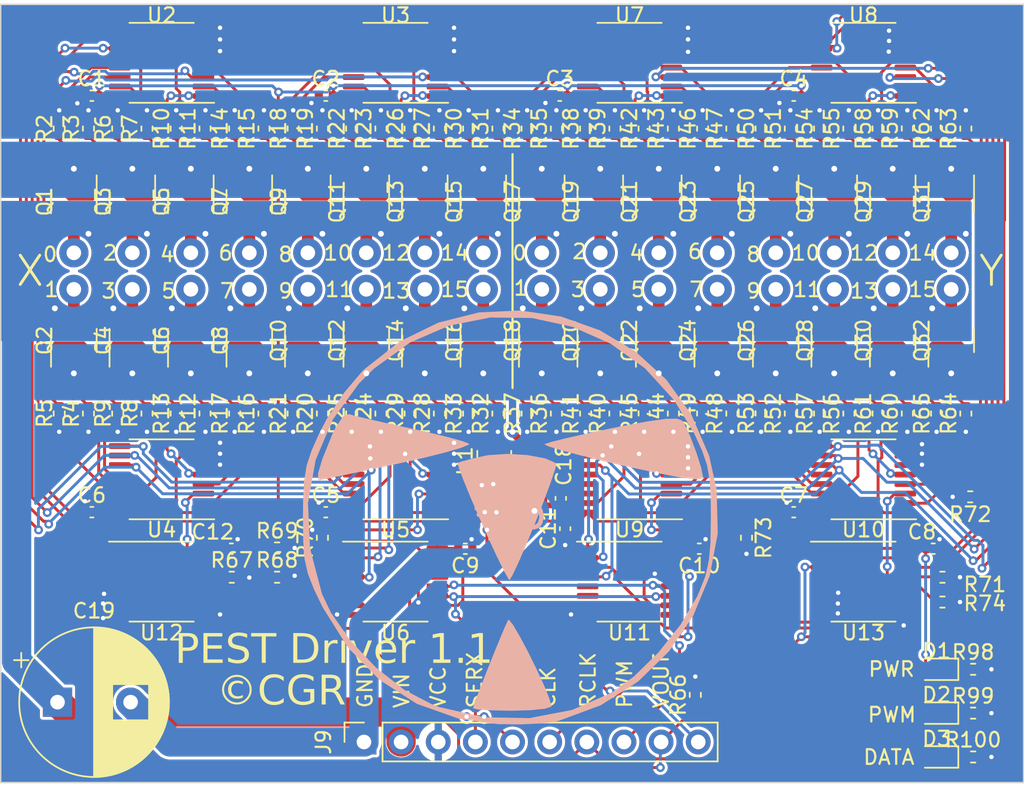
<source format=kicad_pcb>
(kicad_pcb (version 20221018) (generator pcbnew)
  (layers (0 "F.Cu" signal) (31 "B.Cu" signal) (34 "B.Paste" user) (35 "F.Paste" user) (36 "B.SilkS" user "B.Silkscreen") (37 "F.SilkS" user "F.Silkscreen") (38 "B.Mask" user) (39 "F.Mask" user) (44 "Edge.Cuts" user))
  (net 0 "")
  (net 1 "GND")
  (net 2 "VCC")
  (net 3 "SENSE")
  (net 4 "VIN")
  (net 5 "Net-(D1-K)")
  (net 6 "Net-(D2-K)")
  (net 7 "SERX")
  (net 8 "Net-(D3-K)")
  (net 9 "SERY")
  (net 10 "/X_Control/OUT0")
  (net 11 "/X_Control/OUT1")
  (net 12 "/X_Control/OUT2")
  (net 13 "/X_Control/OUT3")
  (net 14 "/X_Control/OUT4")
  (net 15 "/X_Control/OUT5")
  (net 16 "/X_Control/OUT6")
  (net 17 "/X_Control/OUT7")
  (net 18 "/X_Control/OUT8")
  (net 19 "/X_Control/OUT9")
  (net 20 "/X_Control/OUT10")
  (net 21 "/X_Control/OUT11")
  (net 22 "/X_Control/OUT12")
  (net 23 "/X_Control/OUT13")
  (net 24 "/X_Control/OUT14")
  (net 25 "/X_Control/OUT15")
  (net 26 "/Y_Control/OUT0")
  (net 27 "/Y_Control/OUT1")
  (net 28 "/Y_Control/OUT2")
  (net 29 "/Y_Control/OUT3")
  (net 30 "/Y_Control/OUT4")
  (net 31 "/Y_Control/OUT5")
  (net 32 "/Y_Control/OUT6")
  (net 33 "/Y_Control/OUT7")
  (net 34 "/Y_Control/OUT8")
  (net 35 "/Y_Control/OUT9")
  (net 36 "/Y_Control/OUT10")
  (net 37 "/Y_Control/OUT11")
  (net 38 "/Y_Control/OUT12")
  (net 39 "/Y_Control/OUT13")
  (net 40 "/Y_Control/OUT14")
  (net 41 "/Y_Control/OUT15")
  (net 42 "/X_Control/S3")
  (net 43 "Net-(U12-A0)")
  (net 44 "Net-(U12-A1)")
  (net 45 "/X_Control/G0A")
  (net 46 "/X_Control/G1A")
  (net 47 "/X_Control/G2A")
  (net 48 "/X_Control/G3A")
  (net 49 "/X_Control/G4A")
  (net 50 "/X_Control/G5A")
  (net 51 "/X_Control/G6A")
  (net 52 "/X_Control/G7A")
  (net 53 "/X_Control/G8A")
  (net 54 "/X_Control/G9A")
  (net 55 "/X_Control/G10A")
  (net 56 "/X_Control/G11A")
  (net 57 "/X_Control/G12A")
  (net 58 "/X_Control/G13A")
  (net 59 "/X_Control/G14A")
  (net 60 "/X_Control/G15A")
  (net 61 "/Y_Control/G0A")
  (net 62 "/Y_Control/G1A")
  (net 63 "/Y_Control/G2A")
  (net 64 "/Y_Control/G3A")
  (net 65 "/Y_Control/G4A")
  (net 66 "/Y_Control/G5A")
  (net 67 "/Y_Control/G6A")
  (net 68 "/Y_Control/G7A")
  (net 69 "/Y_Control/G8A")
  (net 70 "/Y_Control/G9A")
  (net 71 "/Y_Control/G10A")
  (net 72 "/Y_Control/G11A")
  (net 73 "/Y_Control/G12A")
  (net 74 "/Y_Control/G13A")
  (net 75 "/Y_Control/G14A")
  (net 76 "/Y_Control/G15A")
  (net 77 "/Y_Control/G0B")
  (net 78 "/Y_Control/G1B")
  (net 79 "/Y_Control/G2B")
  (net 80 "/Y_Control/G3B")
  (net 81 "/Y_Control/G4B")
  (net 82 "/Y_Control/G5B")
  (net 83 "/Y_Control/G6B")
  (net 84 "/Y_Control/G7B")
  (net 85 "/Y_Control/G8B")
  (net 86 "/Y_Control/G9B")
  (net 87 "/Y_Control/G10B")
  (net 88 "/Y_Control/G11B")
  (net 89 "/Y_Control/G12B")
  (net 90 "/Y_Control/G13B")
  (net 91 "/Y_Control/G14B")
  (net 92 "/Y_Control/G15B")
  (net 93 "/X_Control/G0B")
  (net 94 "/X_Control/G1B")
  (net 95 "/X_Control/G2B")
  (net 96 "/X_Control/G3B")
  (net 97 "/X_Control/G4B")
  (net 98 "/X_Control/G5B")
  (net 99 "/X_Control/G6B")
  (net 100 "/X_Control/G7B")
  (net 101 "/X_Control/G8B")
  (net 102 "/X_Control/G9B")
  (net 103 "/X_Control/G10B")
  (net 104 "/X_Control/G11B")
  (net 105 "/X_Control/G12B")
  (net 106 "/X_Control/G13B")
  (net 107 "/X_Control/G14B")
  (net 108 "/X_Control/G15B")
  (net 109 "VOUT")
  (net 110 "Net-(U12-A2)")
  (net 111 "/X_Control/S0")
  (net 112 "/Y_Control/S3")
  (net 113 "/X_Control/DIR")
  (net 114 "Net-(U12-A3)")
  (net 119 "PWM")
  (net 120 "Net-(U13-A0)")
  (net 121 "Net-(U13-A1)")
  (net 122 "/X_Control/S2")
  (net 123 "/X_Control/S1")
  (net 124 "Net-(U13-A2)")
  (net 125 "/Y_Control/S0")
  (net 126 "/Y_Control/DIR")
  (net 129 "Net-(U10-A)")
  (net 130 "/Y_Control/S1")
  (net 134 "CLK")
  (net 135 "RCLK")
  (net 136 "/Y_Control/S2")
  (net 144 "GNDS")
  (footprint "TacTile2:High_Current_Jumper" (layer "F.Cu") (at 52 37)
    (fp_text reference "J8" hide)
    (fp_text value "Conn_01x02" hide)
  )
  (footprint "Resistor_SMD:R_0402_1005Metric" (layer "F.Cu") (at 45 48 90)
    (fp_text reference "R24")
    (fp_text value "10K")
  )
  (footprint "Resistor_SMD:R_0402_1005Metric" (layer "F.Cu") (at 71 47.99 -90)
    (fp_text reference "R53")
    (fp_text value "10K")
  )
  (footprint "Resistor_SMD:R_0402_1005Metric" (layer "F.Cu") (at 37 48 90)
    (fp_text reference "R16")
    (fp_text value "10K")
  )
  (footprint "Package_TO_SOT_SMD:TSOT-23-6" (layer "F.Cu") (at 32 33.5 -90)
    (fp_text reference "Q5")
    (fp_text value "~")
  )
  (footprint "Capacitor_SMD:C_0402_1005Metric" (layer "F.Cu") (at 73.23 26.25)
    (fp_text reference "C4")
    (fp_text value "0.1u")
  )
  (footprint "Capacitor_SMD:C_0402_1005Metric" (layer "F.Cu") (at 82.77 57.25 180)
    (fp_text reference "C8")
    (fp_text value "0.1u")
  )
  (footprint "Resistor_SMD:R_0402_1005Metric" (layer "F.Cu") (at 85 48 90)
    (fp_text reference "R64")
    (fp_text value "10K")
  )
  (footprint "Package_SO:TSSOP-16_4.4x5mm_P0.65mm" (layer "F.Cu") (at 78 24 180)
    (fp_text reference "U8")
    (fp_text value "74HC4051")
  )
  (footprint "Package_SO:TSSOP-16_4.4x5mm_P0.65mm" (layer "F.Cu") (at 30 24 180)
    (fp_text reference "U2")
    (fp_text value "74HC4051")
  )
  (footprint "Package_SO:TSSOP-16_4.4x5mm_P0.65mm" (layer "F.Cu") (at 62 59.5)
    (fp_text reference "U11")
    (fp_text value "74HC595")
  )
  (footprint "Package_TO_SOT_SMD:SOT-363_SC-70-6" (layer "F.Cu") (at 52.75 51.25 90)
    (fp_text reference "U1")
    (fp_text value "INA199xxDCK")
  )
  (footprint "Package_TO_SOT_SMD:TSOT-23-6" (layer "F.Cu") (at 52 33.5 -90)
    (fp_text reference "Q15")
    (fp_text value "~")
  )
  (footprint "TacTile2:High_Current_Jumper" (layer "F.Cu") (at 76 37)
    (fp_text reference "J15" hide)
    (fp_text value "Conn_01x02" hide)
  )
  (footprint "Resistor_SMD:R_0402_1005Metric" (layer "F.Cu") (at 57 28.5 90)
    (fp_text reference "R35")
    (fp_text value "10K")
  )
  (footprint "Resistor_SMD:R_0402_1005Metric" (layer "F.Cu") (at 45 28.5 90)
    (fp_text reference "R23")
    (fp_text value "10K")
  )
  (footprint "TacTile2:High_Current_Jumper" (layer "F.Cu") (at 68 37)
    (fp_text reference "J13" hide)
    (fp_text value "Conn_01x02" hide)
  )
  (footprint "TacTile2:High_Current_Jumper" (layer "F.Cu") (at 36 37)
    (fp_text reference "J4" hide)
    (fp_text value "Conn_01x02" hide)
  )
  (footprint "Package_TO_SOT_SMD:TSOT-23-6" (layer "F.Cu") (at 72 33.5 -90)
    (fp_text reference "Q25")
    (fp_text value "~")
  )
  (footprint "Resistor_SMD:R_0402_1005Metric" (layer "F.Cu") (at 83 48 -90)
    (fp_text reference "R65")
    (fp_text value "10K")
  )
  (footprint "Package_TO_SOT_SMD:TSOT-23-6" (layer "F.Cu") (at 44 33.5 -90)
    (fp_text reference "Q11")
    (fp_text value "~")
  )
  (footprint "Resistor_SMD:R_0402_1005Metric" (layer "F.Cu") (at 77 48 90)
    (fp_text reference "R56")
    (fp_text value "10K")
  )
  (footprint "Package_TO_SOT_SMD:TSOT-23-6" (layer "F.Cu") (at 48 33.5 -90)
    (fp_text reference "Q13")
    (fp_text value "~")
  )
  (footprint "LED_SMD:LED_0603_1608Metric" (layer "F.Cu") (at 83 68.5 180)
    (fp_text reference "D2")
    (fp_text value "LED")
  )
  (footprint "Resistor_SMD:R_0402_1005Metric" (layer "F.Cu") (at 39 48 -90)
    (fp_text reference "R21")
    (fp_text value "10K")
  )
  (footprint "Capacitor_SMD:C_0402_1005Metric" (layer "F.Cu") (at 57.6 55.88 90)
    (fp_text reference "C11")
    (fp_text value "0.1u")
  )
  (footprint "Package_TO_SOT_SMD:TSOT-23-6" (layer "F.Cu") (at 36 43 90)
    (fp_text reference "Q8")
    (fp_text value "~")
  )
  (footprint "Resistor_SMD:R_0402_1005Metric" (layer "F.Cu") (at 65 48 90)
    (fp_text reference "R44")
    (fp_text value "10K")
  )
  (footprint "Capacitor_SMD:C_0402_1005Metric" (layer "F.Cu") (at 73.23 54.75)
    (fp_text reference "C7")
    (fp_text value "0.1u")
  )
  (footprint "Capacitor_SMD:C_0402_1005Metric" (layer "F.Cu") (at 25.23 26.25)
    (fp_text reference "C1")
    (fp_text value "0.1u")
  )
  (footprint "Package_TO_SOT_SMD:TSOT-23-6" (layer "F.Cu") (at 28 33.5 -90)
    (fp_text reference "Q3")
    (fp_text value "~")
  )
  (footprint "Resistor_SMD:R_0402_1005Metric" (layer "F.Cu") (at 57 48 90)
    (fp_text reference "R36")
    (fp_text value "10K")
  )
  (footprint "Resistor_SMD:R_0402_1005Metric" (layer "F.Cu") (at 29 48 90)
    (fp_text reference "R8")
    (fp_text value "10K")
  )
  (footprint "Package_TO_SOT_SMD:TSOT-23-6" (layer "F.Cu") (at 64 33.5 -90)
    (fp_text reference "Q21")
    (fp_text value "~")
  )
  (footprint "Resistor_SMD:R_0402_1005Metric" (layer "F.Cu") (at 85.5 65.5)
    (fp_text reference "R98")
    (fp_text value "500")
  )
  (footprint "Resistor_SMD:R_0402_1005Metric" (layer "F.Cu") (at 61 48 90)
    (fp_text reference "R40")
    (fp_text value "10K")
  )
  (footprint "Package_TO_SOT_SMD:TSOT-23-6" (layer "F.Cu") (at 76 33.5 -90)
    (fp_text reference "Q27")
    (fp_text value "~")
  )
  (footprint "Resistor_SMD:R_0402_1005Metric" (layer "F.Cu") (at 41 56.5 90)
    (fp_text reference "R70")
    (fp_text value "10K")
  )
  (footprint "Package_TO_SOT_SMD:TSOT-23-6" (layer "F.Cu") (at 64 43 90)
    (fp_text reference "Q22")
    (fp_text value "~")
  )
  (footprint "TacTile2:High_Current_Jumper" (layer "F.Cu") (at 44 37)
    (fp_text reference "J6" hide)
    (fp_text value "Conn_01x02" hide)
  )
  (footprint "Resistor_SMD:R_0402_1005Metric" (layer "F.Cu") (at 83.4 59.2)
    (fp_text reference "R71")
    (fp_text value "10K")
  )
  (footprint "TacTile2:High_Current_Jumper" (layer "F.Cu") (at 48 37)
    (fp_text reference "J7" hide)
    (fp_text value "Conn_01x02" hide)
  )
  (footprint "Resistor_SMD:R_0402_1005Metric" (layer "F.Cu") (at 75 48 -90)
    (fp_text reference "R57")
    (fp_text value "10K")
  )
  (footprint "Capacitor_SMD:C_0402_1005Metric" (layer "F.Cu") (at 34.77 57.25 180)
    (fp_text reference "C12")
    (fp_text value "0.1u")
  )
  (footprint "Resistor_SMD:R_0402_1005Metric" (layer "F.Cu") (at 83 28.5 -90)
    (fp_text reference "R62")
    (fp_text value "10K")
  )
  (footprint "Package_TO_SOT_SMD:TSOT-23-6" (layer "F.Cu") (at 44 43 90)
    (fp_text reference "Q12")
    (fp_text value "~")
  )
  (footprint "Resistor_SMD:R_0402_1005Metric" (layer "F.Cu") (at 41 48 90)
    (fp_text reference "R20")
    (fp_text value "10K")
  )
  (footprint "Resistor_SMD:R_0402_1005Metric" (layer "F.Cu") (at 41 28.5 90)
    (fp_text reference "R19")
    (fp_text value "10K")
  )
  (footprint "TacTile2:High_Current_Jumper" (layer "F.Cu") (at 32 37)
    (fp_text reference "J3" hide)
    (fp_text value "Conn_01x02" hide)
  )
  (footprint "Resistor_SMD:R_0402_1005Metric" (layer "F.Cu") (at 59 28.5 -90)
    (fp_text reference "R38")
    (fp_text value "10K")
  )
  (footprint "Package_TO_SOT_SMD:TSOT-23-6" (layer "F.Cu") (at 80 43 90)
    (fp_text reference "Q30")
    (fp_text value "~")
  )
  (footprint "Resistor_SMD:R_0402_1005Metric" (layer "F.Cu") (at 63 47.99 -90)
    (fp_text reference "R45")
    (fp_text value "10K")
  )
  (footprint "Package_TO_SOT_SMD:TSOT-23-6" (layer "F.Cu") (at 48 43 90)
    (fp_text reference "Q14")
    (fp_text value "~")
  )
  (footprint "Resistor_SMD:R_0402_1005Metric" (layer "F.Cu") (at 27 28.5 -90)
    (fp_text reference "R6")
    (fp_text value "10K")
  )
  (footprint "Resistor_SMD:R_0402_1005Metric" (layer "F.Cu") (at 27 48 -90)
    (fp_text reference "R9")
    (fp_text value "10K")
  )
  (footprint "Resistor_SMD:R_0402_1005Metric" (layer "F.Cu") (at 43 28.5 -90)
    (fp_text reference "R22")
    (fp_text value "10K")
  )
  (footprint "Resistor_SMD:R_0402_1005Metric" (layer "F.Cu") (at 43 48 -90)
    (fp_text reference "R25")
    (fp_text value "10K")
  )
  (footprint "Resistor_SMD:R_0402_1005Metric" (layer "F.Cu") (at 75 28.5 -90)
    (fp_text reference "R54")
    (fp_text value "10K")
  )
  (footprint "Resistor_SMD:R_0402_1005Metric" (layer "F.Cu") (at 83.4 60.9)
    (fp_text reference "R74")
    (fp_text value "10K")
  )
  (footprint "TacTile2:High_Current_Jumper" (layer "F.Cu") (at 28 37)
    (fp_text reference "J2" hide)
    (fp_text value "Conn_01x02" hide)
  )
  (footprint "Package_SO:TSSOP-16_4.4x5mm_P0.65mm" (layer "F.Cu") (at 78 52.5 180)
    (fp_text reference "U10")
    (fp_text value "74HC4051")
  )
  (footprint "Capacitor_SMD:C_0402_1005Metric" (layer "F.Cu") (at 41.23 54.75)
    (fp_text reference "C5")
    (fp_text value "0.1u")
  )
  (footprint "Resistor_SMD:R_0402_1005Metric" (layer "F.Cu") (at 47 48 -90)
    (fp_text reference "R29")
    (fp_text value "10K")
  )
  (footprint "Package_TO_SOT_SMD:TSOT-23-6" (layer "F.Cu") (at 84 43 90)
    (fp_text reference "Q32")
    (fp_text value "~")
  )
  (footprint "Resistor_SMD:R_0402_1005Metric" (layer "F.Cu") (at 71 28.5 -90)
    (fp_text reference "R50")
    (fp_text value "10K")
  )
  (footprint "Package_TO_SOT_SMD:TSOT-23-6" (layer "F.Cu") (at 84 33.5 -90)
    (fp_text reference "Q31")
    (fp_text value "~")
  )
  (footprint "Resistor_SMD:R_0402_1005Metric" (layer "F.Cu") (at 77 28.5 90)
    (fp_text reference "R55")
    (fp_text value "10K")
  )
  (footprint "Package_TO_SOT_SMD:TSOT-23-6" (layer "F.Cu") (at 60 43 90)
    (fp_text reference "Q20")
    (fp_text value "~")
  )
  (footprint "Resistor_SMD:R_0402_1005Metric" (layer "F.Cu") (at 35 48 -90)
    (fp_text reference "R17")
    (fp_text value "10K")
  )
  (footprint "Resistor_SMD:R_0402_1005Metric" (layer "F.Cu") (at 35 28.5 -90)
    (fp_text reference "R14")
    (fp_text value "10K")
  )
  (footprint "Package_TO_SOT_SMD:TSOT-23-6" (layer "F.Cu") (at 24 43 90)
    (fp_text reference "Q2")
    (fp_text value "~")
  )
  (footprint "Package_TO_SOT_SMD:TSOT-23-6" (layer "F.Cu") (at 40 33.5 -90)
    (fp_text reference "Q9")
    (fp_text value "~")
  )
  (footprint "Resistor_SMD:R_0402_1005Metric" (layer "F.Cu") (at 63 28.5 -90)
    (fp_text reference "R42")
    (fp_text value "10K")
  )
  (footprint "Resistor_SMD:R_0402_1005Metric" (layer "F.Cu") (at 65 28.5 90)
    (fp_text reference "R43")
    (fp_text value "10K")
  )
  (footprint "Resistor_SMD:R_0402_1005Metric" (layer "F.Cu") (at 81 28.49 90)
    (fp_text reference "R59")
    (fp_text value "10K")
  )
  (footprint "Package_TO_SOT_SMD:TSOT-23-6" (layer "F.Cu") (at 28 43 90)
    (fp_text reference "Q4")
    (fp_text value "~")
  )
  (footprint "Package_TO_SOT_SMD:TSOT-23-6" (layer "F.Cu") (at 36 33.5 -90)
    (fp_text reference "Q7")
    (fp_text value "~")
  )
  (footprint "Package_TO_SOT_SMD:TSOT-23-6" (layer "F.Cu") (at 80 33.5 -90)
    (fp_text reference "Q29")
    (fp_text value "~")
  )
  (footprint "Resistor_SMD:R_0402_1005Metric" (layer "F.Cu") (at 67 47.99 -90)
    (fp_text reference "R49")
    (fp_text value "10K")
  )
  (footprint "Resistor_SMD:R_0402_1005Metric" (layer "F.Cu") (at 23 28.5 -90)
    (fp_text reference "R2")
    (fp_text value "10K")
  )
  (footprint "Package_TO_SOT_SMD:TSOT-23-6" (layer "F.Cu") (at 52 43 90)
    (fp_text reference "Q16")
    (fp_text value "~")
  )
  (footprint "Resistor_SMD:R_0402_1005Metric" (layer "F.Cu") (at 51 48 -90)
    (fp_text reference "R33")
    (fp_text value "10K")
  )
  (footprint "Resistor_SMD:R_0402_1005Metric" (layer "F.Cu") (at 47 28.5 -90)
    (fp_text reference "R26")
    (fp_text value "10K")
  )
  (footprint "Capacitor_SMD:C_0402_1005Metric" (layer "F.Cu") (at 57.3 53.8 90)
    (fp_text reference "C18")
    (fp_text value "0.1u")
  )
  (footprint "Package_SO:TSSOP-16_4.4x5mm_P0.65mm" (layer "F.Cu") (at 78 59.5)
    (fp_text reference "U13")
    (fp_text value "74HC4051")
  )
  (footprint "Resistor_SMD:R_0402_1005Metric" (layer "F.Cu") (at 67 28.5 -90)
    (fp_text reference "R46")
    (fp_text value "10K")
  )
  (footprint "Resistor_SMD:R_0402_1005Metric" (layer "F.Cu") (at 31 28.5 -90)
    (fp_text reference "R10")
    (fp_text value "10K")
  )
  (footprint "Resistor_SMD:R_0402_1005Metric" (layer "F.Cu") (at 25 28.5 90)
    (fp_text reference "R3")
    (fp_text value "10K")
  )
  (footprint "Package_TO_SOT_SMD:TSOT-23-6" (layer "F.Cu") (at 68 43 90)
    (fp_text reference "Q24")
    (fp_text value "~")
  )
  (footprint "Resistor_SMD:R_1206_3216Metric" (layer "F.Cu") (at 55.5 52.25 -90)
    (fp_text reference "R1")
    (fp_text value "25m")
  )
  (footprint "Capacitor_SMD:C_0402_1005Metric" (layer "F.Cu") (at 53.4 53.78 90)
    (fp_text reference "C17")
    (fp_text value "0.1u")
  )
  (footprint "Resistor_SMD:R_0402_1005Metric" (layer "F.Cu") (at 51 28.5 -90)
    (fp_text reference "R30")
    (fp_text value "10K")
  )
  (footprint "Package_SO:TSSOP-16_4.4x5mm_P0.65mm" (layer "F.Cu") (at 62 52.5 180)
    (fp_text reference "U9")
    (fp_text value "74HC4051")
  )
  (footprint "Resistor_SMD:R_0402_1005Metric" (layer "F.Cu") (at 70 56.5 -90)
    (fp_text reference "R73")
    (fp_text value "10K")
  )
  (footprint "LED_SMD:LED_0603_1608Metric" (layer "F.Cu") (at 83 65.5 180)
    (fp_text reference "D1")
    (fp_text value "LED")
  )
  (footprint "Resistor_SMD:R_0402_1005Metric" (layer "F.Cu") (at 61 28.5 90)
    (fp_text reference "R39")
    (fp_text value "10K")
  )
  (footprint "Package_SO:TSSOP-16_4.4x5mm_P0.65mm" (layer "F.Cu") (at 46 24 180)
    (fp_text reference "U3")
    (fp_text value "74HC4051")
  )
  (footprint "Resistor_SMD:R_0402_1005Metric" (layer "F.Cu") (at 55 48 -90)
    (fp_text reference "R37")
    (fp_text value "10K")
  )
  (footprint "Resistor_SMD:R_0402_1005Metric" (layer "F.Cu") (at 79 48 -90)
    (fp_text reference "R61")
    (fp_text value "10K")
  )
  (footprint "Resistor_SMD:R_0402_1005Metric" (layer "F.Cu") (at 79 28.5 -90)
    (fp_text reference "R58")
    (fp_text value "10K")
  )
  (footprint "Package_TO_SOT_SMD:TSOT-23-6" (layer "F.Cu") (at 56 33.5 -90)
    (fp_text reference "Q17")
    (fp_text value "~")
  )
  (footprint "Resistor_SMD:R_0402_1005Metric" (layer "F.Cu") (at 37.9 59.2)
    (fp_text reference "R68")
    (fp_text value "10K")
  )
  (footprint "Resistor_SMD:R_0402_1005Metric" (layer "F.Cu") (at 53 28.5 90)
    (fp_text reference "R31")
    (fp_text value "10K")
  )
  (footprint "Package_SO:TSSOP-16_4.4x5mm_P0.65mm" (layer "F.Cu") (at 46 52.5 180)
    (fp_text reference "U5")
    (fp_text value "74HC4051")
  )
  (footprint "Package_SO:TSSOP-16_4.4x5mm_P0.65mm" (layer "F.Cu") (at 62 24 180)
    (fp_text reference "U7")
    (fp_text value "74HC4051")
  )
  (footprint "Package_TO_SOT_SMD:TSOT-23-6" (layer "F.Cu") (at 56 43 90)
    (fp_text reference "Q18")
    (fp_text value "~")
  )
  (footprint "Resistor_SMD:R_0402_1005Metric" (layer "F.Cu") (at 34.8 59.2)
    (fp_text reference "R67")
    (fp_text value "10K")
  )
  (footprint "Capacitor_THT:CP_Radial_D10.0mm_P5.00mm" (layer "F.Cu") (at 22.882323 67.75)
    (fp_text reference "C19")
    (fp_text value "100u")
  )
  (footprint "Resistor_SMD:R_0402_1005Metric" (layer "F.Cu") (at 73 48 90)
    (fp_text reference "R52")
    (fp_text value "10K")
  )
  (footprint "Resistor_SMD:R_0402_1005Metric" (layer "F.Cu") (at 29 28.5 90)
    (fp_text reference "R7")
    (fp_text value "10K")
  )
  (footprint "Capacitor_SMD:C_0402_1005Metric" (layer "F.Cu") (at 50.77 57.25 180)
    (fp_text reference "C9")
    (fp_text value "0.1u")
  )
  (footprint "Capacitor_SMD:C_0402_1005Metric" (layer "F.Cu") (at 66.77 57.25 180)
    (fp_text reference "C10")
    (fp_text value "0.1u")
  )
  (footprint "TacTile2:High_Current_Jumper" (layer "F.Cu") (at 60 37)
    (fp_text reference "J11" hide)
    (fp_text value "Conn_01x02" hide)
  )
  (footprint "Resistor_SMD:R_0402_1005Metric" (layer "F.Cu") (at 49 28.5 90)
    (fp_text reference "R27")
    (fp_text value "10K")
  )
  (footprint "Resistor_SMD:R_0402_1005Metric" (layer "F.Cu") (at 85.5 68.5)
    (fp_text reference "R99")
    (fp_text value "500")
  )
  (footprint "LED_SMD:LED_0603_1608Metric" (layer "F.Cu") (at 83 71.5 180)
    (fp_text reference "D3")
    (fp_text value "LED")
  )
  (footprint "Package_TO_SOT_SMD:TSOT-23-6" (layer "F.Cu") (at 60 33.5 -90)
    (fp_text reference "Q19")
    (fp_text value "~")
  )
  (footprint "TacTile2:High_Current_Jumper" (layer "F.Cu") (at 56 37)
    (fp_text reference "J10" hide)
    (fp_text value "Conn_01x02" hide)
  )
  (footprint "Capacitor_SMD:C_0402_1005Metric" (layer "F.Cu") (at 25.23 54.75)
    (fp_text reference "C6")
    (fp_text value "0.1u")
  )
  (footprint "Connector_PinSocket_2.54mm:PinSocket_1x10_P2.54mm_Vertical" (layer "F.Cu") (at 43.84 70.475 90)
    (fp_text reference "J9")
    (fp_text value "Conn_01x10")
  )
  (footprint "Resistor_SMD:R_0402_1005Metric" (layer "F.Cu") (at 69 28.5 90)
    (fp_text reference "R47")
    (fp_text value "10K")
  )
  (footprint "Package_TO_SOT_SMD:TSOT-23-6" (layer "F.Cu") (at 40 43 90)
    (fp_text reference "Q10")
    (fp_text value "~")
  )
  (footprint "TacTile2:High_Current_Jumper" (layer "F.Cu") (at 80 37)
    (fp_text reference "J16" hide)
    (fp_text value "Conn_01x02" hide)
  )
  (footprint "Resistor_SMD:R_0402_1005Metric" (layer "F.Cu") (at 69 48 90)
    (fp_text reference "R48")
    (fp_text value "10K")
  )
  (footprint "Resistor_SMD:R_0402_1005Metric" (layer "F.Cu") (at 37.9 57.2)
    (fp_text reference "R69")
    (fp_text value "10K")
  )
  (footprint "Resistor_SMD:R_0402_1005Metric" (layer "F.Cu") (at 23 48 -90)
    (fp_text reference "R5")
    (fp_text value "10K")
  )
  (footprint "TacTile2:High_Current_Jumper" (layer "F.Cu") (at 24 37)
    (fp_text reference "J1" hide)
    (fp_text value "Conn_01x02" hide)
  )
  (footprint "Resistor_SMD:R_0402_1005Metric" (layer "F.Cu") (at 49 48 90)
    (fp_text reference "R28")
    (fp_text value "10K")
  )
  (footprint "Package_TO_SOT_SMD:TSOT-23-6" (layer "F.Cu") (at 24 33.5 -90)
    (fp_text reference "Q1")
    (fp_text value "~")
  )
  (footprint "Resistor_SMD:R_0402_1005Metric" (layer "F.Cu") (at 39 28.5 -90)
    (fp_text reference "R18")
    (fp_text value "10K")
  )
  (footprint "Package_SO:TSSOP-16_4.4x5mm_P0.65mm" (layer "F.Cu") (at 30 59.5)
    (fp_text reference "U12")
    (fp_text value "74HC4051")
  )
  (footprint "Resistor_SMD:R_0402_1005Metric" (layer "F.Cu") (at 31 48 -90)
    (fp_text reference "R13")
    (fp_text value "10K")
  )
  (footprint "Resistor_SMD:R_0402_1005Metric" (layer "F.Cu") (at 32.97 28.5 90)
    (fp_text reference "R11")
    (fp_text value "10K")
  )
  (footprint "Resistor_SMD:R_0402_1005Metric" (layer "F.Cu") (at 55 28.5 -90)
    (fp_text reference "R34")
    (fp_text value "10K")
  )
  (footprint "TacTile2:High_Current_Jumper" (layer "F.Cu") (at 64 37)
    (fp_text reference "J12" hide)
    (fp_text value "Conn_01x02" hide)
  )
  (footprint "Resistor_SMD:R_0402_1005Metric" (layer "F.Cu") (at 53 48 90)
    (fp_text reference "R32")
    (fp_text value "10K")
  )
  (footprint "Resistor_SMD:R_0402_1005Metric" (layer "F.Cu") (at 85.3 53.7 180)
    (fp_text reference "R72")
    (fp_text value "10K")
  )
  (footprint "TacTile2:High_Current_Jumper" (layer "F.Cu") (at 72 37)
    (fp_text reference "J14" hide)
    (fp_text value "Conn_01x02" hide)
  )
  (footprint "Package_SO:TSSOP-16_4.4x5mm_P0.65mm" (layer "F.Cu") (at 46 59.5)
    (fp_text reference "U6")
    (fp_text value "74HC595")
  )
  (footprint "Resistor_SMD:R_0402_1005Metric" (layer "F.Cu") (at 32.97 48 90)
    (fp_text reference "R12")
    (fp_text value "10K")
  )
  (footprint "Package_TO_SOT_SMD:TSOT-23-6" (layer "F.Cu") (at 76 43 90)
    (fp_text reference "Q28")
    (fp_text value "~")
  )
  (footprint "Package_TO_SOT_SMD:TSOT-23-6" (layer "F.Cu") (at 68 33.5 -90)
    (fp_text reference "Q23")
    (fp_text value "~")
  )
  (footprint "TacTile2:High_Current_Jumper" (layer "F.Cu") (at 40 37)
    (fp_text reference "J5" hide)
    (fp_text value "Conn_01x02" hide)
  )
  (footprint "Resistor_SMD:R_0402_1005Metric" (layer "F.Cu") (at 85.5 71.5)
    (fp_text reference "R100")
    (fp_text value "500")
  )
  (footprint "Package_SO:TSSOP-16_4.4x5mm_P0.65mm" (layer "F.Cu") (at 30 52.5 180)
    (fp_text reference "U4")
    (fp_text value "74HC4051")
  )
  (footprint "Resistor_SMD:R_0402_1005Metric" (layer "F.Cu") (at 85 28.5 90)
    (fp_text reference "R63")
    (fp_text value "10K")
  )
  (footprint "Capacitor_SMD:C_0402_1005Metric" (layer "F.Cu") (at 57.23 26.25)
    (fp_text reference "C3")
    (fp_text value "0.1u")
  )
  (footprint "Package_TO_SOT_SMD:TSOT-23-6" (layer "F.Cu") (at 72 43 90)
    (fp_text reference "Q26")
    (fp_text value "~")
  )
  (footprint "Resistor_SMD:R_0402_1005Metric" (layer "F.Cu") (at 73 28.5 90)
    (fp_text reference "R51")
    (fp_text value "10K")
  )
  (footprint "Package_TO_SOT_SMD:TSOT-23-6" (layer "F.Cu") (at 32 43 90)
    (fp_text reference "Q6")
    (fp_text value "~")
  )
  (footprint "Resistor_SMD:R_0402_1005Metric" (layer "F.Cu") (at 25 48 90)
    (fp_text reference "R4")
    (fp_text value "10K")
  )
  (footprint "Resistor_SMD:R_0402_1005Metric" (layer "F.Cu") (at 81 48 90)
    (fp_text reference "R60")
    (fp_text value "10K")
  )
  (footprint "Capacitor_SMD:C_0402_1005Metric" (layer "F.Cu") (at 41.23 26.25)
    (fp_text reference "C2")
    (fp_text value "0.1u")
  )
  (footprint "Resistor_SMD:R_0402_1005Metric" (layer "F.Cu") (at 37 28.5 90)
    (fp_text reference "R15")
    (fp_text value "10K")
  )
  (footprint "Resistor_SMD:R_0402_1005Metric" (layer "F.Cu") (at 66.5 67.25 90)
    (fp_text reference "R66")
    (fp_text value "10K")
  )
  (footprint "TacTile2:High_Current_Jumper" (layer "F.Cu") (at 84 37)
    (fp_text reference "J17" hide)
    (fp_text value "Conn_01x02" hide)
  )
  (footprint "Resistor_SMD:R_0402_1005Metric" (layer "F.Cu") (at 59 48 -90)
    (fp_text reference "R41")
    (fp_text value "10K")
  )
  (footprint "Touchstone:logo" (layer "B.Cu") (at 53.8 55.1 180)
    (fp_text reference "G***")
    (fp_text value "LOGO" hide)
  )
  (gr_line (start 54 30.25) (end 54 46.25) (stroke (width 0.15)) (layer "F.SilkS"))
  (gr_rect (start 19 20) (end 88.95 73.25) (stroke (width 0.1)) (fill none) (layer "Edge.Cuts"))
  (gr_text "2" (at 58 37.5) (layer "F.SilkS") (effects (font (size 1 1)) (justify left bottom)))
  (gr_text "CLK" (at 57 68.25 90) (layer "F.SilkS") (effects (font (size 1 1)) (justify left bottom)))
  (gr_text "3" (at 25.8 40.2) (layer "F.SilkS") (effects (font (size 1 1)) (justify left bottom)))
  (gr_text "1" (at 21.9 40.1) (layer "F.SilkS") (effects (font (size 1 1)) (justify left bottom)))
  (gr_text "9" (at 37.9 40.2) (layer "F.SilkS") (effects (font (size 1 1)) (justify left bottom)))
  (gr_text "SERY" (at 54.5 68.25 90) (layer "F.SilkS") (effects (font (size 1 1)) (justify left bottom)))
  (gr_text "5" (at 62 40.1) (layer "F.SilkS") (effects (font (size 1 1)) (justify left bottom)))
  (gr_text "6" (at 33.8 37.6) (layer "F.SilkS") (effects (font (size 1 1)) (justify left bottom)))
  (gr_text "RCLK" (at 59.75 68.25 90) (layer "F.SilkS") (effects (font (size 1 1)) (justify left bottom)))
  (gr_text "3" (at 57.9 40.1) (layer "F.SilkS") (effects (font (size 1 1)) (justify left bottom)))
  (gr_text "14" (at 81 37.6) (layer "F.SilkS") (effects (font (size 1 1)) (justify left bottom)))
  (gr_text "DATA" (at 77.9 72.1) (layer "F.SilkS") (effects (font (size 1 1)) (justify left bottom)))
  (gr_text "12" (at 77 37.6) (layer "F.SilkS") (effects (font (size 1 1)) (justify left bottom)))
  (gr_text "X" (at 21 38.25) (layer "F.SilkS") (effects (font (size 2 2) (thickness 0.2) bold)))
  (gr_text "©CGR" (at 33.75 68.25) (layer "F.SilkS") (effects (font (size 2 2)) (justify left bottom)))
  (gr_text "1" (at 54 40) (layer "F.SilkS") (effects (font (size 1 1)) (justify left bottom)))
  (gr_text "0" (at 21.8 37.7) (layer "F.SilkS") (effects (font (size 1 1)) (justify left bottom)))
  (gr_text "VOUT" (at 64.75 68.25 90) (layer "F.SilkS") (effects (font (size 1 1)) (justify left bottom)))
  (gr_text "GND" (at 44.5 68.25 90) (layer "F.SilkS") (effects (font (size 1 1)) (justify left bottom)))
  (gr_text "12" (at 45 37.6) (layer "F.SilkS") (effects (font (size 1 1)) (justify left bottom)))
  (gr_text "8" (at 69.9 37.7) (layer "F.SilkS") (effects (font (size 1 1)) (justify left bottom)))
  (gr_text "VIN" (at 47 68.25 90) (layer "F.SilkS") (effects (font (size 1 1)) (justify left bottom)))
  (gr_text "SERX" (at 52 68.25 90) (layer "F.SilkS") (effects (font (size 1 1)) (justify left bottom)))
  (gr_text "9" (at 69.9 40.2) (layer "F.SilkS") (effects (font (size 1 1)) (justify left bottom)))
  (gr_text "8" (at 37.9 37.7) (layer "F.SilkS") (effects (font (size 1 1)) (justify left bottom)))
  (gr_text "5" (at 29.9 40.2) (layer "F.SilkS") (effects (font (size 1 1)) (justify left bottom)))
  (gr_text "11" (at 41.1 40.1) (layer "F.SilkS") (effects (font (size 1 1)) (justify left bottom)))
  (gr_text "7" (at 66 40.1) (layer "F.SilkS") (effects (font (size 1 1)) (justify left bottom)))
  (gr_text "Y" (at 86.75 38.25) (layer "F.SilkS") (effects (font (size 2 2) (thickness 0.2) bold)))
  (gr_text "PWM" (at 62.25 68.25 90) (layer "F.SilkS") (effects (font (size 1 1)) (justify left bottom)))
  (gr_text "14" (at 49 37.6) (layer "F.SilkS") (effects (font (size 1 1)) (justify left bottom)))
  (gr_text "4" (at 29.8 37.7) (layer "F.SilkS") (effects (font (size 1 1)) (justify left bottom)))
  (gr_text "15" (at 49 40.1) (layer "F.SilkS") (effects (font (size 1 1)) (justify left bottom)))
  (gr_text "10" (at 41 37.6) (layer "F.SilkS") (effects (font (size 1 1)) (justify left bottom)))
  (gr_text "4" (at 61.9 37.6) (layer "F.SilkS") (effects (font (size 1 1)) (justify left bottom)))
  (gr_text "PWR" (at 78.25 66.08) (layer "F.SilkS") (effects (font (size 1 1)) (justify left bottom)))
  (gr_text "15" (at 81 40.1) (layer "F.SilkS") (effects (font (size 1 1)) (justify left bottom)))
  (gr_text "13" (at 45 40.2) (layer "F.SilkS") (effects (font (size 1 1)) (justify left bottom)))
  (gr_text "10" (at 73 37.6) (layer "F.SilkS") (effects (font (size 1 1)) (justify left bottom)))
  (gr_text "7" (at 33.9 40.2) (layer "F.SilkS") (effects (font (size 1 1)) (justify left bottom)))
  (gr_text "2" (at 25.9 37.6) (layer "F.SilkS") (effects (font (size 1 1)) (justify left bottom)))
  (gr_text "PWM" (at 78.2 69.2) (layer "F.SilkS") (effects (font (size 1 1)) (justify left bottom)))
  (gr_text "11" (at 73.1 40.1) (layer "F.SilkS") (effects (font (size 1 1)) (justify left bottom)))
  (gr_text "VCC" (at 49.5 68.25 90) (layer "F.SilkS") (effects (font (size 1 1)) (justify left bottom)))
  (gr_text "6" (at 65.9 37.5) (layer "F.SilkS") (effects (font (size 1 1)) (justify left bottom)))
  (gr_text "0" (at 53.9 37.6) (layer "F.SilkS") (effects (font (size 1 1)) (justify left bottom)))
  (gr_text "13" (at 77 40.2) (layer "F.SilkS") (effects (font (size 1 1)) (justify left bottom)))
  (gr_text "PEST Driver 1.1" (at 30.9 65.4) (layer "F.SilkS") (effects (font (size 2 2)) (justify left bottom)))
  (segment (start 55.5 53.7125) (end 55.5 52.9) (width 0.4) (layer "F.Cu") (net 1))
  (segment (start 55.5 53.7125) (end 56.0675 54.28) (width 0.4) (layer "F.Cu") (net 1))
  (segment (start 53.1625 51.4375) (end 52.75 51.025) (width 0.4) (layer "F.Cu") (net 1))
  (segment (start 56.0675 54.28) (end 57.3 54.28) (width 0.4) (layer "F.Cu") (net 1))
  (segment (start 55.5 52.9) (end 54.0375 51.4375) (width 0.4) (layer "F.Cu") (net 1))
  (segment (start 54.0375 51.4375) (end 53.1625 51.4375) (width 0.4) (layer "F.Cu") (net 1))
  (segment (start 55.5 53.7125) (end 55.5 54.6605) (width 0.4) (layer "F.Cu") (net 1))
  (segment (start 52.75 51.025) (end 52.75 50.3) (width 0.4) (layer "F.Cu") (net 1))
  (via (at 55.5 54.6605) (size 0.8) (drill 0.4) (layers "F.Cu" "B.Cu") (net 1))
  (segment (start 43.84 62.52) (end 43.84 70.475) (width 2) (layer "B.Cu") (net 1))
  (segment (start 55.5 54.6605) (end 55.5 54.94) (width 2) (layer "B.Cu") (net 1))
  (segment (start 55.5 54.94) (end 52.21363 58.22637) (width 2) (layer "B.Cu") (net 1))
  (segment (start 43.84 70.475) (end 30.607323 70.475) (width 2) (layer "B.Cu") (net 1))
  (segment (start 48.13363 58.22637) (end 43.84 62.52) (width 2) (layer "B.Cu") (net 1))
  (segment (start 30.607323 70.475) (end 27.882323 67.75) (width 2) (layer "B.Cu") (net 1))
  (segment (start 52.21363 58.22637) (end 48.13363 58.22637) (width 2) (layer "B.Cu") (net 1))
  (segment (start 64.8625 57.225) (end 66.265 57.225) (width 0.2) (layer "F.Cu") (net 2))
  (segment (start 59.1375 54.775) (end 59.7225 55.36) (width 0.2) (layer "F.Cu") (net 2))
  (segment (start 57.75 25.5645) (end 57.75 26.21) (width 0.2) (layer "F.Cu") (net 2))
  (segment (start 48.8625 57.225) (end 50.265 57.225) (width 0.2) (layer "F.Cu") (net 2))
  (segment (start 49 55.36) (end 54 55.36) (width 0.2) (layer "F.Cu") (net 2))
  (segment (start 27.1375 54.775) (end 25.735 54.775) (width 0.2) (layer "F.Cu") (net 2))
  (segment (start 48.8625 55.4975) (end 49 55.36) (width 0.2) (layer "F.Cu") (net 2))
  (segment (start 34.265 57.225) (end 34.29 57.25) (width 0.2) (layer "F.Cu") (net 2))
  (segment (start 48.209315 61.125) (end 47.75 61.584315) (width 0.2) (layer "F.Cu") (net 2))
  (segment (start 63 60.6) (end 63.525 61.125) (width 0.2) (layer "F.Cu") (net 2))
  (segment (start 63.916971 57.225) (end 62.8 56.108029) (width 0.2) (layer "F.Cu") (net 2))
  (segment (start 75.1375 54.785) (end 73.735 54.785) (width 0.2) (layer "F.Cu") (net 2))
  (segment (start 50.275 61.125) (end 48.8625 61.125) (width 0.2) (layer "F.Cu") (net 2))
  (segment (start 59.7225 55.36) (end 62.8 55.36) (width 0.2) (layer "F.Cu") (net 2))
  (segment (start 74.5525 55.36) (end 75.1375 54.775) (width 0.2) (layer "F.Cu") (net 2))
  (segment (start 63 58.434315) (end 63 60.6) (width 0.2) (layer "F.Cu") (net 2))
  (segment (start 32.8625 57.225) (end 33 57.0875) (width 0.2) (layer "F.Cu") (net 2))
  (segment (start 63.525 61.125) (end 64.8625 61.125) (width 0.2) (layer "F.Cu") (net 2))
  (segment (start 41.75 26.21) (end 41.71 26.25) (width 0.2) (layer "F.Cu") (net 2))
  (segment (start 49.82 67.96) (end 51.23 67.96) (width 0.2) (layer "F.Cu") (net 2))
  (segment (start 25.735 26.275) (end 25.71 26.25) (width 0.2) (layer "F.Cu") (net 2))
  (segment (start 58.5525 55.36) (end 59.1375 54.775) (width 0.2) (layer "F.Cu") (net 2))
  (segment (start 80.8625 57.225) (end 82.265 57.225) (width 0.2) (layer "F.Cu") (net 2))
  (segment (start 43.1375 54.775) (end 43.7225 55.36) (width 0.2) (layer "F.Cu") (net 2))
  (segment (start 59.1375 26.265) (end 57.735 26.265) (width 0.2) (layer "F.Cu") (net 2))
  (segment (start 27.7225 55.36) (end 33 55.36) (width 0.2) (layer "F.Cu") (net 2))
  (segment (start 37.98 26.02) (end 37.98 55.28) (width 0.2) (layer "F.Cu") (net 2))
  (segment (start 25.71 25.6145) (end 25.75 25.5745) (width 0.2) (layer "F.Cu") (net 2))
  (segment (start 54.01 55.35) (end 54 55.36) (width 0.2) (layer "F.Cu") (net 2))
  (segment (start 66.265 57.225) (end 66.29 57.25) (width 0.2) (layer "F.Cu") (net 2))
  (segment (start 48.8625 57.225) (end 49.515685 57.225) (width 0.2) (layer "F.Cu") (net 2))
  (segment (start 82.265 57.225) (end 82.29 57.25) (width 0.2) (layer "F.Cu") (net 2))
  (segment (start 73.735 26.265) (end 73.71 26.24) (width 0.2) (layer "F.Cu") (net 2))
  (segment (start 38 55.36) (end 42.5525 55.36) (width 0.2) (layer "F.Cu") (net 2))
  (segment (start 47.75 61.584315) (end 47.75 65.89) (width 0.2) (layer "F.Cu") (net 2))
  (segment (start 27.1375 26.275) (end 25.735 26.275) (width 0.2) (layer "F.Cu") (net 2))
  (segment (start 33 55.36) (end 38 55.36) (width 0.2) (layer "F.Cu") (net 2))
  (segment (start 50.6 60.8) (end 50.275 61.125) (width 0.2) (layer "F.Cu") (net 2))
  (segment (start 42.5525 55.36) (end 43.1375 54.775) (width 0.2) (layer "F.Cu") (net 2))
  (segment (start 50.6 58.309315) (end 50.6 60.8) (width 0.2) (layer "F.Cu") (net 2))
  (segment (start 82.25 64.5) (end 82.25 65.4625) (width 0.2) (layer "F.Cu") (net 2))
  (segment (start 51.23 67.96) (end 51.46 68.19) (width 0.2) (layer "F.Cu") (net 2))
  (segment (start 53.4 52.2) (end 53.4 53.3) (width 0.2) (layer "F.Cu") (net 2))
  (segment (start 54.01 53.91) (end 54.01 55.35) (width 0.2) (layer "F.Cu") (net 2))
  (segment (start 49.515685 57.225) (end 50.6 58.309315) (width 0.2) (layer "F.Cu") (net 2))
  (segment (start 54 55.36) (end 54.75 55.36) (width 0.2) (layer "F.Cu") (net 2))
  (segment (start 64.209315 57.225) (end 63 58.434315) (width 0.2) (layer "F.Cu") (net 2))
  (segment (start 41.735 54.785) (end 41.71 54.76) (width 0.2) (layer "F.Cu") (net 2))
  (segment (start 51.46 68.19) (end 51.46 70.475) (width 0.2) (layer "F.Cu") (net 2))
  (segment (start 57.735 26.265) (end 57.71 26.24) (width 0.2) (layer "F.Cu") (net 2))
  (segment (start 43.1375 26.265) (end 41.735 26.265) (width 0.2) (layer "F.Cu") (net 2))
  (segment (start 82.25 57.29) (end 82.29 57.25) (width 0.2) (layer "F.Cu") (net 2))
  (segment (start 53.4 53.3) (end 54.01 53.91) (width 0.2) (layer "F.Cu") (net 2))
  (segment (start 62.8 56.108029) (end 62.8 55.36) (width 0.2) (layer "F.Cu") (net 2))
  (segment (start 73.75 25.5645) (end 73.75 26.21) (width 0.2) (layer "F.Cu") (net 2))
  (segment (start 41.75 25.5645) (end 41.75 26.21) (width 0.2) (layer "F.Cu") (net 2))
  (segment (start 80.8625 57.225) (end 77.5875 57.225) (width 0.2) (layer "F.Cu") (net 2))
  (segment (start 82.25 57.9255) (end 82.25 57.29) (width 0.2) (layer "F.Cu") (net 2))
  (segment (start 25.735 54.775) (end 25.71 54.75) (width 0.2) (layer "F.Cu") (net 2))
  (segment (start 73.75 26.21) (end 73.71 26.25) (width 0.2) (layer "F.Cu") (net 2))
  (segment (start 73.735 54.785) (end 73.71 54.76) (width 0.2) (layer "F.Cu") (net 2))
  (segment (start 50.265 57.225) (end 50.29 57.25) (width 0.2) (layer "F.Cu") (net 2))
  (segment (start 38 26) (end 37.98 26.02) (width 0.2) (layer "F.Cu") (net 2))
  (segment (start 77.5875 57.225) (end 75.1375 54.775) (width 0.2) (layer "F.Cu") (net 2))
  (segment (start 75.1375 26.265) (end 73.735 26.265) (width 0.2) (layer "F.Cu") (net 2))
  (segment (start 43.1375 54.785) (end 41.735 54.785) (width 0.2) (layer "F.Cu") (net 2))
  (segment (start 64.8625 57.225) (end 64.209315 57.225) (width 0.2) (layer "F.Cu") (net 2))
  (segment (start 57.75 26.21) (end 57.71 26.25) (width 0.2) (layer "F.Cu") (net 2))
  (segment (start 48.8625 61.125) (end 48.209315 61.125) (width 0.2) (layer "F.Cu") (net 2))
  (segment (start 54.75 55.36) (end 58.5525 55.36) (width 0.2) (layer "F.Cu") (net 2))
  (segment (start 32.8625 57.225) (end 34.265 57.225) (width 0.2) (layer "F.Cu") (net 2))
  (segment (start 82.25 65.4625) (end 82.2125 65.5) (width 0.2) (layer "F.Cu") (net 2))
  (segment (start 37.98 55.28) (end 37.95 55.31) (width 0.2) (layer "F.Cu") (net 2))
  (segment (start 48.8625 57.225) (end 48.8625 55.4975) (width 0.2) (layer "F.Cu") (net 2))
  (segment (start 25.71 26.25) (end 25.71 25.6145) (width 0.2) (layer "F.Cu") (net 2))
  (segment (start 62.8 55.36) (end 74.5525 55.36) (width 0.2) (layer "F.Cu") (net 2))
  (segment (start 43.7225 55.36) (end 49 55.36) (width 0.2) (layer "F.Cu") (net 2))
  (segment (start 27.1375 54.775) (end 27.7225 55.36) (width 0.2) (layer "F.Cu") (net 2))
  (segment (start 41.735 26.265) (end 41.71 26.24) (width 0.2) (layer "F.Cu") (net 2))
  (segment (start 37.95 55.31) (end 38 55.36) (width 0.2) (layer "F.Cu") (net 2))
  (segment (start 64.8625 57.225) (end 63.916971 57.225) (width 0.2) (layer "F.Cu") (net 2))
  (segment (start 33 57.0875) (end 33 55.36) (width 0.2) (layer "F.Cu") (net 2))
  (segment (start 47.75 65.89) (end 49.82 67.96) (width 0.2) (layer "F.Cu") (net 2))
  (via (at 41.75 25.5645) (size 0.6) (drill 0.3) (layers "F.Cu" "B.Cu") (net 2))
  (via (at 57.75 25.5645) (size 0.6) (drill 0.3) (layers "F.Cu" "B.Cu") (net 2))
  (via (at 82.25 57.9255) (size 0.6) (drill 0.3) (layers "F.Cu" "B.Cu") (net 2))
  (via (at 25.75 25.5745) (size 0.6) (drill 0.3) (layers "F.Cu" "B.Cu") (net 2))
  (via (at 38 26) (size 0.6) (drill 0.3) (layers "F.Cu" "B.Cu") (net 2))
  (via (at 82.25 64.5) (size 0.6) (drill 0.3) (layers "F.Cu" "B.Cu") (net 2))
  (via (at 73.75 25.5645) (size 0.6) (drill 0.3) (layers "F.Cu" "B.Cu") (net 2))
  (segment (start 41.75 25.5645) (end 57.75 25.5645) (width 0.2) (layer "B.Cu") (net 2))
  (segment (start 82.25 64.5) (end 82.25 57.9255) (width 0.2) (layer "B.Cu") (net 2))
  (segment (start 41.75 25.5645) (end 41.3145 26) (width 0.2) (layer "B.Cu") (net 2))
  (segment (start 37.5745 25.5745) (end 25.75 25.5745) (width 0.2) (layer "B.Cu") (net 2))
  (segment (start 38 26) (end 37.5745 25.5745) (width 0.2) (layer "B.Cu") (net 2))
  (segment (start 41.3145 26) (end 38 26) (width 0.2) (layer "B.Cu") (net 2))
  (segment (start 57.75 25.5645) (end 73.75 25.5645) (width 0.2) (layer "B.Cu") (net 2))
  (segment (start 28 32.3625) (end 28 31.25) (width 0.7) (layer "F.Cu") (net 3))
  (segment (start 72 44.1375) (end 72 45.25) (width 0.7) (layer "F.Cu") (net 3))
  (segment (start 84 32.3625) (end 84 31.25) (width 0.7) (layer "F.Cu") (net 3))
  (segment (start 36 32.3625) (end 36 31.25) (width 0.7) (layer "F.Cu") (net 3))
  (segment (start 72 32.3625) (end 72 31.25) (width 0.7) (layer "F.Cu") (net 3))
  (segment (start 28 44.1375) (end 28 45.25) (width 0.7) (layer "F.Cu") (net 3))
  (segment (start 53.8875 50.7875) (end 53.4 50.3) (width 0.5) (layer "F.Cu") (net 3))
  (segment (start 52 32.3625) (end 52 31.25) (width 0.7) (layer "F.Cu") (net 3))
  (segment (start 54 49.25) (end 54 49.310661) (width 0.5) (layer "F.Cu") (net 3))
  (segment (start 56 32.3625) (end 56 31.25) (width 0.7) (layer "F.Cu") (net 3))
  (segment (start 84 44.1375) (end 84 45.25) (width 0.7) (layer "F.Cu") (net 3))
  (segment (start 55.476839 50.7875) (end 55.5 50.7875) (width 0.5) (layer "F.Cu") (net 3))
  (segment (start 24 44.1375) (end 24 45.25) (width 0.7) (layer "F.Cu") (net 3))
  (segment (start 40 44.1375) (end 40 45.25) (width 0.7) (layer "F.Cu") (net 3))
  (segment (start 76 44.1375) (end 76 45.25) (width 0.7) (layer "F.Cu") (net 3))
  (segment (start 60 44.1375) (end 60 45.25) (width 0.7) (layer "F.Cu") (net 3))
  (segment (start 64 32.3625) (end 64 31.25) (width 0.7) (layer "F.Cu") (net 3))
  (segment (start 55.5 50.7875) (end 53.8875 50.7875) (width 0.5) (layer "F.Cu") (net 3))
  (segment (start 32 32.3625) (end 32 31.25) (width 0.7) (layer "F.Cu") (net 3))
  (segment (start 32 44.1375) (end 32 45.25) (width 0.7) (layer "F.Cu") (net 3))
  (segment (start 40 32.3625) (end 40 31.25) (width 0.7) (layer "F.Cu") (net 3))
  (segment (start 44 44.1375) (end 44 45.25) (width 0.7) (layer "F.Cu") (net 3))
  (segment (start 52 44.1375) (end 52 45.25) (width 0.7) (layer "F.Cu") (net 3))
  (segment (start 64 44.1375) (end 64 45.25) (width 0.7) (layer "F.Cu") (net 3))
  (segment (start 48 32.3625) (end 48 31.25) (width 0.7) (layer "F.Cu") (net 3))
  (segment (start 80 32.3625) (end 80 31.25) (width 0.7) (layer "F.Cu") (net 3))
  (segment (start 60 32.3625) (end 60 31.25) (width 0.7) (layer "F.Cu") (net 3))
  (segment (start 36 44.1375) (end 36 45.25) (width 0.7) (layer "F.Cu") (net 3))
  (segment (start 76 32.3625) (end 76 31.25) (width 0.7) (layer "F.Cu") (net 3))
  (segment (start 80 44.1375) (end 80 45.25) (width 0.7) (layer "F.Cu") (net 3))
  (segment (start 68 44.1375) (end 68 45.25) (width 0.7) (layer "F.Cu") (net 3))
  (segment (start 55.5 51.52) (end 57.3 53.32) (width 0.5) (layer "F.Cu") (net 3))
  (segment (start 24 32.3625) (end 24 31.25) (width 0.7) (layer "F.Cu") (net 3))
  (segment (start 48 44.1375) (end 48 45.25) (width 0.7) (layer "F.Cu") (net 3))
  (segment (start 54 49.310661) (end 55.476839 50.7875) (width 0.5) (layer "F.Cu") (net 3))
  (segment (start 55.5 50.7875) (end 55.5 51.52) (width 0.5) (layer "F.Cu") (net 3))
  (segment (start 68 32.3625) (end 68 31.25) (width 0.7) (layer "F.Cu") (net 3))
  (segment (start 44 32.3625) (end 44 31.25) (width 0.7) (layer "F.Cu") (net 3))
  (segment (start 56 44.1375) (end 56 45.25) (width 0.7) (layer "F.Cu") (net 3))
  (via (at 56 45.25) (size 0.8) (drill 0.4) (layers "F.Cu" "B.Cu") (net 3))
  (via (at 80 45.25) (size 0.8) (drill 0.4) (layers "F.Cu" "B.Cu") (net 3))
  (via (at 28 31.25) (size 0.8) (drill 0.4) (layers "F.Cu" "B.Cu") (net 3))
  (via (at 32 31.25) (size 0.8) (drill 0.4) (layers "F.Cu" "B.Cu") (net 3))
  (via (at 44 31.25) (size 0.8) (drill 0.4) (layers "F.Cu" "B.Cu") (net 3))
  (via (at 24 31.25) (size 0.8) (drill 0.4) (layers "F.Cu" "B.Cu") (net 3))
  (via (at 36 31.25) (size 0.8) (drill 0.4) (layers "F.Cu" "B.Cu") (net 3))
  (via (at 80 31.25) (size 0.8) (drill 0.4) (layers "F.Cu" "B.Cu") (net 3))
  (via (at 76 45.25) (size 0.8) (drill 0.4) (layers "F.Cu" "B.Cu") (net 3))
  (via (at 40 31.25) (size 0.8) (drill 0.4) (layers "F.Cu" "B.Cu") (net 3))
  (via (at 76 31.25) (size 0.8) (drill 0.4) (layers "F.Cu" "B.Cu") (net 3))
  (via (at 24 45.25) (size 0.8) (drill 0.4) (layers "F.Cu" "B.Cu") (net 3))
  (via (at 72 45.25) (size 0.8) (drill 0.4) (layers "F.Cu" "B.Cu") (net 3))
  (via (at 60 31.25) (size 0.8) (drill 0.4) (layers "F.Cu" "B.Cu") (net 3))
  (via (at 36 45.25) (size 0.8) (drill 0.4) (layers "F.Cu" "B.Cu") (net 3))
  (via (at 44 45.25) (size 0.8) (drill 0.4) (layers "F.Cu" "B.Cu") (net 3))
  (via (at 84 45.25) (size 0.8) (drill 0.4) (layers "F.Cu" "B.Cu") (net 3))
  (via (at 64 31.25) (size 0.8) (drill 0.4) (layers "F.Cu" "B.Cu") (net 3))
  (via (at 48 45.25) (size 0.8) (drill 0.4) (layers "F.Cu" "B.Cu") (net 3))
  (via (at 48 31.25) (size 0.8) (drill 0.4) (layers "F.Cu" "B.Cu") (net 3))
  (via (at 68 31.25) (size 0.8) (drill 0.4) (layers "F.Cu" "B.Cu") (net 3))
  (via (at 54 49.25) (size 0.8) (drill 0.4) (layers "F.Cu" "B.Cu") (net 3))
  (via (at 52 45.25) (size 0.8) (drill 0.4) (layers "F.Cu" "B.Cu") (net 3))
  (via (at 68 45.25) (size 0.8) (drill 0.4) (layers "F.Cu" "B.Cu") (net 3))
  (via (at 60 45.25) (size 0.8) (drill 0.4) (layers "F.Cu" "B.Cu") (net 3))
  (via (at 52 31.25) (size 0.8) (drill 0.4) (layers "F.Cu" "B.Cu") (net 3))
  (via (at 40 45.25) (size 0.8) (drill 0.4) (layers "F.Cu" "B.Cu") (net 3))
  (via (at 28 45.25) (size 0.8) (drill 0.4) (layers "F.Cu" "B.Cu") (net 3))
  (via (at 64 45.25) (size 0.8) (drill 0.4) (layers "F.Cu" "B.Cu") (net 3))
  (via (at 72 31.25) (size 0.8) (drill 0.4) (layers "F.Cu" "B.Cu") (net 3))
  (via (at 84 31.25) (size 0.8) (drill 0.4) (layers "F.Cu" "B.Cu") (net 3))
  (via (at 32 45.25) (size 0.8) (drill 0.4) (layers "F.Cu" "B.Cu") (net 3))
  (via (at 56 31.25) (size 0.8) (drill 0.4) (layers "F.Cu" "B.Cu") (net 3))
  (segment (start 86.5 46) (end 86.5995 45.9005) (width 2) (layer "B.Cu") (net 3))
  (segment (start 54 49.25) (end 54 46.5) (width 0.5) (layer "B.Cu") (net 3))
  (segment (start 86.5995 45.9005) (end 86.5995 30.8495) (width 2) (layer "B.Cu") (net 3))
  (segment (start 52.95 35.6505) (end 52.95 34.6375) (width 0.6) (layer "F.Cu") (net 4))
  (segment (start 46.69975 40.80025) (end 47.05 41.1505) (width 0.6) (layer "F.Cu") (net 4))
  (segment (start 50.69975 40.80025) (end 51.05 41.1505) (width 0.6) (layer "F.Cu") (net 4))
  (segment (start 30.69975 40.80025) (end 31.05 41.1505) (width 0.6) (layer "F.Cu") (net 4))
  (segment (start 59.05 41.1505) (end 59.05 41.8625) (width 0.6) (layer "F.Cu") (net 4))
  (segment (start 55.05 41.1505) (end 55.05 41.8625) (width 0.6) (layer "F.Cu") (net 4))
  (segment (start 56.9995 35.7) (end 56.95 35.6505) (width 0.6) (layer "F.Cu") (net 4))
  (segment (start 60.95 35.6505) (end 60.95 34.6375) (width 0.6) (layer "F.Cu") (net 4))
  (segment (start 24.9995 35.7) (end 24.95 35.6505) (width 0.6) (layer "F.Cu") (net 4))
  (segment (start 71.05 41.1505) (end 71.05 41.8625) (width 0.6) (layer "F.Cu") (net 4))
  (segment (start 82.69975 40.80025) (end 83.05 41.1505) (width 0.6) (layer "F.Cu") (net 4))
  (segment (start 28.95 35.6505) (end 28.95 34.6375) (width 0.6) (layer "F.Cu") (net 4))
  (segment (start 56.95 35.6505) (end 56.95 34.6375) (width 0.6) (layer "F.Cu") (net 4))
  (segment (start 62.69975 40.80025) (end 63.05 41.1505) (width 0.6) (layer "F.Cu") (net 4))
  (segment (start 83.05 41.1505) (end 83.05 41.8625) (width 0.6) (layer "F.Cu") (net 4))
  (segment (start 66.69975 40.80025) (end 67.05 41.1505) (width 0.6) (layer "F.Cu") (net 4))
  (segment (start 72.9995 35.7) (end 72.95 35.6505) (width 0.6) (layer "F.Cu") (net 4))
  (segment (start 84.9995 35.7) (end 84.95 35.6505) (width 0.6) (layer "F.Cu") (net 4))
  (segment (start 67.05 41.1505) (end 67.05 41.8625) (width 0.6) (layer "F.Cu") (net 4))
  (segment (start 63.05 41.1505) (end 63.05 41.8625) (width 0.6) (layer "F.Cu") (net 4))
  (segment (start 76.95 35.6505) (end 76.95 34.6375) (width 0.6) (layer "F.Cu") (net 4))
  (segment (start 64.95 35.6505) (end 64.95 34.6375) (width 0.6) (layer "F.Cu") (net 4))
  (segment (start 68.9995 35.7) (end 68.95 35.6505) (width 0.6) (layer "F.Cu") (net 4))
  (segment (start 74.69975 40.80025) (end 75.05 41.1505) (width 0.6) (layer "F.Cu") (net 4))
  (segment (start 64.9995 35.7) (end 64.95 35.6505) (width 0.6) (layer "F.Cu") (net 4))
  (segment (start 76.9995 35.7) (end 76.95 35.6505) (width 0.6) (layer "F.Cu") (net 4))
  (segment (start 32.95 35.6505) (end 32.95 34.6375) (width 0.6) (layer "F.Cu") (net 4))
  (segment (start 39.05 41.1505) (end 39.05 41.8625) (width 0.6) (layer "F.Cu") (net 4))
  (segment (start 48.95 35.6505) (end 48.95 34.6375) (width 0.6) (layer "F.Cu") (net 4))
  (segment (start 36.9995 35.7) (end 36.95 35.6505) (width 0.6) (layer "F.Cu") (net 4))
  (segment (start 40.9995 35.7) (end 40.95 35.6505) (width 0.6) (layer "F.Cu") (net 4))
  (segment (start 22.69975 40.80025) (end 23.05 41.1505) (width 0.6) (layer "F.Cu") (net 4))
  (segment (start 36.95 35.6505) (end 36.95 34.6375) (width 0.6) (layer "F.Cu") (net 4))
  (segment (start 30.318593 68.425) (end 28.793593 69.95) (width 2) (layer "F.Cu") (net 4))
  (segment (start 31.05 41.1505) (end 31.05 41.8625) (width 0.6) (layer "F.Cu") (net 4))
  (segment (start 80.9995 35.7) (end 80.95 35.6505) (width 0.6) (layer "F.Cu") (net 4))
  (segment (start 43.05 41.1505) (end 43.05 41.8625) (width 0.6) (layer "F.Cu") (net 4))
  (segment (start 46.38 70.475) (end 46.38 69.135862) (width 2) (layer "F.Cu") (net 4))
  (segment (start 35.05 41.1505) (end 35.05 41.8625) (width 0.6) (layer "F.Cu") (net 4))
  (segment (start 34.69975 40.80025) (end 35.05 41.1505) (width 0.6) (layer "F.Cu") (net 4))
  (segment (start 40.95 35.6505) (end 40.95 34.6375) (width 0.6) (layer "F.Cu") (net 4))
  (segment (start 72.95 35.6505) (end 72.95 34.6375) (width 0.6) (layer "F.Cu") (net 4))
  (segment (start 70.69975 40.80025) (end 71.05 41.1505) (width 0.6) (layer "F.Cu") (net 4))
  (segment (start 44.9995 35.7) (end 44.95 35.6505) (width 0.6) (layer "F.Cu") (net 4))
  (segment (start 75.05 41.1505) (end 75.05 41.8625) (width 0.6) (layer "F.Cu") (net 4))
  (segment (start 52.9995 35.7) (end 52.95 35.6505) (width 0.6) (layer "F.Cu") (net 4))
  (segment (start 68.95 35.6505) (end 68.95 34.6375) (width 0.6) (layer "F.Cu") (net 4))
  (segment (start 45.669138 68.425) (end 30.318593 68.425) (width 2) (layer "F.Cu") (net 4))
  (segment (start 78.69975 40.80025) (end 79.05 41.1505) (width 0.6) (layer "F.Cu") (net 4))
  (segment (start 26.69975 40.80025) (end 27.05 41.1505) (width 0.6) (layer "F.Cu") (net 4))
  (segment (start 24.95 35.6505) (end 24.95 34.6375) (width 0.6) (layer "F.Cu") (net 4))
  (segment (start 46.38 69.135862) (end 45.669138 68.425) (width 2) (layer "F.Cu") (net 4))
  (segment (start 42.69975 40.80025) (end 43.05 41.1505) (width 0.6) (layer "F.Cu") (net 4))
  (segment (start 25.082323 69.95) (end 22.882323 67.75) (width 2) (layer "F.Cu") (net 4))
  (segment (start 54.69975 40.80025) (end 55.05 41.1505) (width 0.6) (layer "F.Cu") (net 4))
  (segment (start 84.95 35.6505) (end 84.95 34.6375) (width 0.6) (layer "F.Cu") (net 4))
  (segment (start 28.9995 35.7) (end 28.95 35.6505) (width 0.6) (layer "F.Cu") (net 4))
  (segment (start 32.9995 35.7) (end 32.95 35.6505) (width 0.6) (layer "F.Cu") (net 4))
  (segment (start 28.793593 69.95) (end 25.082323 69.95) (width 2) (layer "F.Cu") (net 4))
  (segment (start 27.05 41.1505) (end 27.05 41.8625) (width 0.6) (layer "F.Cu") (net 4))
  (segment (start 60.9995 35.7) (end 60.95 35.6505) (width 0.6) (layer "F.Cu") (net 4))
  (segment (start 23.05 41.1505) (end 23.05 41.8625) (width 0.6) (layer "F.Cu") (net 4))
  (segment (start 58.69975 40.80025) (end 59.05 41.1505) (width 0.6) (layer "F.Cu") (net 4))
  (segment (start 79.05 41.1505) (end 79.05 41.8625) (width 0.6) (layer "F.Cu") (net 4))
  (segment (start 47.05 41.1505) (end 47.05 41.8625) (width 0.6) (layer "F.Cu") (net 4))
  (segment (start 80.95 35.6505) (end 80.95 34.6375) (width 0.6) (layer "F.Cu") (net 4))
  (segment (start 51.05 41.1505) (end 51.05 41.8625) (width 0.6) (layer "F.Cu") (net 4))
  (segment (start 48.9995 35.7) (end 48.95 35.6505) (width 0.6) (layer "F.Cu") (net 4))
  (segment (start 38.69975 40.80025) (end 39.05 41.1505) (width 0.6) (layer "F.Cu") (net 4))
  (segment (start 44.95 35.6505) (end 44.95 34.6375) (width 0.6) (layer "F.Cu") (net 4))
  (via (at 80.9995 35.7) (size 0.8) (drill 0.4) (layers "F.Cu" "B.Cu") (net 4))
  (via (at 70.69975 40.80025) (size 0.8) (drill 0.4) (layers "F.Cu" "B.Cu") (net 4))
  (via (at 52.9995 35.7) (size 0.8) (drill 0.4) (layers "F.Cu" "B.Cu") (net 4))
  (via (at 46.69975 40.80025) (size 0.8) (drill 0.4) (layers "F.Cu" "B.Cu") (net 4))
  (via (at 66.69975 40.80025) (size 0.8) (drill 0.4) (layers "F.Cu" "B.Cu") (net 4))
  (via (at 68.9995 35.7) (size 0.8) (drill 0.4) (layers "F.Cu" "B.Cu") (net 4))
  (via (at 28.9995 35.7) (size 0.8) (drill 0.4) (layers "F.Cu" "B.Cu") (net 4))
  (via (at 54.69975 40.80025) (size 0.8) (drill 0.4) (layers "F.Cu" "B.Cu") (net 4))
  (via (at 42.69975 40.80025) (size 0.8) (drill 0.4) (layers "F.Cu" "B.Cu") (net 4))
  (via (at 44.9995 35.7) (size 0.8) (drill 0.4) (layers "F.Cu" "B.Cu") (net 4))
  (via (at 82.69975 40.80025) (size 0.8) (drill 0.4) (layers "F.Cu" "B.Cu") (net 4))
  (via (at 40.9995 35.7) (size 0.8) (drill 0.4) (layers "F.Cu" "B.Cu") (net 4))
  (via (at 58.69975 40.80025) (size 0.8) (drill 0.4) (layers "F.Cu" "B.Cu") (net 4))
  (via (at 62.69975 40.80025) (size 0.8) (drill 0.4) (layers "F.Cu" "B.Cu") (net 4))
  (via (at 30.69975 40.80025) (size 0.8) (drill 0.4) (layers "F.Cu" "B.Cu") (net 4))
  (via (at 34.69975 40.80025) (size 0.8) (drill 0.4) (layers "F.Cu" "B.Cu") (net 4))
  (via (at 36.9995 35.7) (size 0.8) (drill 0.4) (layers "F.Cu" "B.Cu") (net 4))
  (via (at 78.69975 40.80025) (size 0.8) (drill 0.4) (layers "F.Cu" "B.Cu") (net 4))
  (via (at 22.69975 40.80025) (size 0.8) (drill 0.4) (layers "F.Cu" "B.Cu") (net 4))
  (via (at 60.9995 35.7) (size 0.8) (drill 0.4) (layers "F.Cu" "B.Cu") (net 4))
  (via (at 84.9995 35.7) (size 0.8) (drill 0.4) (layers "F.Cu" "B.Cu") (net 4))
  (via (at 76.9995 35.7) (size 0.8) (drill 0.4) (layers "F.Cu" "B.Cu") (net 4))
  (via (at 38.69975 40.80025) (size 0.8) (drill 0.4) (layers "F.Cu" "B.Cu") (net 4))
  (via (at 56.9995 35.7) (size 0.8) (drill 0.4) (layers "F.Cu" "B.Cu") (net 4))
  (via (at 32.9995 35.7) (size 0.8) (drill 0.4) (layers "F.Cu" "B.Cu") (net 4))
  (via (at 72.9995 35.7) (size 0.8) (drill 0.4) (layers "F.Cu" "B.Cu") (net 4))
  (via (at 50.69975 40.80025) (size 0.8) (drill 0.4) (layers "F.Cu" "B.Cu") (net 4))
  (via (at 74.69975 40.80025) (size 0.8) (drill 0.4) (layers "F.Cu" "B.Cu") (net 4))
  (via (at 64.9995 35.7) (size 0.8) (drill 0.4) (layers "F.Cu" "B.Cu") (net 4))
  (via (at 48.9995 35.7) (size 0.8) (drill 0.4) (layers "F.Cu" "B.Cu") (net 4))
  (via (at 24.9995 35.7) (size 0.8) (drill 0.4) (layers "F.Cu" "B.Cu") (net 4))
  (via (at 26.69975 40.80025) (size 0.8) (drill 0.4) (layers "F.Cu" "B.Cu") (net 4))
  (segment (start 22.882323 67.75) (end 20.086416 64.954093) (width 2) (layer "B.Cu") (net 4))
  (segment (start 20.086416 64.954093) (end 20.086416 34.913584) (width 2) (layer "B.Cu") (net 4))
  (segment (start 83.7875 65.5) (end 84.99 65.5) (width 0.2) (layer "F.Cu") (net 5))
  (segment (start 83.7875 68.5) (end 84.99 68.5) (width 0.2) (layer "F.Cu") (net 6))
  (segment (start 46.9595 65.947322) (end 46.9595 59.774815) (width 0.2) (layer "F.Cu") (net 7))
  (segment (start 46.9595 59.774815) (end 48.209315 58.525) (width 0.2) (layer "F.Cu") (net 7))
  (segment (start 50.8605 68.74) (end 49.752178 68.74) (width 0.2) (layer "F.Cu") (net 7))
  (segment (start 49.752178 68.74) (end 46.9595 65.947322) (width 0.2) (layer "F.Cu") (net 7))
  (segment (start 48.209315 58.525) (end 48.8625 58.525) (width 0.2) (layer "F.Cu") (net 7))
  (segment (start 52.0595 68.74) (end 52.265 68.74) (width 0.2) (layer "F.Cu") (net 7))
  (segment (start 52.265 68.74) (end 54 70.475) (width 0.2) (layer "F.Cu") (net 7))
  (via (at 52.0595 68.74) (size 0.6) (drill 0.3) (layers "F.Cu" "B.Cu") (net 7))
  (via (at 50.8605 68.74) (size 0.6) (drill 0.3) (layers "F.Cu" "B.Cu") (net 7))
  (segment (start 52.0595 68.74) (end 50.8605 68.74) (width 0.2) (layer "B.Cu") (net 7))
  (segment (start 83.7875 71.5) (end 84.99 71.5) (width 0.2) (layer "F.Cu") (net 8))
  (segment (start 59.25 69.25) (end 57.765 69.25) (width 0.2) (layer "F.Cu") (net 9))
  (segment (start 59.25 69.25) (end 64.820651 63.679349) (width 0.2) (layer "F.Cu") (net 9))
  (segment (start 65.515685 58.525) (end 64.8625 58.525) (width 0.2) (layer "F.Cu") (net 9))
  (segment (start 66.101089 59.148911) (end 66.101089 59.110404) (width 0.2) (layer "F.Cu") (net 9))
  (segment (start 64.820651 63.679349) (end 64.820651 63.625471) (width 0.2) (layer "F.Cu") (net 9))
  (segment (start 64.820651 63.625471) (end 65.171622 63.2745) (width 0.2) (layer "F.Cu") (net 9))
  (segment (start 57.765 69.25) (end 56.54 70.475) (width 0.2) (layer "F.Cu") (net 9))
  (segment (start 65.171622 63.2745) (end 66 63.2745) (width 0.2) (layer "F.Cu") (net 9))
  (segment (start 66.101089 59.110404) (end 65.515685 58.525) (width 0.2) (layer "F.Cu") (net 9))
  (via (at 66 63.2745) (size 0.6) (drill 0.3) (layers "F.Cu" "B.Cu") (net 9))
  (via (at 66.101089 59.148911) (size 0.6) (drill 0.3) (layers "F.Cu" "B.Cu") (net 9))
  (segment (start 66 63.2745) (end 66 59.25) (width 0.2) (layer "B.Cu") (net 9))
  (segment (start 66 59.25) (end 66.101089 59.148911) (width 0.2) (layer "B.Cu") (net 9))
  (segment (start 24 34.6375) (end 23.05 34.6375) (width 0.8) (layer "F.Cu") (net 10))
  (segment (start 24 34.6375) (end 24 37) (width 0.8) (layer "F.Cu") (net 10))
  (segment (start 24.95 41.8625) (end 24 41.8625) (width 0.8) (layer "F.Cu") (net 11))
  (segment (start 24 41.8625) (end 24 39.5) (width 0.8) (layer "F.Cu") (net 11))
  (segment (start 28 34.6375) (end 28 37) (width 0.8) (layer "F.Cu") (net 12))
  (segment (start 28 34.6375) (end 27.05 34.6375) (width 0.8) (layer "F.Cu") (net 12))
  (segment (start 28 41.8625) (end 28 39.5) (width 0.8) (layer "F.Cu") (net 13))
  (segment (start 28.95 41.8625) (end 28 41.8625) (width 0.8) (layer "F.Cu") (net 13))
  (segment (start 32 34.6375) (end 31.05 34.6375) (width 0.8) (layer "F.Cu") (net 14))
  (segment (start 32 34.6375) (end 32 37) (width 0.8) (layer "F.Cu") (net 14))
  (segment (start 32.95 41.8625) (end 32 41.8625) (width 0.8) (layer "F.Cu") (net 15))
  (segment (start 32 41.8625) (end 32 39.5) (width 0.8) (layer "F.Cu") (net 15))
  (segment (start 36 34.6375) (end 36 37) (width 0.8) (layer "F.Cu") (net 16))
  (segment (start 36 34.6375) (end 35.05 34.6375) (width 0.8) (layer "F.Cu") (net 16))
  (segment (start 36 41.8625) (end 36 39.5) (width 0.8) (layer "F.Cu") (net 17))
  (segment (start 36.95 41.8625) (end 36 41.8625) (width 0.8) (layer "F.Cu") (net 17))
  (segment (start 40 34.6375) (end 39.05 34.6375) (width 0.8) (layer "F.Cu") (net 18))
  (segment (start 40 34.6375) (end 40 37) (width 0.8) (layer "F.Cu") (net 18))
  (segment (start 40 41.8625) (end 40 39.5) (width 0.8) (layer "F.Cu") (net 19))
  (segment (start 40.95 41.8625) (end 40 41.8625) (width 0.8) (layer "F.Cu") (net 19))
  (segment (start 44 34.6375) (end 43.05 34.6375) (width 0.8) (layer "F.Cu") (net 20))
  (segment (start 44 34.6375) (end 44 37) (width 0.8) (layer "F.Cu") (net 20))
  (segment (start 44 41.8625) (end 44 39.5) (width 0.8) (layer "F.Cu") (net 21))
  (segment (start 44.95 41.8625) (end 44 41.8625) (width 0.8) (layer "F.Cu") (net 21))
  (segment (start 48 34.6375) (end 47.05 34.6375) (width 0.8) (layer "F.Cu") (net 22))
  (segment (start 48 34.6375) (end 48 37) (width 0.8) (layer "F.Cu") (net 22))
  (segment (start 48.95 41.8625) (end 48 41.8625) (width 0.8) (layer "F.Cu") (net 23))
  (segment (start 48 41.8625) (end 48 39.5) (width 0.8) (layer "F.Cu") (net 23))
  (segment (start 52 34.6375) (end 52 37) (width 0.8) (layer "F.Cu") (net 24))
  (segment (start 52 34.6375) (end 51.05 34.6375) (width 0.8) (layer "F.Cu") (net 24))
  (segment (start 52 41.8625) (end 52 39.5) (width 0.8) (layer "F.Cu") (net 25))
  (segment (start 52.95 41.8625) (end 52 41.8625) (width 0.8) (layer "F.Cu") (net 25))
  (segment (start 56 34.6375) (end 56 37) (width 0.8) (layer "F.Cu") (net 26))
  (segment (start 56 34.6375) (end 55.05 34.6375) (width 0.8) (layer "F.Cu") (net 26))
  (segment (start 56 41.8625) (end 56 39.5) (width 0.8) (layer "F.Cu") (net 27))
  (segment (start 56.95 41.8625) (end 56 41.8625) (width 0.8) (layer "F.Cu") (net 27))
  (segment (start 60 34.6375) (end 60 37) (width 0.8) (layer "F.Cu") (net 28))
  (segment (start 60 34.6375) (end 59.05 34.6375) (width 0.8) (layer "F.Cu") (net 28))
  (segment (start 60 41.8625) (end 60 39.5) (width 0.8) (layer "F.Cu") (net 29))
  (segment (start 60.95 41.8625) (end 60 41.8625) (width 0.8) (layer "F.Cu") (net 29))
  (segment (start 64 34.6375) (end 64 37) (width 0.8) (layer "F.Cu") (net 30))
  (segment (start 64 34.6375) (end 63.05 34.6375) (width 0.8) (layer "F.Cu") (net 30))
  (segment (start 64.95 41.8625) (end 64 41.8625) (width 0.8) (layer "F.Cu") (net 31))
  (segment (start 64 41.8625) (end 64 39.5) (width 0.8) (layer "F.Cu") (net 31))
  (segment (start 68 34.6375) (end 67.05 34.6375) (width 0.8) (layer "F.Cu") (net 32))
  (segment (start 68 34.6375) (end 68 37) (width 0.8) (layer "F.Cu") (net 32))
  (segment (start 68 41.8625) (end 68 39.5) (width 0.8) (layer "F.Cu") (net 33))
  (segment (start 68.95 41.8625) (end 68 41.8625) (width 0.8) (layer "F.Cu") (net 33))
  (segment (start 72 34.6375) (end 72 37) (width 0.8) (layer "F.Cu") (net 34))
  (segment (start 72 34.6375) (end 71.05 34.6375) (width 0.8) (layer "F.Cu") (net 34))
  (segment (start 72.95 41.8625) (end 72 41.8625) (width 0.8) (layer "F.Cu") (net 35))
  (segment (start 72 41.8625) (end 72 39.5) (width 0.8) (layer "F.Cu") (net 35))
  (segment (start 76 34.6375) (end 75.05 34.6375) (width 0.8) (layer "F.Cu") (net 36))
  (segment (start 76 34.6375) (end 76 37) (width 0.8) (layer "F.Cu") (net 36))
  (segment (start 76.95 41.8625) (end 76 41.8625) (width 0.8) (layer "F.Cu") (net 37))
  (segment (start 76 41.8625) (end 76 39.5) (width 0.8) (layer "F.Cu") (net 37))
  (segment (start 80 34.6375) (end 79.05 34.6375) (width 0.8) (layer "F.Cu") (net 38))
  (segment (start 80 34.6375) (end 80 37) (width 0.8) (layer "F.Cu") (net 38))
  (segment (start 80.95 41.8625) (end 80 41.8625) (width 0.8) (layer "F.Cu") (net 39))
  (segment (start 80 41.8625) (end 80 39.5) (width 0.8) (layer "F.Cu") (net 39))
  (segment (start 84 34.6375) (end 83.05 34.6375) (width 0.8) (layer "F.Cu") (net 40))
  (segment (start 84 34.6375) (end 84 37) (width 0.8) (layer "F.Cu") (net 40))
  (segment (start 84.95 41.8625) (end 84 41.8625) (width 0.8) (layer "F.Cu") (net 41))
  (segment (start 84 41.8625) (end 84 39.5) (width 0.8) (layer "F.Cu") (net 41))
  (segment (start 48.2 57.875) (end 48.8625 57.875) (width 0.2) (layer "F.Cu") (net 42))
  (segment (start 39.15 60.475) (end 41.8 57.825) (width 0.2) (layer "F.Cu") (net 42))
  (segment (start 42.275 56.725) (end 47.05 56.725) (width 0.2) (layer "F.Cu") (net 42))
  (segment (start 47.05 56.725) (end 48.2 57.875) (width 0.2) (layer "F.Cu") (net 42))
  (segment (start 41.8 57.825) (end 41.8 57.2) (width 0.2) (layer "F.Cu") (net 42))
  (segment (start 41.8 57.2) (end 42.275 56.725) (width 0.2) (layer "F.Cu") (net 42))
  (segment (start 32.8625 60.475) (end 39.15 60.475) (width 0.2) (layer "F.Cu") (net 42))
  (segment (start 32.025589 24.975) (end 32.8625 24.975) (width 0.2) (layer "F.Cu") (net 43))
  (segment (start 21.55 53.3) (end 24.01 55.76) (width 0.2) (layer "F.Cu") (net 43))
  (segment (start 32.8625 59.175) (end 34.215 59.175) (width 0.2) (layer "F.Cu") (net 43))
  (segment (start 23.20359 24.602119) (end 21.55 26.255709) (width 0.2) (layer "F.Cu") (net 43))
  (segment (start 23.736374 24.637845) (end 23.700648 24.602119) (width 0.2) (layer "F.Cu") (net 43))
  (segment (start 31.5995 24.548911) (end 32.025589 24.975) (width 0.2) (layer "F.Cu") (net 43))
  (segment (start 30.406129 59.175) (end 32.8625 59.175) (width 0.2) (layer "F.Cu") (net 43))
  (segment (start 34.215 59.175) (end 34.29 59.25) (width 0.2) (layer "F.Cu") (net 43))
  (segment (start 21.55 26.255709) (end 21.55 53.3) (width 0.2) (layer "F.Cu") (net 43))
  (segment (start 24.01 55.76) (end 26.991129 55.76) (width 0.2) (layer "F.Cu") (net 43))
  (segment (start 24.018511 24.637845) (end 23.736374 24.637845) (width 0.2) (layer "F.Cu") (net 43))
  (segment (start 23.700648 24.602119) (end 23.20359 24.602119) (width 0.2) (layer "F.Cu") (net 43))
  (segment (start 26.991129 55.76) (end 30.406129 59.175) (width 0.2) (layer "F.Cu") (net 43))
  (via (at 31.5995 24.548911) (size 0.6) (drill 0.3) (layers "F.Cu" "B.Cu") (net 43))
  (via (at 24.018511 24.637845) (size 0.6) (drill 0.3) (layers "F.Cu" "B.Cu") (net 43))
  (segment (start 26.164214 24.5745) (end 26.339714 24.75) (width 0.2) (layer "B.Cu") (net 43))
  (segment (start 31.398411 24.75) (end 31.5995 24.548911) (width 0.2) (layer "B.Cu") (net 43))
  (segment (start 24.018511 24.637845) (end 24.130666 24.75) (width 0.2) (layer "B.Cu") (net 43))
  (segment (start 25.160285 24.75) (end 25.335786 24.5745) (width 0.2) (layer "B.Cu") (net 43))
  (segment (start 24.130666 24.75) (end 25.160285 24.75) (width 0.2) (layer "B.Cu") (net 43))
  (segment (start 26.339714 24.75) (end 31.398411 24.75) (width 0.2) (layer "B.Cu") (net 43))
  (segment (start 25.335786 24.5745) (end 26.164214 24.5745) (width 0.2) (layer "B.Cu") (net 43))
  (segment (start 23.452119 25.202119) (end 21.95 26.704238) (width 0.2) (layer "F.Cu") (net 44))
  (segment (start 21.95 52.95) (end 24.36 55.36) (width 0.2) (layer "F.Cu") (net 44))
  (segment (start 21.95 26.704238) (end 21.95 52.95) (width 0.2) (layer "F.Cu") (net 44))
  (segment (start 24.36 55.36) (end 27.156815 55.36) (width 0.2) (layer "F.Cu") (net 44))
  (segment (start 27.156815 55.36) (end 30.321815 58.525) (width 0.2) (layer "F.Cu") (net 44))
  (segment (start 30.321815 58.525) (end 32.8625 58.525) (width 0.2) (layer "F.Cu") (net 44))
  (segment (start 32.8625 58.525) (end 32.9875 58.4) (width 0.2) (layer "F.Cu") (net 44))
  (segment (start 32.9875 58.4) (end 36.59 58.4) (width 0.2) (layer "F.Cu") (net 44))
  (segment (start 47.8495 24.965) (end 48.8525 24.965) (width 0.2) (layer "F.Cu") (net 44))
  (segment (start 48.8525 24.965) (end 48.8625 24.975) (width 0.2) (layer "F.Cu") (net 44))
  (segment (start 36.59 58.4) (end 37.39 59.2) (width 0.2) (layer "F.Cu") (net 44))
  (via (at 47.8495 24.965) (size 0.6) (drill 0.3) (layers "F.Cu" "B.Cu") (net 44))
  (via (at 23.452119 25.202119) (size 0.6) (drill 0.3) (layers "F.Cu" "B.Cu") (net 44))
  (segment (start 25.998529 24.9745) (end 26.198529 25.1745) (width 0.2) (layer "B.Cu") (net 44))
  (segment (start 26.198529 25.1745) (end 41.291471 25.1745) (width 0.2) (layer "B.Cu") (net 44))
  (segment (start 23.5 25.25) (end 25.225971 25.25) (width 0.2) (layer "B.Cu") (net 44))
  (segment (start 41.291471 25.1745) (end 41.500971 24.965) (width 0.2) (layer "B.Cu") (net 44))
  (segment (start 25.501471 24.9745) (end 25.998529 24.9745) (width 0.2) (layer "B.Cu") (net 44))
  (segment (start 25.225971 25.25) (end 25.501471 24.9745) (width 0.2) (layer "B.Cu") (net 44))
  (segment (start 41.500971 24.965) (end 47.8495 24.965) (width 0.2) (layer "B.Cu") (net 44))
  (segment (start 23.452119 25.202119) (end 23.5 25.25) (width 0.2) (layer "B.Cu") (net 44))
  (segment (start 24.95 31.21005) (end 23 29.26005) (width 0.2) (layer "F.Cu") (net 45))
  (segment (start 23.027225 26.374246) (end 23.22 26.374246) (width 0.2) (layer "F.Cu") (net 45))
  (segment (start 22.38 27.021471) (end 23.027225 26.374246) (width 0.2) (layer "F.Cu") (net 45))
  (segment (start 23.77 25.73206) (end 24.26206 25.24) (width 0.2) (layer "F.Cu") (net 45))
  (segment (start 22.38 28.39) (end 22.38 27.021471) (width 0.2) (layer "F.Cu") (net 45))
  (segment (start 24.26206 25.24) (end 24.264179 25.24) (width 0.2) (layer "F.Cu") (net 45))
  (segment (start 25.179179 24.325) (end 27.1375 24.325) (width 0.2) (layer "F.Cu") (net 45))
  (segment (start 23.77 25.824246) (end 23.77 25.73206) (width 0.2) (layer "F.Cu") (net 45))
  (segment (start 23 29.01) (end 22.38 28.39) (width 0.2) (layer "F.Cu") (net 45))
  (segment (start 24.95 32.3625) (end 24.95 31.21005) (width 0.2) (layer "F.Cu") (net 45))
  (segment (start 23.22 26.374246) (end 23.77 25.824246) (width 0.2) (layer "F.Cu") (net 45))
  (segment (start 24.264179 25.24) (end 25.179179 24.325) (width 0.2) (layer "F.Cu") (net 45))
  (segment (start 23 29.26005) (end 23 29.01) (width 0.2) (layer "F.Cu") (net 45))
  (segment (start 26.484315 52.825) (end 25.7 52.040685) (width 0.2) (layer "F.Cu") (net 46))
  (segment (start 25.7 52.040685) (end 25.7 48.19) (width 0.2) (layer "F.Cu") (net 46))
  (segment (start 23.05 44.1375) (end 23.05 45.54) (width 0.2) (layer "F.Cu") (net 46))
  (segment (start 23.05 45.54) (end 25 47.49) (width 0.2) (layer "F.Cu") (net 46))
  (segment (start 27.1375 52.825) (end 26.484315 52.825) (width 0.2) (layer "F.Cu") (net 46))
  (segment (start 25.7 48.19) (end 25 47.49) (width 0.2) (layer "F.Cu") (net 46))
  (segment (start 27.75 28.26) (end 27 29.01) (width 0.2) (layer "F.Cu") (net 47))
  (segment (start 28.175 26.009315) (end 28.175 26.540685) (width 0.2) (layer "F.Cu") (net 47))
  (segment (start 27.790685 25.625) (end 28.175 26.009315) (width 0.2) (layer "F.Cu") (net 47))
  (segment (start 28.175 26.540685) (end 27.75 26.965685) (width 0.2) (layer "F.Cu") (net 47))
  (segment (start 27.75 26.965685) (end 27.75 28.26) (width 0.2) (layer "F.Cu") (net 47))
  (segment (start 28.95 32.3625) (end 28.95 31.21005) (width 0.2) (layer "F.Cu") (net 47))
  (segment (start 27.1375 25.625) (end 27.790685 25.625) (width 0.2) (layer "F.Cu") (net 47))
  (segment (start 27 29.26005) (end 27 29.01) (width 0.2) (layer "F.Cu") (net 47))
  (segment (start 28.95 31.21005) (end 27 29.26005) (width 0.2) (layer "F.Cu") (net 47))
  (segment (start 27.1375 54.125) (end 27.790685 54.125) (width 0.2) (layer "F.Cu") (net 48))
  (segment (start 27.790685 54.125) (end 28.25 53.665685) (width 0.2) (layer "F.Cu") (net 48))
  (segment (start 28.334315 53.665685) (end 29.62 52.38) (width 0.2) (layer "F.Cu") (net 48))
  (segment (start 28.25 53.665685) (end 28.334315 53.665685) (width 0.2) (layer "F.Cu") (net 48))
  (segment (start 29.62 52.38) (end 29.62 48.11) (width 0.2) (layer "F.Cu") (net 48))
  (segment (start 29.62 48.11) (end 29 47.49) (width 0.2) (layer "F.Cu") (net 48))
  (segment (start 27.05 45.54) (end 29 47.49) (width 0.2) (layer "F.Cu") (net 48))
  (segment (start 27.05 44.1375) (end 27.05 45.54) (width 0.2) (layer "F.Cu") (net 48))
  (segment (start 30.642452 26.25) (end 30.38 26.512452) (width 0.2) (layer "F.Cu") (net 49))
  (segment (start 30.38 28.39) (end 31 29.01) (width 0.2) (layer "F.Cu") (net 49))
  (segment (start 32.95 31.21005) (end 31 29.26005) (width 0.2) (layer "F.Cu") (net 49))
  (segment (start 30.38 26.512452) (end 30.38 28.39) (width 0.2) (layer "F.Cu") (net 49))
  (segment (start 31 29.26005) (end 31 29.01) (width 0.2) (layer "F.Cu") (net 49))
  (segment (start 31.8745 26.275) (end 31.8495 26.25) (width 0.2) (layer "F.Cu") (net 49))
  (segment (start 32.8625 26.275) (end 31.8745 26.275) (width 0.2) (layer "F.Cu") (net 49))
  (segment (start 32.95 32.3625) (end 32.95 31.21005) (width 0.2) (layer "F.Cu") (net 49))
  (via (at 30.642452 26.25) (size 0.6) (drill 0.3) (layers "F.Cu" "B.Cu") (net 49))
  (via (at 31.8495 26.25) (size 0.6) (drill 0.3) (layers "F.Cu" "B.Cu") (net 49))
  (segment (start 30.642452 26.25) (end 31.8495 26.25) (width 0.2) (layer "B.Cu") (net 49))
  (segment (start 31.05 44.1375) (end 31.05 45.54) (width 0.2) (layer "F.Cu") (net 50))
  (segment (start 31.05 45.54) (end 33 47.49) (width 0.2) (layer "F.Cu") (net 50))
  (segment (start 31.6 49.498529) (end 31.6 49.001471) (width 0.2) (layer "F.Cu") (net 50))
  (segment (start 31.2505 50.998529) (end 31.2505 50.501471) (width 0.2) (layer "F.Cu") (net 50))
  (segment (start 31.2505 50.501471) (end 31 50.250971) (width 0.2) (layer "F.Cu") (net 50))
  (segment (start 31 54.5) (end 31 51.249029) (width 0.2) (layer "F.Cu") (net 50))
  (segment (start 31 51.249029) (end 31.2505 50.998529) (width 0.2) (layer "F.Cu") (net 50))
  (segment (start 31.529265 48.930735) (end 32.97 47.49) (width 0.2) (layer "F.Cu") (net 50))
  (segment (start 31 50.098529) (end 31.6 49.498529) (width 0.2) (layer "F.Cu") (net 50))
  (segment (start 31 50.250971) (end 31 50.098529) (width 0.2) (layer "F.Cu") (net 50))
  (segment (start 31.275 54.775) (end 31 54.5) (width 0.2) (layer "F.Cu") (net 50))
  (segment (start 31.6 49.001471) (end 31.529265 48.930735) (width 0.2) (layer "F.Cu") (net 50))
  (segment (start 32.8625 54.775) (end 31.275 54.775) (width 0.2) (layer "F.Cu") (net 50))
  (segment (start 33.515685 25.625) (end 34.223529 26.332844) (width 0.2) (layer "F.Cu") (net 51))
  (segment (start 32.8625 25.625) (end 33.515685 25.625) (width 0.2) (layer "F.Cu") (net 51))
  (segment (start 36.95 32.3625) (end 36.95 31.21005) (width 0.2) (layer "F.Cu") (net 51))
  (segment (start 35 29.26005) (end 35 29.01) (width 0.2) (layer "F.Cu") (net 51))
  (segment (start 34.223529 28.233529) (end 35 29.01) (width 0.2) (layer "F.Cu") (net 51))
  (segment (start 36.95 31.21005) (end 35 29.26005) (width 0.2) (layer "F.Cu") (net 51))
  (segment (start 34.223529 26.332844) (end 34.223529 28.233529) (width 0.2) (layer "F.Cu") (net 51))
  (segment (start 36.25 48.24) (end 37 47.49) (width 0.2) (layer "F.Cu") (net 52))
  (segment (start 35.05 44.1375) (end 35.05 45.54) (width 0.2) (layer "F.Cu") (net 52))
  (segment (start 36.25 51.390685) (end 36.25 48.24) (width 0.2) (layer "F.Cu") (net 52))
  (segment (start 35.05 45.54) (end 37 47.49) (width 0.2) (layer "F.Cu") (net 52))
  (segment (start 32.8625 54.125) (end 33.515685 54.125) (width 0.2) (layer "F.Cu") (net 52))
  (segment (start 33.515685 54.125) (end 36.25 51.390685) (width 0.2) (layer "F.Cu") (net 52))
  (segment (start 40.95 31.21005) (end 39 29.26005) (width 0.2) (layer "F.Cu") (net 53))
  (segment (start 39 29.26005) (end 39 29.01) (width 0.2) (layer "F.Cu") (net 53))
  (segment (start 39 29.01) (end 38.38 28.39) (width 0.2) (layer "F.Cu") (net 53))
  (segment (start 38.38 27.021471) (end 41.076471 24.325) (width 0.2) (layer "F.Cu") (net 53))
  (segment (start 40.95 32.3625) (end 40.95 31.21005) (width 0.2) (layer "F.Cu") (net 53))
  (segment (start 38.38 28.39) (end 38.38 27.021471) (width 0.2) (layer "F.Cu") (net 53))
  (segment (start 41.076471 24.325) (end 43.1375 24.325) (width 0.2) (layer "F.Cu") (net 53))
  (segment (start 42.484315 52.835) (end 41.7 52.050685) (width 0.2) (layer "F.Cu") (net 54))
  (segment (start 43.1375 52.835) (end 42.484315 52.835) (width 0.2) (layer "F.Cu") (net 54))
  (segment (start 39.05 45.54) (end 41 47.49) (width 0.2) (layer "F.Cu") (net 54))
  (segment (start 39.05 44.1375) (end 39.05 45.54) (width 0.2) (layer "F.Cu") (net 54))
  (segment (start 41.7 52.050685) (end 41.7 48.2) (width 0.2) (layer "F.Cu") (net 54))
  (segment (start 41.7 48.2) (end 41 47.5) (width 0.2) (layer "F.Cu") (net 54))
  (segment (start 44.95 32.3625) (end 44.95 31.21005) (width 0.2) (layer "F.Cu") (net 55))
  (segment (start 43.75 28.25) (end 43 29) (width 0.2) (layer "F.Cu") (net 55))
  (segment (start 43.75 26.965685) (end 43.75 28.25) (width 0.2) (layer "F.Cu") (net 55))
  (segment (start 43.790685 25.615) (end 44.175 25.999315) (width 0.2) (layer "F.Cu") (net 55))
  (segment (start 44.175 25.999315) (end 44.175 26.540685) (width 0.2) (layer "F.Cu") (net 55))
  (segment (start 43 29.26005) (end 43 29.01) (width 0.2) (layer "F.Cu") (net 55))
  (segment (start 44.175 26.540685) (end 43.75 26.965685) (width 0.2) (layer "F.Cu") (net 55))
  (segment (start 44.95 31.21005) (end 43 29.26005) (width 0.2) (layer "F.Cu") (net 55))
  (segment (start 43.1375 25.615) (end 43.790685 25.615) (width 0.2) (layer "F.Cu") (net 55))
  (segment (start 45.62 52.295685) (end 45.62 48.11) (width 0.2) (layer "F.Cu") (net 56))
  (segment (start 45.62 48.11) (end 45 47.49) (width 0.2) (layer "F.Cu") (net 56))
  (segment (start 43.05 45.54) (end 45 47.49) (width 0.2) (layer "F.Cu") (net 56))
  (segment (start 43.790685 54.125) (end 45.62 52.295685) (width 0.2) (layer "F.Cu") (net 56))
  (segment (start 43.05 44.1375) (end 43.05 45.54) (width 0.2) (layer "F.Cu") (net 56))
  (segment (start 43.1375 54.125) (end 43.790685 54.125) (width 0.2) (layer "F.Cu") (net 56))
  (segment (start 48.8625 26.265) (end 47.8745 26.265) (width 0.2) (layer "F.Cu") (net 57))
  (segment (start 48.95 32.3625) (end 48.95 31.21005) (width 0.2) (layer "F.Cu") (net 57))
  (segment (start 46.38 28.38) (end 47 29) (width 0.2) (layer "F.Cu") (net 57))
  (segment (start 48.95 31.21005) (end 47 29.26005) (width 0.2) (layer "F.Cu") (net 57))
  (segment (start 46.642452 26.25) (end 46.38 26.512452) (width 0.2) (layer "F.Cu") (net 57))
  (segment (start 46.38 26.512452) (end 46.38 28.38) (width 0.2) (layer "F.Cu") (net 57))
  (segment (start 47 29.26005) (end 47 29.01) (width 0.2) (layer "F.Cu") (net 57))
  (via (at 46.642452 26.25) (size 0.6) (drill 0.3) (layers "F.Cu" "B.Cu") (net 57))
  (via (at 47.8495 26.24) (size 0.6) (drill 0.3) (layers "F.Cu" "B.Cu") (net 57))
  (segment (start 46.652452 26.24) (end 47.8495 26.24) (width 0.2) (layer "B.Cu") (net 57))
  (segment (start 46.642452 26.25) (end 46.652452 26.24) (width 0.2) (layer "B.Cu") (net 57))
  (segment (start 47.825 48.665) (end 49 47.49) (width 0.2) (layer "F.Cu") (net 58))
  (segment (start 47.825 50.490685) (end 47.825 48.665) (width 0.2) (layer "F.Cu") (net 58))
  (segment (start 47 51.315685) (end 47.825 50.490685) (width 0.2) (layer "F.Cu") (net 58))
  (segment (start 47.05 45.54) (end 49 47.49) (width 0.2) (layer "F.Cu") (net 58))
  (segment (start 47 54.75) (end 47 51.315685) (width 0.2) (layer "F.Cu") (net 58))
  (segment (start 47.025 54.775) (end 47 54.75) (width 0.2) (layer "F.Cu") (net 58))
  (segment (start 47.05 44.1375) (end 47.05 45.54) (width 0.2) (layer "F.Cu") (net 58))
  (segment (start 48.8625 54.775) (end 47.025 54.775) (width 0.2) (layer "F.Cu") (net 58))
  (segment (start 51 29.26005) (end 51 29.01) (width 0.2) (layer "F.Cu") (net 59))
  (segment (start 50.223529 28.223529) (end 51 29) (width 0.2) (layer "F.Cu") (net 59))
  (segment (start 49.515685 25.615) (end 50.223529 26.322844) (width 0.2) (layer "F.Cu") (net 59))
  (segment (start 52.95 32.3625) (end 52.95 31.21005) (width 0.2) (layer "F.Cu") (net 59))
  (segment (start 50.223529 26.322844) (end 50.223529 28.223529) (width 0.2) (layer "F.Cu") (net 59))
  (segment (start 52.95 31.21005) (end 51 29.26005) (width 0.2) (layer "F.Cu") (net 59))
  (segment (start 48.8625 25.615) (end 49.515685 25.615) (width 0.2) (layer "F.Cu") (net 59))
  (segment (start 51 52.116028) (end 51 50.098529) (width 0.2) (layer "F.Cu") (net 60))
  (segment (start 51.05 44.1375) (end 51.05 45.54) (width 0.2) (layer "F.Cu") (net 60))
  (segment (start 50.5 52.616029) (end 51 52.116028) (width 0.2) (layer "F.Cu") (net 60))
  (segment (start 49.515685 54.135) (end 50.5 53.150685) (width 0.2) (layer "F.Cu") (net 60))
  (segment (start 51.6 49.498529) (end 51.6 48.9) (width 0.2) (layer "F.Cu") (net 60))
  (segment (start 51 50.098529) (end 51.6 49.498529) (width 0.2) (layer "F.Cu") (net 60))
  (segment (start 51.6 48.9) (end 53 47.5) (width 0.2) (layer "F.Cu") (net 60))
  (segment (start 48.8625 54.135) (end 49.515685 54.135) (width 0.2) (layer "F.Cu") (net 60))
  (segment (start 51.05 45.54) (end 53 47.49) (width 0.2) (layer "F.Cu") (net 60))
  (segment (start 50.5 53.150685) (end 50.5 52.616029) (width 0.2) (layer "F.Cu") (net 60))
  (segment (start 56.95 31.21005) (end 55 29.26005) (width 0.2) (layer "F.Cu") (net 61))
  (segment (start 54.38 27.021471) (end 57.076471 24.325) (width 0.2) (layer "F.Cu") (net 61))
  (segment (start 57.076471 24.325) (end 59.1375 24.325) (width 0.2) (layer "F.Cu") (net 61))
  (segment (start 54.38 28.39) (end 54.38 27.021471) (width 0.2) (layer "F.Cu") (net 61))
  (segment (start 55 29.01) (end 54.38 28.39) (width 0.2) (layer "F.Cu") (net 61))
  (segment (start 55 29.26005) (end 55 29.01) (width 0.2) (layer "F.Cu") (net 61))
  (segment (start 56.95 32.3625) (end 56.95 31.21005) (width 0.2) (layer "F.Cu") (net 61))
  (segment (start 58.484315 52.835) (end 57.7 52.050685) (width 0.2) (layer "F.Cu") (net 62))
  (segment (start 57.7 48.2) (end 57 47.5) (width 0.2) (layer "F.Cu") (net 62))
  (segment (start 57.7 52.050685) (end 57.7 48.2) (width 0.2) (layer "F.Cu") (net 62))
  (segment (start 55.05 45.54) (end 57 47.49) (width 0.2) (layer "F.Cu") (net 62))
  (segment (start 55.05 44.1375) (end 55.05 45.54) (width 0.2) (layer "F.Cu") (net 62))
  (segment (start 59.1375 52.835) (end 58.484315 52.835) (width 0.2) (layer "F.Cu") (net 62))
  (segment (start 60.95 31.21005) (end 59 29.26005) (width 0.2) (layer "F.Cu") (net 63))
  (segment (start 60.175 26.575) (end 59.75 27) (width 0.2) (layer "F.Cu") (net 63))
  (segment (start 59 29.26005) (end 59 29.01) (width 0.2) (layer "F.Cu") (net 63))
  (segment (start 60.95 32.3625) (end 60.95 31.21005) (width 0.2) (layer "F.Cu") (net 63))
  (segment (start 59.75 27) (end 59.75 28.25) (width 0.2) (layer "F.Cu") (net 63))
  (segment (start 60.175 25.999315) (end 60.175 26.575) (width 0.2) (layer "F.Cu") (net 63))
  (segment (start 59.790685 25.615) (end 60.175 25.999315) (width 0.2) (layer "F.Cu") (net 63))
  (segment (start 59.1375 25.615) (end 59.790685 25.615) (width 0.2) (layer "F.Cu") (net 63))
  (segment (start 59.75 28.25) (end 59 29) (width 0.2) (layer "F.Cu") (net 63))
  (segment (start 59.790685 54.125) (end 61.62 52.295685) (width 0.2) (layer "F.Cu") (net 64))
  (segment (start 59.1375 54.125) (end 59.790685 54.125) (width 0.2) (layer "F.Cu") (net 64))
  (segment (start 61.62 48.11) (end 61 47.49) (width 0.2) (layer "F.Cu") (net 64))
  (segment (start 59.05 44.1375) (end 59.05 45.54) (width 0.2) (layer "F.Cu") (net 64))
  (segment (start 61.62 52.295685) (end 61.62 48.11) (width 0.2) (layer "F.Cu") (net 64))
  (segment (start 59.05 45.54) (end 61 47.49) (width 0.2) (layer "F.Cu") (net 64))
  (segment (start 64.95 31.21005) (end 63 29.26005) (width 0.2) (layer "F.Cu") (net 65))
  (segment (start 63 29.26005) (end 63 29.01) (width 0.2) (layer "F.Cu") (net 65))
  (segment (start 62.38 28.38) (end 63 29) (width 0.2) (layer "F.Cu") (net 65))
  (segment (start 64.95 32.3625) (end 64.95 31.21005) (width 0.2) (layer "F.Cu") (net 65))
  (segment (start 62.38 26.512452) (end 62.38 28.38) (width 0.2) (layer "F.Cu") (net 65))
  (segment (start 62.642452 26.25) (end 62.38 26.512452) (width 0.2) (layer "F.Cu") (net 65))
  (segment (start 64.8625 26.265) (end 63.8745 26.265) (width 0.2) (layer "F.Cu") (net 65))
  (via (at 62.642452 26.25) (size 0.6) (drill 0.3) (layers "F.Cu" "B.Cu") (net 65))
  (via (at 63.8495 26.24) (size 0.6) (drill 0.3) (layers "F.Cu" "B.Cu") (net 65))
  (segment (start 62.652452 26.24) (end 63.8495 26.24) (width 0.2) (layer "B.Cu") (net 65))
  (segment (start 62.642452 26.25) (end 62.652452 26.24) (width 0.2) (layer "B.Cu") (net 65))
  (segment (start 63.05 45.54) (end 65 47.49) (width 0.2) (layer "F.Cu") (net 66))
  (segment (start 63.6 48.87) (end 64.97 47.5) (width 0.2) (layer "F.Cu") (net 66))
  (segment (start 63.05 44.1375) (end 63.05 45.54) (width 0.2) (layer "F.Cu") (net 66))
  (segment (start 62.75 51.509029) (end 63.6 50.659029) (width 0.2) (layer "F.Cu") (net 66))
  (segment (start 64.8625 54.785) (end 63.035 54.785) (width 0.2) (layer "F.Cu") (net 66))
  (segment (start 63.035 54.785) (end 62.75 54.5) (width 0.2) (layer "F.Cu") (net 66))
  (segment (start 63.6 50.659029) (end 63.6 48.87) (width 0.2) (layer "F.Cu") (net 66))
  (segment (start 62.75 54.5) (end 62.75 51.509029) (width 0.2) (layer "F.Cu") (net 66))
  (segment (start 64.8625 25.615) (end 65.515685 25.615) (width 0.2) (layer "F.Cu") (net 67))
  (segment (start 67 29.26005) (end 67 29.01) (width 0.2) (layer "F.Cu") (net 67))
  (segment (start 66.223529 28.223529) (end 67 29) (width 0.2) (layer "F.Cu") (net 67))
  (segment (start 68.95 31.21005) (end 67 29.26005) (width 0.2) (layer "F.Cu") (net 67))
  (segment (start 66.223529 26.322844) (end 66.223529 28.223529) (width 0.2) (layer "F.Cu") (net 67))
  (segment (start 65.515685 25.615) (end 66.223529 26.322844) (width 0.2) (layer "F.Cu") (net 67))
  (segment (start 68.95 32.3625) (end 68.95 31.21005) (width 0.2) (layer "F.Cu") (net 67))
  (segment (start 67.05 44.1375) (end 67.05 45.54) (width 0.2) (layer "F.Cu") (net 68))
  (segment (start 68.25 51.400685) (end 68.25 48.25) (width 0.2) (layer "F.Cu") (net 68))
  (segment (start 65.515685 54.135) (end 68.25 51.400685) (width 0.2) (layer "F.Cu") (net 68))
  (segment (start 68.25 48.25) (end 69 47.5) (width 0.2) (layer "F.Cu") (net 68))
  (segment (start 67.05 45.54) (end 69 47.49) (width 0.2) (layer "F.Cu") (net 68))
  (segment (start 64.8625 54.135) (end 65.515685 54.135) (width 0.2) (layer "F.Cu") (net 68))
  (segment (start 71 28.925183) (end 70.38 28.305183) (width 0.2) (layer "F.Cu") (net 69))
  (segment (start 71 29.26005) (end 71 29.01) (width 0.2) (layer "F.Cu") (net 69))
  (segment (start 70.38 26.87) (end 72.925 24.325) (width 0.2) (layer "F.Cu") (net 69))
  (segment (start 72.95 32.3625) (end 72.95 31.21005) (width 0.2) (layer "F.Cu") (net 69))
  (segment (start 72.925 24.325) (end 75.1375 24.325) (width 0.2) (layer "F.Cu") (net 69))
  (segment (start 72.95 31.21005) (end 71 29.26005) (width 0.2) (layer "F.Cu") (net 69))
  (segment (start 70.38 28.305183) (end 70.38 26.87) (width 0.2) (layer "F.Cu") (net 69))
  (segment (start 71.05 45.54) (end 73 47.49) (width 0.2) (layer "F.Cu") (net 70))
  (segment (start 73.7 48.2) (end 73 47.5) (width 0.2) (layer "F.Cu") (net 70))
  (segment (start 75.1375 52.835) (end 74.484315 52.835) (width 0.2) (layer "F.Cu") (net 70))
  (segment (start 71.05 44.1375) (end 71.05 45.54) (width 0.2) (layer "F.Cu") (net 70))
  (segment (start 73.7 52.050685) (end 73.7 48.2) (width 0.2) (layer "F.Cu") (net 70))
  (segment (start 74.484315 52.835) (end 73.7 52.050685) (width 0.2) (layer "F.Cu") (net 70))
  (segment (start 75.75 28.25) (end 75 29) (width 0.2) (layer "F.Cu") (net 71))
  (segment (start 76.175 26.575) (end 75.75 27) (width 0.2) (layer "F.Cu") (net 71))
  (segment (start 76.175 25.999315) (end 76.175 26.575) (width 0.2) (layer "F.Cu") (net 71))
  (segment (start 75.790685 25.615) (end 76.175 25.999315) (width 0.2) (layer "F.Cu") (net 71))
  (segment (start 75.1375 25.615) (end 75.790685 25.615) (width 0.2) (layer "F.Cu") (net 71))
  (segment (start 76.95 31.21005) (end 75 29.26005) (width 0.2) (layer "F.Cu") (net 71))
  (segment (start 75 29.26005) (end 75 29.01) (width 0.2) (layer "F.Cu") (net 71))
  (segment (start 76.95 32.3625) (end 76.95 31.21005) (width 0.2) (layer "F.Cu") (net 71))
  (segment (start 75.75 27) (end 75.75 28.25) (width 0.2) (layer "F.Cu") (net 71))
  (segment (start 75.05 45.54) (end 77 47.49) (width 0.2) (layer "F.Cu") (net 72))
  (segment (start 77.62 52.295685) (end 77.62 48.11) (width 0.2) (layer "F.Cu") (net 72))
  (segment (start 75.790685 54.125) (end 77.62 52.295685) (width 0.2) (layer "F.Cu") (net 72))
  (segment (start 75.05 44.1375) (end 75.05 45.54) (width 0.2) (layer "F.Cu") (net 72))
  (segment (start 75.1375 54.125) (end 75.790685 54.125) (width 0.2) (layer "F.Cu") (net 72))
  (segment (start 77.62 48.11) (end 77 47.49) (width 0.2) (layer "F.Cu") (net 72))
  (segment (start 80.95 32.3625) (end 80.95 31.21005) (width 0.2) (layer "F.Cu") (net 73))
  (segment (start 80.8625 26.265) (end 79.8745 26.265) (width 0.2) (layer "F.Cu") (net 73))
  (segment (start 79 29.26005) (end 79 29.01) (width 0.2) (layer "F.Cu") (net 73))
  (segment (start 78.642452 26.25) (end 78.38 26.512452) (width 0.2) (layer "F.Cu") (net 73))
  (segment (start 80.95 31.21005) (end 79 29.26005) (width 0.2) (layer "F.Cu") (net 73))
  (segment (start 78.38 26.512452) (end 78.38 28.38) (width 0.2) (layer "F.Cu") (net 73))
  (segment (start 78.38 28.38) (end 79 29) (width 0.2) (layer "F.Cu") (net 73))
  (via (at 79.8495 26.24) (size 0.6) (drill 0.3) (layers "F.Cu" "B.Cu") (net 73))
  (via (at 78.642452 26.25) (size 0.6) (drill 0.3) (layers "F.Cu" "B.Cu") (net 73))
  (segment (start 78.652452 26.24) (end 79.8495 26.24) (width 0.2) (layer "B.Cu") (net 73))
  (segment (start 78.642452 26.25) (end 78.652452 26.24) (width 0.2) (layer "B.Cu") (net 73))
  (segment (start 79.2505 51.008529) (end 79.2505 50.511471) (width 0.2) (layer "F.Cu") (net 74))
  (segment (start 79.2 49.908529) (end 79.6 49.508529) (width 0.2) (layer "F.Cu") (net 74))
  (segment (start 79.05 44.1375) (end 79.05 45.54) (width 0.2) (layer "F.Cu") (net 74))
  (segment (start 79.2505 50.511471) (end 79.2 50.460971) (width 0.2) (layer "F.Cu") (net 74))
  (segment (start 79.6 49.011471) (end 79.529265 48.940735) (width 0.2) (layer "F.Cu") (net 74))
  (segment (start 79.529265 48.940735) (end 80.97 47.5) (width 0.2) (layer "F.Cu") (net 74))
  (segment (start 80.8625 54.785) (end 79.385 54.785) (width 0.2) (layer "F.Cu") (net 74))
  (segment (start 79.05 45.54) (end 81 47.49) (width 0.2) (layer "F.Cu") (net 74))
  (segment (start 79.385 54.785) (end 79 54.4) (width 0.2) (layer "F.Cu") (net 74))
  (segment (start 79.6 49.508529) (end 79.6 49.011471) (width 0.2) (layer "F.Cu") (net 74))
  (segment (start 79 54.4) (end 79 51.259029) (width 0.2) (layer "F.Cu") (net 74))
  (segment (start 79.2 50.460971) (end 79.2 49.908529) (width 0.2) (layer "F.Cu") (net 74))
  (segment (start 79 51.259029) (end 79.2505 51.008529) (width 0.2) (layer "F.Cu") (net 74))
  (segment (start 84.95 32.3625) (end 84.95 31.21005) (width 0.2) (layer "F.Cu") (net 75))
  (segment (start 80.8625 25.615) (end 81.515685 25.615) (width 0.2) (layer "F.Cu") (net 75))
  (segment (start 82.223529 28.223529) (end 83 29) (width 0.2) (layer "F.Cu") (net 75))
  (segment (start 81.515685 25.615) (end 82.223529 26.322844) (width 0.2) (layer "F.Cu") (net 75))
  (segment (start 82.223529 26.322844) (end 82.223529 28.223529) (width 0.2) (layer "F.Cu") (net 75))
  (segment (start 83 29.26005) (end 83 29.01) (width 0.2) (layer "F.Cu") (net 75))
  (segment (start 84.95 31.21005) (end 83 29.26005) (width 0.2) (layer "F.Cu") (net 75))
  (segment (start 80.8625 54.135) (end 82.365 54.135) (width 0.2) (layer "F.Cu") (net 76))
  (segment (start 83.05 45.54) (end 85 47.49) (width 0.2) (layer "F.Cu") (net 76))
  (segment (start 84.25 48.25) (end 85 47.5) (width 0.2) (layer "F.Cu") (net 76))
  (segment (start 84.25 52.25) (end 84.25 48.25) (width 0.2) (layer "F.Cu") (net 76))
  (segment (start 83.05 44.1375) (end 83.05 45.54) (width 0.2) (layer "F.Cu") (net 76))
  (segment (start 82.365 54.135) (end 84.25 52.25) (width 0.2) (layer "F.Cu") (net 76))
  (segment (start 55.05 32.711396) (end 55.05 32.3625) (width 0.2) (layer "F.Cu") (net 77))
  (segment (start 59.127 24.9645) (end 59.1375 24.975) (width 0.2) (layer "F.Cu") (net 77))
  (segment (start 55.663604 33.325) (end 55.05 32.711396) (width 0.2) (layer "F.Cu") (net 77))
  (segment (start 57 29.01) (end 55.65 27.66) (width 0.2) (layer "F.Cu") (net 77))
  (segment (start 55.65 26.417746) (end 57.103246 24.9645) (width 0.2) (layer "F.Cu") (net 77))
  (segment (start 57.103246 24.9645) (end 59.127 24.9645) (width 0.2) (layer "F.Cu") (net 77))
  (segment (start 57 29.01) (end 57.55 29.56) (width 0.2) (layer "F.Cu") (net 77))
  (segment (start 57.286396 33.325) (end 55.663604 33.325) (width 0.2) (layer "F.Cu") (net 77))
  (segment (start 55.65 27.66) (end 55.65 26.417746) (width 0.2) (layer "F.Cu") (net 77))
  (segment (start 57.55 29.56) (end 57.55 33.061396) (width 0.2) (layer "F.Cu") (net 77))
  (segment (start 57.55 33.061396) (end 57.286396 33.325) (width 0.2) (layer "F.Cu") (net 77))
  (segment (start 58.484315 53.485) (end 57.3 52.300685) (width 0.2) (layer "F.Cu") (net 78))
  (segment (start 54.713604 43.175) (end 56.675 43.175) (width 0.2) (layer "F.Cu") (net 78))
  (segment (start 55 47.49) (end 54.45 46.94) (width 0.2) (layer "F.Cu") (net 78))
  (segment (start 57.3 50.398529) (end 56.4 49.498529) (width 0.2) (layer "F.Cu") (net 78))
  (segment (start 54.45 46.94) (end 54.45 43.438604) (width 0.2) (layer "F.Cu") (net 78))
  (segment (start 56.4 49.498529) (end 56.4 48.9) (width 0.2) (layer "F.Cu") (net 78))
  (segment (start 57.3 52.300685) (end 57.3 50.398529) (width 0.2) (layer "F.Cu") (net 78))
  (segment (start 59.1375 53.485) (end 58.484315 53.485) (width 0.2) (layer "F.Cu") (net 78))
  (segment (start 56.95 43.45) (end 56.95 44.1375) (width 0.2) (layer "F.Cu") (net 78))
  (segment (start 56.4 48.9) (end 55 47.5) (width 0.2) (layer "F.Cu") (net 78))
  (segment (start 56.675 43.175) (end 56.95 43.45) (width 0.2) (layer "F.Cu") (net 78))
  (segment (start 54.45 43.438604) (end 54.713604 43.175) (width 0.2) (layer "F.Cu") (net 78))
  (segment (start 61.62 25.494315) (end 61.62 28.38) (width 0.2) (layer "F.Cu") (net 79))
  (segment (start 59.05 32.711396) (end 59.05 32.3625) (width 0.2) (layer "F.Cu") (net 79))
  (segment (start 61 29.01) (end 61.55 29.56) (width 0.2) (layer "F.Cu") (net 79))
  (segment (start 59.1375 23.665) (end 59.790685 23.665) (width 0.2) (layer "F.Cu") (net 79))
  (segment (start 61.286396 33.325) (end 59.663604 33.325) (width 0.2) (layer "F.Cu") (net 79))
  (segment (start 61.62 28.38) (end 61 29) (width 0.2) (layer "F.Cu") (net 79))
  (segment (start 59.663604 33.325) (end 59.05 32.711396) (width 0.2) (layer "F.Cu") (net 79))
  (segment (start 61.55 29.56) (end 61.55 33.061396) (width 0.2) (layer "F.Cu") (net 79))
  (segment (start 59.790685 23.665) (end 61.62 25.494315) (width 0.2) (layer "F.Cu") (net 79))
  (segment (start 61.55 33.061396) (end 61.286396 33.325) (width 0.2) (layer "F.Cu") (net 79))
  (segment (start 58.45 43.438604) (end 58.713604 43.175) (width 0.2) (layer "F.Cu") (net 80))
  (segment (start 58.45 46.94) (end 58.45 43.438604) (width 0.2) (layer "F.Cu") (net 80))
  (segment (start 59 47.49) (end 58.45 46.94) (width 0.2) (layer "F.Cu") (net 80))
  (segment (start 58.1 51.800685) (end 58.1 48.4) (width 0.2) (layer "F.Cu") (net 80))
  (segment (start 59.1375 52.185) (end 58.484315 52.185) (width 0.2) (layer "F.Cu") (net 80))
  (segment (start 60.675 43.175) (end 60.95 43.45) (width 0.2) (layer "F.Cu") (net 80))
  (segment (start 60.95 43.45) (end 60.95 44.1375) (width 0.2) (layer "F.Cu") (net 80))
  (segment (start 58.484315 52.185) (end 58.1 51.800685) (width 0.2) (layer "F.Cu") (net 80))
  (segment (start 58.713604 43.175) (end 60.675 43.175) (width 0.2) (layer "F.Cu") (net 80))
  (segment (start 58.1 48.4) (end 59 47.5) (width 0.2) (layer "F.Cu") (net 80))
  (segment (start 63.2 26.540981) (end 63.2 26.591471) (width 0.2) (layer "F.Cu") (net 81))
  (segment (start 65.55 33.061396) (end 65.286396 33.325) (width 0.2) (layer "F.Cu") (net 81))
  (segment (start 63.663604 33.325) (end 63.05 32.711396) (width 0.2) (layer "F.Cu") (net 81))
  (segment (start 63.2 26.591471) (end 63.75 27.141471) (width 0.2) (layer "F.Cu") (net 81))
  (segment (start 65.55 29.56) (end 65.55 33.061396) (width 0.2) (layer "F.Cu") (net 81))
  (segment (start 63.75 27.141471) (end 63.75 27.78) (width 0.2) (layer "F.Cu") (net 81))
  (segment (start 63.2 24.674315) (end 63.2 25.959019) (width 0.2) (layer "F.Cu") (net 81))
  (segment (start 65.286396 33.325) (end 63.663604 33.325) (width 0.2) (layer "F.Cu") (net 81))
  (segment (start 63.242452 26.001471) (end 63.242452 26.498529) (width 0.2) (layer "F.Cu") (net 81))
  (segment (start 64.209315 23.665) (end 63.2 24.674315) (width 0.2) (layer "F.Cu") (net 81))
  (segment (start 63.75 27.78) (end 64.97 29) (width 0.2) (layer "F.Cu") (net 81))
  (segment (start 64.8625 23.665) (end 64.209315 23.665) (width 0.2) (layer "F.Cu") (net 81))
  (segment (start 63.05 32.711396) (end 63.05 32.3625) (width 0.2) (layer "F.Cu") (net 81))
  (segment (start 63.242452 26.498529) (end 63.2 26.540981) (width 0.2) (layer "F.Cu") (net 81))
  (segment (start 65 29.01) (end 65.55 29.56) (width 0.2) (layer "F.Cu") (net 81))
  (segment (start 63.2 25.959019) (end 63.242452 26.001471) (width 0.2) (layer "F.Cu") (net 81))
  (segment (start 62.38 48.12) (end 63 47.5) (width 0.2) (layer "F.Cu") (net 82))
  (segment (start 64.8625 52.185) (end 63.932167 52.185) (width 0.2) (layer "F.Cu") (net 82))
  (segment (start 62.713604 43.175) (end 64.675 43.175) (width 0.2) (layer "F.Cu") (net 82))
  (segment (start 62.45 46.94) (end 62.45 43.438604) (width 0.2) (layer "F.Cu") (net 82))
  (segment (start 62.38 50.4895) (end 62.38 48.12) (width 0.2) (layer "F.Cu") (net 82))
  (segment (start 62.6505 50.76) (end 62.38 50.4895) (width 0.2) (layer "F.Cu") (net 82))
  (segment (start 63 47.49) (end 62.45 46.94) (width 0.2) (layer "F.Cu") (net 82))
  (segment (start 64.675 43.175) (end 64.95 43.45) (width 0.2) (layer "F.Cu") (net 82))
  (segment (start 62.45 43.438604) (end 62.713604 43.175) (width 0.2) (layer "F.Cu") (net 82))
  (segment (start 64.95 43.45) (end 64.95 44.1375) (width 0.2) (layer "F.Cu") (net 82))
  (via (at 63.8495 52.102333) (size 0.6) (drill 0.3) (layers "F.Cu" "B.Cu") (net 82))
  (via (at 62.6505 50.76) (size 0.6) (drill 0.3) (layers "F.Cu" "B.Cu") (net 82))
  (segment (start 63.8495 51.959) (end 62.6505 50.76) (width 0.2) (layer "B.Cu") (net 82))
  (segment (start 67.05 32.711396) (end 67.05 32.3625) (width 0.2) (layer "F.Cu") (net 83))
  (segment (start 69.55 33.061396) (end 69.286396 33.325) (width 0.2) (layer "F.Cu") (net 83))
  (segment (start 68.38 27.179315) (end 68.38 28.38) (width 0.2) (layer "F.Cu") (net 83))
  (segment (start 67.663604 33.325) (end 67.05 32.711396) (width 0.2) (layer "F.Cu") (net 83))
  (segment (start 69.55 29.56) (end 69.55 33.061396) (width 0.2) (layer "F.Cu") (net 83))
  (segment (start 65.515685 24.315) (end 68.38 27.179315) (width 0.2) (layer "F.Cu") (net 83))
  (segment (start 69.286396 33.325) (end 67.663604 33.325) (width 0.2) (layer "F.Cu") (net 83))
  (segment (start 69 29.01) (end 69.55 29.56) (width 0.2) (layer "F.Cu") (net 83))
  (segment (start 64.8625 24.315) (end 65.515685 24.315) (width 0.2) (layer "F.Cu") (net 83))
  (segment (start 68.38 28.38) (end 69 29) (width 0.2) (layer "F.Cu") (net 83))
  (segment (start 66.45 43.438604) (end 66.713604 43.175) (width 0.2) (layer "F.Cu") (net 84))
  (segment (start 67 47.49) (end 66.45 46.94) (width 0.2) (layer "F.Cu") (net 84))
  (segment (start 66.6 49.698529) (end 66.38 49.478529) (width 0.2) (layer "F.Cu") (net 84))
  (segment (start 66.602647 52.397353) (end 66.602647 50.352647) (width 0.2) (layer "F.Cu") (net 84))
  (segment (start 66.165 52.835) (end 66.602647 52.397353) (width 0.2) (layer "F.Cu") (net 84))
  (segment (start 66.45 46.94) (end 66.45 43.438604) (width 0.2) (layer "F.Cu") (net 84))
  (segment (start 66.602647 50.352647) (end 66.6 50.35) (width 0.2) (layer "F.Cu") (net 84))
  (segment (start 66.38 48.12) (end 67 47.5) (width 0.2) (layer "F.Cu") (net 84))
  (segment (start 68.95 43.45) (end 68.95 44.1375) (width 0.2) (layer "F.Cu") (net 84))
  (segment (start 66.6 50.35) (end 66.6 49.698529) (width 0.2) (layer "F.Cu") (net 84))
  (segment (start 64.8625 52.835) (end 66.165 52.835) (width 0.2) (layer "F.Cu") (net 84))
  (segment (start 66.713604 43.175) (end 68.675 43.175) (width 0.2) (layer "F.Cu") (net 84))
  (segment (start 66.38 49.478529) (end 66.38 48.12) (width 0.2) (layer "F.Cu") (net 84))
  (segment (start 68.675 43.175) (end 68.95 43.45) (width 0.2) (layer "F.Cu") (net 84))
  (segment (start 71.05 32.711396) (end 71.05 32.3625) (width 0.2) (layer "F.Cu") (net 85))
  (segment (start 73 29.01) (end 71.65 27.66) (width 0.2) (layer "F.Cu") (net 85))
  (segment (start 73.286396 33.325) (end 71.663604 33.325) (width 0.2) (layer "F.Cu") (net 85))
  (segment (start 73.55 29.56) (end 73.55 33.061396) (width 0.2) (layer "F.Cu") (net 85))
  (segment (start 73 29.01) (end 73.55 29.56) (width 0.2) (layer "F.Cu") (net 85))
  (segment (start 73.55 33.061396) (end 73.286396 33.325) (width 0.2) (layer "F.Cu") (net 85))
  (segment (start 71.65 27.66) (end 71.65 26.35) (width 0.2) (layer "F.Cu") (net 85))
  (segment (start 75.127 24.9645) (end 75.1375 24.975) (width 0.2) (layer "F.Cu") (net 85))
  (segment (start 71.663604 33.325) (end 71.05 32.711396) (width 0.2) (layer "F.Cu") (net 85))
  (segment (start 73.0355 24.9645) (end 75.127 24.9645) (width 0.2) (layer "F.Cu") (net 85))
  (segment (start 71.65 26.35) (end 73.0355 24.9645) (width 0.2) (layer "F.Cu") (net 85))
  (segment (start 72.675 43.175) (end 72.95 43.45) (width 0.2) (layer "F.Cu") (net 86))
  (segment (start 72.95 43.45) (end 72.95 44.1375) (width 0.2) (layer "F.Cu") (net 86))
  (segment (start 75.1375 53.485) (end 74.484315 53.485) (width 0.2) (layer "F.Cu") (net 86))
  (segment (start 70.45 43.438604) (end 70.713604 43.175) (width 0.2) (layer "F.Cu") (net 86))
  (segment (start 71 47.49) (end 70.45 46.94) (width 0.2) (layer "F.Cu") (net 86))
  (segment (start 74.484315 53.485) (end 71.62 50.620685) (width 0.2) (layer "F.Cu") (net 86))
  (segment (start 71.62 48.12) (end 71 47.5) (width 0.2) (layer "F.Cu") (net 86))
  (segment (start 71.62 50.620685) (end 71.62 48.12) (width 0.2) (layer "F.Cu") (net 86))
  (segment (start 70.45 46.94) (end 70.45 43.438604) (width 0.2) (layer "F.Cu") (net 86))
  (segment (start 70.713604 43.175) (end 72.675 43.175) (width 0.2) (layer "F.Cu") (net 86))
  (segment (start 75.790685 23.665) (end 77.62 25.494315) (width 0.2) (layer "F.Cu") (net 87))
  (segment (start 75.663604 33.325) (end 75.05 32.711396) (width 0.2) (layer "F.Cu") (net 87))
  (segment (start 75.1375 23.665) (end 75.790685 23.665) (width 0.2) (layer "F.Cu") (net 87))
  (segment (start 77 29.01) (end 77.55 29.56) (width 0.2) (layer "F.Cu") (net 87))
  (segment (start 77.62 25.494315) (end 77.62 28.38) (width 0.2) (layer "F.Cu") (net 87))
  (segment (start 75.05 32.711396) (end 75.05 32.3625) (width 0.2) (layer "F.Cu") (net 87))
  (segment (start 77.55 33.061396) (end 77.286396 33.325) (width 0.2) (layer "F.Cu") (net 87))
  (segment (start 77.62 28.38) (end 77 29) (width 0.2) (layer "F.Cu") (net 87))
  (segment (start 77.286396 33.325) (end 75.663604 33.325) (width 0.2) (layer "F.Cu") (net 87))
  (segment (start 77.55 29.56) (end 77.55 33.061396) (width 0.2) (layer "F.Cu") (net 87))
  (segment (start 74.1 51.800685) (end 74.1 48.4) (width 0.2) (layer "F.Cu") (net 88))
  (segment (start 74.713604 43.175) (end 76.675 43.175) (width 0.2) (layer "F.Cu") (net 88))
  (segment (start 74.1 48.4) (end 75 47.5) (width 0.2) (layer "F.Cu") (net 88))
  (segment (start 76.675 43.175) (end 76.95 43.45) (width 0.2) (layer "F.Cu") (net 88))
  (segment (start 74.45 46.94) (end 74.45 43.438604) (width 0.2) (layer "F.Cu") (net 88))
  (segment (start 74.45 43.438604) (end 74.713604 43.175) (width 0.2) (layer "F.Cu") (net 88))
  (segment (start 75.1375 52.185) (end 74.484315 52.185) (width 0.2) (layer "F.Cu") (net 88))
  (segment (start 76.95 43.45) (end 76.95 44.1375) (width 0.2) (layer "F.Cu") (net 88))
  (segment (start 75 47.49) (end 74.45 46.94) (width 0.2) (layer "F.Cu") (net 88))
  (segment (start 74.484315 52.185) (end 74.1 51.800685) (width 0.2) (layer "F.Cu") (net 88))
  (segment (start 79.2 24.684315) (end 79.2 25.959019) (width 0.2) (layer "F.Cu") (net 89))
  (segment (start 79.242452 26.001471) (end 79.242452 26.633923) (width 0.2) (layer "F.Cu") (net 89))
  (segment (start 80.8625 23.665) (end 80.219315 23.665) (width 0.2) (layer "F.Cu") (net 89))
  (segment (start 81.286396 33.325) (end 79.663604 33.325) (width 0.2) (layer "F.Cu") (net 89))
  (segment (start 79.05 32.711396) (end 79.05 32.3625) (width 0.2) (layer "F.Cu") (net 89))
  (segment (start 80.219315 23.665) (end 79.2 24.684315) (width 0.2) (layer "F.Cu") (net 89))
  (segment (start 79.663604 33.325) (end 79.05 32.711396) (width 0.2) (layer "F.Cu") (net 89))
  (segment (start 79.75 27.141471) (end 79.75 27.78) (width 0.2) (layer "F.Cu") (net 89))
  (segment (start 81.55 33.061396) (end 81.286396 33.325) (width 0.2) (layer "F.Cu") (net 89))
  (segment (start 81.55 29.56) (end 81.55 33.061396) (width 0.2) (layer "F.Cu") (net 89))
  (segment (start 81 29.01) (end 81.55 29.56) (width 0.2) (layer "F.Cu") (net 89))
  (segment (start 79.2 25.959019) (end 79.242452 26.001471) (width 0.2) (layer "F.Cu") (net 89))
  (segment (start 79.242452 26.633923) (end 79.75 27.141471) (width 0.2) (layer "F.Cu") (net 89))
  (segment (start 79.75 27.78) (end 80.97 29) (width 0.2) (layer "F.Cu") (net 89))
  (segment (start 78.38 48.12) (end 79 47.5) (width 0.2) (layer "F.Cu") (net 90))
  (segment (start 80.675 43.175) (end 80.95 43.45) (width 0.2) (layer "F.Cu") (net 90))
  (segment (start 80.8625 52.185) (end 79.932167 52.185) (width 0.2) (layer "F.Cu") (net 90))
  (segment (start 78.45 46.94) (end 78.45 43.438604) (width 0.2) (layer "F.Cu") (net 90))
  (segment (start 79 47.49) (end 78.45 46.94) (width 0.2) (layer "F.Cu") (net 90))
  (segment (start 78.713604 43.175) (end 80.675 43.175) (width 0.2) (layer "F.Cu") (net 90))
  (segment (start 78.6505 50.76) (end 78.38 50.4895) (width 0.2) (layer "F.Cu") (net 90))
  (segment (start 78.45 43.438604) (end 78.713604 43.175) (width 0.2) (layer "F.Cu") (net 90))
  (segment (start 80.95 43.45) (end 80.95 44.1375) (width 0.2) (layer "F.Cu") (net 90))
  (segment (start 78.38 50.4895) (end 78.38 48.12) (width 0.2) (layer "F.Cu") (net 90))
  (via (at 79.8495 52.102333) (size 0.6) (drill 0.3) (layers "F.Cu" "B.Cu") (net 90))
  (via (at 78.6505 50.76) (size 0.6) (drill 0.3) (layers "F.Cu" "B.Cu") (net 90))
  (segment (start 79.8495 51.959) (end 78.6505 50.76) (width 0.2) (layer "B.Cu") (net 90))
  (segment (start 85.55 29.56) (end 85.55 33.061396) (width 0.2) (layer "F.Cu") (net 91))
  (segment (start 85 29.01) (end 85.55 29.56) (width 0.2) (layer "F.Cu") (net 91))
  (segment (start 85.55 33.061396) (end 85.286396 33.325) (width 0.2) (layer "F.Cu") (net 91))
  (segment (start 80.8625 24.315) (end 81.515685 24.315) (width 0.2) (layer "F.Cu") (net 91))
  (segment (start 81.515685 24.315) (end 84.38 27.179315) (width 0.2) (layer "F.Cu") (net 91))
  (segment (start 83.05 32.711396) (end 83.05 32.3625) (width 0.2) (layer "F.Cu") (net 91))
  (segment (start 84.38 27.179315) (end 84.38 28.38) (width 0.2) (layer "F.Cu") (net 91))
  (segment (start 83.663604 33.325) (end 83.05 32.711396) (width 0.2) (layer "F.Cu") (net 91))
  (segment (start 84.38 28.38) (end 85 29) (width 0.2) (layer "F.Cu") (net 91))
  (segment (start 85.286396 33.325) (end 83.663604 33.325) (width 0.2) (layer "F.Cu") (net 91))
  (segment (start 80.8625 52.835) (end 82.165 52.835) (width 0.2) (layer "F.Cu") (net 92))
  (segment (start 82.45 43.438604) (end 82.713604 43.175) (width 0.2) (layer "F.Cu") (net 92))
  (segment (start 84.95 43.45) (end 84.95 44.1375) (width 0.2) (layer "F.Cu") (net 92))
  (segment (start 82.6 52.4) (end 82.6 49.850971) (width 0.2) (layer "F.Cu") (net 92))
  (segment (start 83 47.49) (end 82.45 46.94) (width 0.2) (layer "F.Cu") (net 92))
  (segment (start 84.675 43.175) (end 84.95 43.45) (width 0.2) (layer "F.Cu") (net 92))
  (segment (start 82.6 49.850971) (end 82.25 49.500971) (width 0.2) (layer "F.Cu") (net 92))
  (segment (start 82.45 46.94) (end 82.45 43.438604) (width 0.2) (layer "F.Cu") (net 92))
  (segment (start 82.25 49.500971) (end 82.25 48.25) (width 0.2) (layer "F.Cu") (net 92))
  (segment (start 82.713604 43.175) (end 84.675 43.175) (width 0.2) (layer "F.Cu") (net 92))
  (segment (start 82.165 52.835) (end 82.6 52.4) (width 0.2) (layer "F.Cu") (net 92))
  (segment (start 82.25 48.25) (end 83 47.5) (width 0.2) (layer "F.Cu") (net 92))
  (segment (start 23.62 28.12) (end 24.51 29.01) (width 0.2) (layer "F.Cu") (net 93))
  (segment (start 25.55 33.061396) (end 25.286396 33.325) (width 0.2) (layer "F.Cu") (net 93))
  (segment (start 24.17 25.897746) (end 24.17 25.989932) (width 0.2) (layer "F.Cu") (net 93))
  (segment (start 24.17 25.989932) (end 23.62 26.539932) (width 0.2) (layer "F.Cu") (net 93))
  (segment (start 25.55 29.56) (end 25.55 33.061396) (width 0.2) (layer "F.Cu") (net 93))
  (segment (start 27.1375 24.975) (end 25.094865 24.975) (width 0.2) (layer "F.Cu") (net 93))
  (segment (start 25 29.01) (end 25.55 29.56) (width 0.2) (layer "F.Cu") (net 93))
  (segment (start 25.286396 33.325) (end 23.663604 33.325) (width 0.2) (layer "F.Cu") (net 93))
  (segment (start 23.62 26.539932) (end 23.62 28.12) (width 0.2) (layer "F.Cu") (net 93))
  (segment (start 24.51 29.01) (end 25 29.01) (width 0.2) (layer "F.Cu") (net 93))
  (segment (start 23.05 32.711396) (end 23.05 32.3625) (width 0.2) (layer "F.Cu") (net 93))
  (segment (start 25.094865 24.975) (end 24.429865 25.64) (width 0.2) (layer "F.Cu") (net 93))
  (segment (start 23.663604 33.325) (end 23.05 32.711396) (width 0.2) (layer "F.Cu") (net 93))
  (segment (start 24.427746 25.64) (end 24.17 25.897746) (width 0.2) (layer "F.Cu") (net 93))
  (segment (start 24.429865 25.64) (end 24.427746 25.64) (width 0.2) (layer "F.Cu") (net 93))
  (segment (start 22.713604 43.175) (end 24.675 43.175) (width 0.2) (layer "F.Cu") (net 94))
  (segment (start 27.1375 53.475) (end 26.484315 53.475) (width 0.2) (layer "F.Cu") (net 94))
  (segment (start 24.675 43.175) (end 24.95 43.45) (width 0.2) (layer "F.Cu") (net 94))
  (segment (start 23.62 48.11) (end 23 47.49) (width 0.2) (layer "F.Cu") (net 94))
  (segment (start 22.45 46.94) (end 22.45 43.438604) (width 0.2) (layer "F.Cu") (net 94))
  (segment (start 23.62 50.610685) (end 23.62 48.11) (width 0.2) (layer "F.Cu") (net 94))
  (segment (start 22.45 43.438604) (end 22.713604 43.175) (width 0.2) (layer "F.Cu") (net 94))
  (segment (start 26.484315 53.475) (end 23.62 50.610685) (width 0.2) (layer "F.Cu") (net 94))
  (segment (start 24.95 43.45) (end 24.95 44.1375) (width 0.2) (layer "F.Cu") (net 94))
  (segment (start 23 47.49) (end 22.45 46.94) (width 0.2) (layer "F.Cu") (net 94))
  (segment (start 29.55 29.56) (end 29.55 33.061396) (width 0.2) (layer "F.Cu") (net 95))
  (segment (start 29.55 33.061396) (end 29.286396 33.325) (width 0.2) (layer "F.Cu") (net 95))
  (segment (start 27.790685 23.675) (end 28.575 24.459315) (width 0.2) (layer "F.Cu") (net 95))
  (segment (start 27.663604 33.325) (end 27.05 32.711396) (width 0.2) (layer "F.Cu") (net 95))
  (segment (start 28.575 24.459315) (end 28.575 26.706371) (width 0.2) (layer "F.Cu") (net 95))
  (segment (start 28.575 26.706371) (end 28.38 26.901371) (width 0.2) (layer "F.Cu") (net 95))
  (segment (start 29 29.01) (end 29.55 29.56) (width 0.2) (layer "F.Cu") (net 95))
  (segment (start 29.286396 33.325) (end 27.663604 33.325) (width 0.2) (layer "F.Cu") (net 95))
  (segment (start 28.38 28.39) (end 29 29.01) (width 0.2) (layer "F.Cu") (net 95))
  (segment (start 28.38 26.901371) (end 28.38 28.39) (width 0.2) (layer "F.Cu") (net 95))
  (segment (start 27.1375 23.675) (end 27.790685 23.675) (width 0.2) (layer "F.Cu") (net 95))
  (segment (start 27.05 32.711396) (end 27.05 32.3625) (width 0.2) (layer "F.Cu") (net 95))
  (segment (start 27.1375 52.175) (end 26.484315 52.175) (width 0.2) (layer "F.Cu") (net 96))
  (segment (start 28.675 43.175) (end 28.95 43.45) (width 0.2) (layer "F.Cu") (net 96))
  (segment (start 26.484315 52.175) (end 26.1 51.790685) (width 0.2) (layer "F.Cu") (net 96))
  (segment (start 26.713604 43.175) (end 28.675 43.175) (width 0.2) (layer "F.Cu") (net 96))
  (segment (start 26.1 51.790685) (end 26.1 48.39) (width 0.2) (layer "F.Cu") (net 96))
  (segment (start 28.95 43.45) (end 28.95 44.1375) (width 0.2) (layer "F.Cu") (net 96))
  (segment (start 26.45 46.94) (end 26.45 43.438604) (width 0.2) (layer "F.Cu") (net 96))
  (segment (start 27 47.49) (end 26.45 46.94) (width 0.2) (layer "F.Cu") (net 96))
  (segment (start 26.45 43.438604) (end 26.713604 43.175) (width 0.2) (layer "F.Cu") (net 96))
  (segment (start 26.1 48.39) (end 27 47.49) (width 0.2) (layer "F.Cu") (net 96))
  (segment (start 32.8625 23.675) (end 31.575 23.675) (width 0.2) (layer "F.Cu") (net 97))
  (segment (start 31 25.759019) (end 31.242452 26.001471) (width 0.2) (layer "F.Cu") (net 97))
  (segment (start 31.242452 26.001471) (end 31.242452 26.498529) (width 0.2) (layer "F.Cu") (net 97))
  (segment (start 31.663604 33.325) (end 31.05 32.711396) (width 0.2) (layer "F.Cu") (net 97))
  (segment (start 31 24.25) (end 31 25.759019) (width 0.2) (layer "F.Cu") (net 97))
  (segment (start 31.169755 26.571226) (end 31.75 27.151471) (width 0.2) (layer "F.Cu") (net 97))
  (segment (start 31.75 27.151471) (end 31.75 27.79) (width 0.2) (layer "F.Cu") (net 97))
  (segment (start 31.05 32.711396) (end 31.05 32.3625) (width 0.2) (layer "F.Cu") (net 97))
  (segment (start 31.75 27.79) (end 32.97 29.01) (width 0.2) (layer "F.Cu") (net 97))
  (segment (start 33.286396 33.325) (end 31.663604 33.325) (width 0.2) (layer "F.Cu") (net 97))
  (segment (start 33.55 33.061396) (end 33.286396 33.325) (width 0.2) (layer "F.Cu") (net 97))
  (segment (start 33.55 29.56) (end 33.55 33.061396) (width 0.2) (layer "F.Cu") (net 97))
  (segment (start 31.242452 26.498529) (end 31.169755 26.571226) (width 0.2) (layer "F.Cu") (net 97))
  (segment (start 33 29.01) (end 33.55 29.56) (width 0.2) (layer "F.Cu") (net 97))
  (segment (start 31.575 23.675) (end 31 24.25) (width 0.2) (layer "F.Cu") (net 97))
  (segment (start 31 47.49) (end 30.45 46.94) (width 0.2) (layer "F.Cu") (net 98))
  (segment (start 30.38 48.11) (end 31 47.49) (width 0.2) (layer "F.Cu") (net 98))
  (segment (start 30.45 46.94) (end 30.45 43.438604) (width 0.2) (layer "F.Cu") (net 98))
  (segment (start 32.95 43.45) (end 32.95 44.1375) (width 0.2) (layer "F.Cu") (net 98))
  (segment (start 32.8625 52.175) (end 31.932167 52.175) (width 0.2) (layer "F.Cu") (net 98))
  (segment (start 30.45 43.438604) (end 30.713604 43.175) (width 0.2) (layer "F.Cu") (net 98))
  (segment (start 30.38 50.4795) (end 30.38 48.11) (width 0.2) (layer "F.Cu") (net 98))
  (segment (start 31.932167 52.175) (end 31.8495 52.092333) (width 0.2) (layer "F.Cu") (net 98))
  (segment (start 30.6505 50.75) (end 30.38 50.4795) (width 0.2) (layer "F.Cu") (net 98))
  (segment (start 32.675 43.175) (end 32.95 43.45) (width 0.2) (layer "F.Cu") (net 98))
  (segment (start 30.713604 43.175) (end 32.675 43.175) (width 0.2) (layer "F.Cu") (net 98))
  (via (at 30.6505 50.75) (size 0.6) (drill 0.3) (layers "F.Cu" "B.Cu") (net 98))
  (via (at 31.8495 52.092333) (size 0.6) (drill 0.3) (layers "F.Cu" "B.Cu") (net 98))
  (segment (start 31.8495 52.092333) (end 31.8495 51.949) (width 0.2) (layer "B.Cu") (net 98))
  (segment (start 31.8495 51.949) (end 30.6505 50.75) (width 0.2) (layer "B.Cu") (net 98))
  (segment (start 32.8625 24.325) (end 33.515685 24.325) (width 0.2) (layer "F.Cu") (net 99))
  (segment (start 37.286396 33.325) (end 35.663604 33.325) (width 0.2) (layer "F.Cu") (net 99))
  (segment (start 37.55 29.56) (end 37.55 33.061396) (width 0.2) (layer "F.Cu") (net 99))
  (segment (start 37 29.01) (end 37.55 29.56) (width 0.2) (layer "F.Cu") (net 99))
  (segment (start 35.663604 33.325) (end 35.05 32.711396) (width 0.2) (layer "F.Cu") (net 99))
  (segment (start 36.38 28.39) (end 37 29.01) (width 0.2) (layer "F.Cu") (net 99))
  (segment (start 37.55 33.061396) (end 37.286396 33.325) (width 0.2) (layer "F.Cu") (net 99))
  (segment (start 35.05 32.711396) (end 35.05 32.3625) (width 0.2) (layer "F.Cu") (net 99))
  (segment (start 36.38 27.189315) (end 36.38 28.39) (width 0.2) (layer "F.Cu") (net 99))
  (segment (start 33.515685 24.325) (end 36.38 27.189315) (width 0.2) (layer "F.Cu") (net 99))
  (segment (start 33.925 52.825) (end 34.6 52.15) (width 0.2) (layer "F.Cu") (net 100))
  (segment (start 35 47.49) (end 34.45 46.94) (width 0.2) (layer "F.Cu") (net 100))
  (segment (start 34.45 43.438604) (end 34.713604 43.175) (width 0.2) (layer "F.Cu") (net 100))
  (segment (start 36.95 43.45) (end 36.95 44.1375) (width 0.2) (layer "F.Cu") (net 100))
  (segment (start 34.713604 43.175) (end 36.675 43.175) (width 0.2) (layer "F.Cu") (net 100))
  (segment (start 34.45 46.94) (end 34.45 43.438604) (width 0.2) (layer "F.Cu") (net 100))
  (segment (start 32.8625 52.825) (end 33.925 52.825) (width 0.2) (layer "F.Cu") (net 100))
  (segment (start 34.6 49.698529) (end 34.38 49.478529) (width 0.2) (layer "F.Cu") (net 100))
  (segment (start 34.6 52.15) (end 34.6 49.698529) (width 0.2) (layer "F.Cu") (net 100))
  (segment (start 34.38 48.11) (end 35 47.49) (width 0.2) (layer "F.Cu") (net 100))
  (segment (start 36.675 43.175) (end 36.95 43.45) (width 0.2) (layer "F.Cu") (net 100))
  (segment (start 34.38 49.478529) (end 34.38 48.11) (width 0.2) (layer "F.Cu") (net 100))
  (segment (start 41.55 33.061396) (end 41.286396 33.325) (width 0.2) (layer "F.Cu") (net 101))
  (segment (start 41 29.01) (end 39.65 27.66) (width 0.2) (layer "F.Cu") (net 101))
  (segment (start 41 29.01) (end 41.55 29.56) (width 0.2) (layer "F.Cu") (net 101))
  (segment (start 41.55 29.56) (end 41.55 33.061396) (width 0.2) (layer "F.Cu") (net 101))
  (segment (start 41.103246 24.9645) (end 43.127 24.9645) (width 0.2) (layer "F.Cu") (net 101))
  (segment (start 39.05 32.711396) (end 39.05 32.3625) (width 0.2) (layer "F.Cu") (net 101))
  (segment (start 39.65 27.66) (end 39.65 26.417746) (width 0.2) (layer "F.Cu") (net 101))
  (segment (start 41.286396 33.325) (end 39.663604 33.325) (width 0.2) (layer "F.Cu") (net 101))
  (segment (start 39.65 26.417746) (end 41.103246 24.9645) (width 0.2) (layer "F.Cu") (net 101))
  (segment (start 39.663604 33.325) (end 39.05 32.711396) (width 0.2) (layer "F.Cu") (net 101))
  (segment (start 43.127 24.9645) (end 43.1375 24.975) (width 0.2) (layer "F.Cu") (net 101))
  (segment (start 38.45 43.438604) (end 38.713604 43.175) (width 0.2) (layer "F.Cu") (net 102))
  (segment (start 38.713604 43.175) (end 40.675 43.175) (width 0.2) (layer "F.Cu") (net 102))
  (segment (start 39.62 48.12) (end 39 47.5) (width 0.2) (layer "F.Cu") (net 102))
  (segment (start 40.95 43.45) (end 40.95 44.1375) (width 0.2) (layer "F.Cu") (net 102))
  (segment (start 39 47.49) (end 38.45 46.94) (width 0.2) (layer "F.Cu") (net 102))
  (segment (start 39.62 50.620685) (end 39.62 48.12) (width 0.2) (layer "F.Cu") (net 102))
  (segment (start 40.675 43.175) (end 40.95 43.45) (width 0.2) (layer "F.Cu") (net 102))
  (segment (start 38.45 46.94) (end 38.45 43.438604) (width 0.2) (layer "F.Cu") (net 102))
  (segment (start 43.1375 53.485) (end 42.484315 53.485) (width 0.2) (layer "F.Cu") (net 102))
  (segment (start 42.484315 53.485) (end 39.62 50.620685) (width 0.2) (layer "F.Cu") (net 102))
  (segment (start 43.663604 33.325) (end 43.05 32.711396) (width 0.2) (layer "F.Cu") (net 103))
  (segment (start 45.62 25.494315) (end 45.62 28.38) (width 0.2) (layer "F.Cu") (net 103))
  (segment (start 45 29.01) (end 45.55 29.56) (width 0.2) (layer "F.Cu") (net 103))
  (segment (start 45.286396 33.325) (end 43.663604 33.325) (width 0.2) (layer "F.Cu") (net 103))
  (segment (start 43.1375 23.665) (end 43.790685 23.665) (width 0.2) (layer "F.Cu") (net 103))
  (segment (start 43.790685 23.665) (end 45.62 25.494315) (width 0.2) (layer "F.Cu") (net 103))
  (segment (start 45.55 33.061396) (end 45.286396 33.325) (width 0.2) (layer "F.Cu") (net 103))
  (segment (start 45.62 28.38) (end 45 29) (width 0.2) (layer "F.Cu") (net 103))
  (segment (start 45.55 29.56) (end 45.55 33.061396) (width 0.2) (layer "F.Cu") (net 103))
  (segment (start 43.05 32.711396) (end 43.05 32.3625) (width 0.2) (layer "F.Cu") (net 103))
  (segment (start 42.713604 43.175) (end 44.675 43.175) (width 0.2) (layer "F.Cu") (net 104))
  (segment (start 42.484315 52.185) (end 42.1 51.800685) (width 0.2) (layer "F.Cu") (net 104))
  (segment (start 42.1 51.800685) (end 42.1 48.4) (width 0.2) (layer "F.Cu") (net 104))
  (segment (start 42.45 46.94) (end 42.45 43.438604) (width 0.2) (layer "F.Cu") (net 104))
  (segment (start 44.675 43.175) (end 44.95 43.45) (width 0.2) (layer "F.Cu") (net 104))
  (segment (start 44.95 43.45) (end 44.95 44.1375) (width 0.2) (layer "F.Cu") (net 104))
  (segment (start 42.45 43.438604) (end 42.713604 43.175) (width 0.2) (layer "F.Cu") (net 104))
  (segment (start 42.1 48.4) (end 43 47.5) (width 0.2) (layer "F.Cu") (net 104))
  (segment (start 43 47.49) (end 42.45 46.94) (width 0.2) (layer "F.Cu") (net 104))
  (segment (start 43.1375 52.185) (end 42.484315 52.185) (width 0.2) (layer "F.Cu") (net 104))
  (segment (start 49.286396 33.325) (end 47.663604 33.325) (width 0.2) (layer "F.Cu") (net 105))
  (segment (start 49.55 33.061396) (end 49.286396 33.325) (width 0.2) (layer "F.Cu") (net 105))
  (segment (start 47.663604 33.325) (end 47.05 32.711396) (width 0.2) (layer "F.Cu") (net 105))
  (segment (start 47.25 24.624315) (end 47.25 26.641471) (width 0.2) (layer "F.Cu") (net 105))
  (segment (start 49 29.01) (end 49.55 29.56) (width 0.2) (layer "F.Cu") (net 105))
  (segment (start 48.209315 23.665) (end 47.25 24.624315) (width 0.2) (layer "F.Cu") (net 105))
  (segment (start 48.8625 23.665) (end 48.209315 23.665) (width 0.2) (layer "F.Cu") (net 105))
  (segment (start 47.05 32.711396) (end 47.05 32.3625) (width 0.2) (layer "F.Cu") (net 105))
  (segment (start 49.55 29.56) (end 49.55 33.061396) (width 0.2) (layer "F.Cu") (net 105))
  (segment (start 47.75 27.78) (end 48.97 29) (width 0.2) (layer "F.Cu") (net 105))
  (segment (start 47.25 26.641471) (end 47.75 27.141471) (width 0.2) (layer "F.Cu") (net 105))
  (segment (start 47.75 27.141471) (end 47.75 27.78) (width 0.2) (layer "F.Cu") (net 105))
  (segment (start 46.38 48.12) (end 47 47.5) (width 0.2) (layer "F.Cu") (net 106))
  (segment (start 46.45 43.438604) (end 46.713604 43.175) (width 0.2) (layer "F.Cu") (net 106))
  (segment (start 46.713604 43.175) (end 48.675 43.175) (width 0.2) (layer "F.Cu") (net 106))
  (segment (start 48.675 43.175) (end 48.95 43.45) (width 0.2) (layer "F.Cu") (net 106))
  (segment (start 46.45 46.94) (end 46.45 43.438604) (width 0.2) (layer "F.Cu") (net 106))
  (segment (start 46.38 50.4895) (end 46.38 48.12) (width 0.2) (layer "F.Cu") (net 106))
  (segment (start 48.8625 52.185) (end 47.932167 52.185) (width 0.2) (layer "F.Cu") (net 106))
  (segment (start 48.95 43.45) (end 48.95 44.1375) (width 0.2) (layer "F.Cu") (net 106))
  (segment (start 47 47.49) (end 46.45 46.94) (width 0.2) (layer "F.Cu") (net 106))
  (segment (start 46.6505 50.76) (end 46.38 50.4895) (width 0.2) (layer "F.Cu") (net 106))
  (via (at 47.8495 52.102333) (size 0.6) (drill 0.3) (layers "F.Cu" "B.Cu") (net 106))
  (via (at 46.6505 50.76) (size 0.6) (drill 0.3) (layers "F.Cu" "B.Cu") (net 106))
  (segment (start 47.8495 51.959) (end 46.6505 50.76) (width 0.2) (layer "B.Cu") (net 106))
  (segment (start 51.05 32.711396) (end 51.05 32.3625) (width 0.2) (layer "F.Cu") (net 107))
  (segment (start 48.8625 24.315) (end 49.515685 24.315) (width 0.2) (layer "F.Cu") (net 107))
  (segment (start 53.55 33.061396) (end 53.286396 33.325) (width 0.2) (layer "F.Cu") (net 107))
  (segment (start 49.515685 24.315) (end 52.38 27.179315) (width 0.2) (layer "F.Cu") (net 107))
  (segment (start 53.55 29.56) (end 53.55 33.061396) (width 0.2) (layer "F.Cu") (net 107))
  (segment (start 52.38 27.179315) (end 52.38 28.38) (width 0.2) (layer "F.Cu") (net 107))
  (segment (start 53.286396 33.325) (end 51.663604 33.325) (width 0.2) (layer "F.Cu") (net 107))
  (segment (start 51.663604 33.325) (end 51.05 32.711396) (width 0.2) (layer "F.Cu") (net 107))
  (segment (start 53 29.01) (end 53.55 29.56) (width 0.2) (layer "F.Cu") (net 107))
  (segment (start 52.38 28.38) (end 53 29) (width 0.2) (layer "F.Cu") (net 107))
  (segment (start 50.713604 43.175) (end 52.675 43.175) (width 0.2) (layer "F.Cu") (net 108))
  (segment (start 50.38 49.531471) (end 50.38 48.12) (width 0.2) (layer "F.Cu") (net 108))
  (segment (start 50.38 48.12) (end 51 47.5) (width 0.2) (layer "F.Cu") (net 108))
  (segment (start 50.6 51.950343) (end 50.6 49.751471) (width 0.2) (layer "F.Cu") (net 108))
  (segment (start 50.45 43.438604) (end 50.713604 43.175) (width 0.2) (layer "F.Cu") (net 108))
  (segment (start 52.675 43.175) (end 52.95 43.45) (width 0.2) (layer "F.Cu") (net 108))
  (segment (start 50.45 46.94) (end 50.45 43.438604) (width 0.2) (layer "F.Cu") (net 108))
  (segment (start 48.8625 52.835) (end 49.715343 52.835) (width 0.2) (layer "F.Cu") (net 108))
  (segment (start 51 47.49) (end 50.45 46.94) (width 0.2) (layer "F.Cu") (net 108))
  (segment (start 49.715343 52.835) (end 50.6 51.950343) (width 0.2) (layer "F.Cu") (net 108))
  (segment (start 52.95 43.45) (end 52.95 44.1375) (width 0.2) (layer "F.Cu") (net 108))
  (segment (start 50.6 49.751471) (end 50.38 49.531471) (width 0.2) (layer "F.Cu") (net 108))
  (segment (start 51.6 52.15) (end 51.3 52.45) (width 0.2) (layer "F.Cu") (net 109))
  (segment (start 60.668589 66.983589) (end 60.483589 66.983589) (width 0.2) (layer "F.Cu") (net 109))
  (segment (start 52.25 58.75) (end 52.25 55.9595) (width 0.2) (layer "F.Cu") (net 109))
  (segment (start 51.6 50.8) (end 51.6 52.15) (width 0.2) (layer "F.Cu") (net 109))
  (segment (start 51.3 53.946986) (end 52.100601 54.747587) (width 0.2) (layer "F.Cu") (net 109))
  (segment (start 52.1 50.3) (end 51.6 50.8) (width 0.2) (layer "F.Cu") (net 109))
  (segment (start 60.483589 66.983589) (end 52.25 58.75) (width 0.2) (layer "F.Cu") (net 109))
  (segment (start 51.3 52.45) (end 51.3 53.946986) (width 0.2) (layer "F.Cu") (net 109))
  (via (at 52.25 55.9595) (size 0.6) (drill 0.3) (layers "F.Cu" "B.Cu") (net 109))
  (via (at 60.668589 66.983589) (size 0.6) (drill 0.3) (layers "F.Cu" "B.Cu") (net 109))
  (via (at 52.100601 54.747587) (size 0.6) (drill 0.3) (layers "F.Cu" "B.Cu") (net 109))
  (segment (start 63.208589 66.983589) (end 66.7 70.475) (width 0.2) (layer "B.Cu") (net 109))
  (segment (start 52.100601 55.810101) (end 52.25 55.9595) (width 0.2) (layer "B.Cu") (net 109))
  (segment (start 60.668589 66.983589) (end 63.208589 66.983589) (width 0.2) (layer "B.Cu") (net 109))
  (segment (start 52.100601 54.747587) (end 52.100601 55.810101) (width 0.2) (layer "B.Cu") (net 109))
  (segment (start 31.6255 54.058815) (end 32.209315 53.475) (width 0.2) (layer "F.Cu") (net 110))
  (segment (start 31.6255 54.091833) (end 31.6255 54.058815) (width 0.2) (layer "F.Cu") (net 110))
  (segment (start 32.209315 57.875) (end 32.8625 57.875) (width 0.2) (layer "F.Cu") (net 110))
  (segment (start 31.75 57.415685) (end 32.209315 57.875) (width 0.2) (layer "F.Cu") (net 110))
  (segment (start 32.209315 53.475) (end 32.8625 53.475) (width 0.2) (layer "F.Cu") (net 110))
  (segment (start 32.8625 57.875) (end 36.715 57.875) (width 0.2) (layer "F.Cu") (net 110))
  (segment (start 36.715 57.875) (end 37.39 57.2) (width 0.2) (layer "F.Cu") (net 110))
  (segment (start 31.75 56.6) (end 31.75 57.415685) (width 0.2) (layer "F.Cu") (net 110))
  (via (at 31.6255 54.091833) (size 0.6) (drill 0.3) (layers "F.Cu" "B.Cu") (net 110))
  (via (at 31.75 56.6) (size 0.6) (drill 0.3) (layers "F.Cu" "B.Cu") (net 110))
  (segment (start 31.75 54.216333) (end 31.6255 54.091833) (width 0.2) (layer "B.Cu") (net 110))
  (segment (start 31.75 56.6) (end 31.75 54.216333) (width 0.2) (layer "B.Cu") (net 110))
  (segment (start 32.8625 61.125) (end 39.884315 61.125) (width 0.2) (layer "F.Cu") (net 111))
  (segment (start 39.884315 61.125) (end 42.484315 58.525) (width 0.2) (layer "F.Cu") (net 111))
  (segment (start 42.484315 58.525) (end 43.1375 58.525) (width 0.2) (layer "F.Cu") (net 111))
  (segment (start 78.409315 62.275) (end 70.075 62.275) (width 0.2) (layer "F.Cu") (net 112))
  (segment (start 80.209315 60.475) (end 78.409315 62.275) (width 0.2) (layer "F.Cu") (net 112))
  (segment (start 80.8625 60.475) (end 80.209315 60.475) (width 0.2) (layer "F.Cu") (net 112))
  (segment (start 70.075 62.275) (end 65.675 57.875) (width 0.2) (layer "F.Cu") (net 112))
  (segment (start 65.675 57.875) (end 64.8625 57.875) (width 0.2) (layer "F.Cu") (net 112))
  (segment (start 30.225 23.025) (end 32.25 21) (width 0.2) (layer "F.Cu") (net 113))
  (segment (start 22.280581 55.567788) (end 22.087793 55.375) (width 0.2) (layer "F.Cu") (net 113))
  (segment (start 40.459315 21) (end 42.484315 23.025) (width 0.2) (layer "F.Cu") (net 113))
  (segment (start 32.25 21) (end 40.459315 21) (width 0.2) (layer "F.Cu") (net 113))
  (segment (start 20.75 54.196351) (end 20.75 25.6422) (width 0.2) (layer "F.Cu") (net 113))
  (segment (start 26 23) (end 27.1125 23) (width 0.2) (layer "F.Cu") (net 113))
  (segment (start 21.928649 55.375) (end 20.75 54.196351) (width 0.2) (layer "F.Cu") (net 113))
  (segment (start 20.75 25.6422) (end 23.3961 22.9961) (width 0.2) (layer "F.Cu") (net 113))
  (segment (start 42.484315 23.025) (end 43.1375 23.025) (width 0.2) (layer "F.Cu") (net 113))
  (segment (start 27.1125 23) (end 27.1375 23.025) (width 0.2) (layer "F.Cu") (net 113))
  (segment (start 44.175 59.175) (end 44.2 59.2) (width 0.2) (layer "F.Cu") (net 113))
  (segment (start 27.1375 51.525) (end 28.111493 51.525) (width 0.2) (layer "F.Cu") (net 113))
  (segment (start 27.1375 23.025) (end 30.225 23.025) (width 0.2) (layer "F.Cu") (net 113))
  (segment (start 43.2875 51.675) (end 43.1375 51.525) (width 0.2) (layer "F.Cu") (net 113))
  (segment (start 44.338567 51.870565) (end 44.143002 51.675) (width 0.2) (layer "F.Cu") (net 113))
  (segment (start 22.087793 55.375) (end 21.928649 55.375) (width 0.2) (layer "F.Cu") (net 113))
  (segment (start 43.1375 59.175) (end 44.175 59.175) (width 0.2) (layer "F.Cu") (net 113))
  (segment (start 44.143002 51.675) (end 43.2875 51.675) (width 0.2) (layer "F.Cu") (net 113))
  (segment (start 28.111493 51.525) (end 28.2579 51.671407) (width 0.2) (layer "F.Cu") (net 113))
  (via (at 22.280581 55.567788) (size 0.6) (drill 0.3) (layers "F.Cu" "B.Cu") (net 113))
  (via (at 44.338567 51.870565) (size 0.6) (drill 0.3) (layers "F.Cu" "B.Cu") (net 113))
  (via (at 23.3961 22.9961) (size 0.6) (drill 0.3) (layers "F.Cu" "B.Cu") (net 113))
  (via (at 28.2579 51.671407) (size 0.6) (drill 0.3) (layers "F.Cu" "B.Cu") (net 113))
  (via (at 44.2 59.2) (size 0.6) (drill 0.3) (layers "F.Cu" "B.Cu") (net 113))
  (via (at 26 23) (size 0.6) (drill 0.3) (layers "F.Cu" "B.Cu") (net 113))
  (segment (start 44.2 52.009132) (end 44.338567 51.870565) (width 0.2) (layer "B.Cu") (net 113))
  (segment (start 23.3961 22.9961) (end 25.9961 22.9961) (width 0.2) (layer "B.Cu") (net 113))
  (segment (start 28.2579 51.671407) (end 30.078826 53.492333) (width 0.2) (layer "B.Cu") (net 113))
  (segment (start 25.9961 22.9961) (end 26 23) (width 0.2) (layer "B.Cu") (net 113))
  (segment (start 44.2 59.2) (end 44.2 52.009132) (width 0.2) (layer "B.Cu") (net 113))
  (segment (start 42.716799 53.492333) (end 44.338567 51.870565) (width 0.2) (layer "B.Cu") (net 113))
  (segment (start 30.078826 53.492333) (end 42.716799 53.492333) (width 0.2) (layer "B.Cu") (net 113))
  (segment (start 22.280581 55.519419) (end 26.128593 51.671407) (width 0.2) (layer "B.Cu") (net 113))
  (segment (start 22.280581 55.567788) (end 22.280581 55.519419) (width 0.2) (layer "B.Cu") (net 113))
  (segment (start 26.128593 51.671407) (end 28.2579 51.671407) (width 0.2) (layer "B.Cu") (net 113))
  (segment (start 42.0405 55.9595) (end 47.5 55.9595) (width 0.2) (layer "F.Cu") (net 114))
  (segment (start 39.234315 59.825) (end 41 58.059315) (width 0.2) (layer "F.Cu") (net 114))
  (segment (start 32.8625 59.825) (end 39.234315 59.825) (width 0.2) (layer "F.Cu") (net 114))
  (segment (start 48.8375 53.5) (end 48.8625 53.475) (width 0.2) (layer "F.Cu") (net 114))
  (segment (start 41 57) (end 42.0405 55.9595) (width 0.2) (layer "F.Cu") (net 114))
  (segment (start 47.5995 53.5) (end 48.8375 53.5) (width 0.2) (layer "F.Cu") (net 114))
  (segment (start 41 58.059315) (end 41 57) (width 0.2) (layer "F.Cu") (net 114))
  (via (at 47.5 55.9595) (size 0.6) (drill 0.3) (layers "F.Cu" "B.Cu") (net 114))
  (via (at 47.5995 53.5) (size 0.6) (drill 0.3) (layers "F.Cu" "B.Cu") (net 114))
  (segment (start 47.5 55.9595) (end 47.5 53.5995) (width 0.2) (layer "B.Cu") (net 114))
  (segment (start 47.5 53.5995) (end 47.5995 53.5) (width 0.2) (layer "B.Cu") (net 114))
  (segment (start 51.583154 72.2245) (end 50.31 70.951346) (width 0.2) (layer "F.Cu") (net 119))
  (segment (start 74 58.5) (end 75.1125 58.5) (width 0.2) (layer "F.Cu") (net 119))
  (segment (start 75.1125 58.5) (end 75.1375 58.525) (width 0.2) (layer "F.Cu") (net 119))
  (segment (start 66.5 68.135) (end 66.5 67.76) (width 0.2) (layer "F.Cu") (net 119))
  (segment (start 76.987 63.2745) (end 82.2125 68.5) (width 0.2) (layer "F.Cu") (net 119))
  (segment (start 32.484315 62.7) (end 28.309315 58.525) (width 0.2) (layer "F.Cu") (net 119))
  (segment (start 50.31 69.95) (end 43.06 62.7) (width 0.2) (layer "F.Cu") (net 119))
  (segment (start 69.2645 67.76) (end 73.75 63.2745) (width 0.2) (layer "F.Cu") (net 119))
  (segment (start 64.16 70.475) (end 66.5 68.135) (width 0.2) (layer "F.Cu") (net 119))
  (segment (start 73.75 63.2745) (end 76.987 63.2745) (width 0.2) (layer "F.Cu") (net 119))
  (segment (start 43.06 62.7) (end 32.484315 62.7) (width 0.2) (layer "F.Cu") (net 119))
  (segment (start 64.11 72.2245) (end 51.583154 72.2245) (width 0.2) (layer "F.Cu") (net 119))
  (segment (start 50.31 70.951346) (end 50.31 69.95) (width 0.2) (layer "F.Cu") (net 119))
  (segment (start 66.5 67.76) (end 69.2645 67.76) (width 0.2) (layer "F.Cu") (net 119))
  (segment (start 28.309315 58.525) (end 27.1375 58.525) (width 0.2) (layer "F.Cu") (net 119))
  (via (at 73.75 63.2745) (size 0.6) (drill 0.3) (layers "F.Cu" "B.Cu") (net 119))
  (via (at 74 58.5) (size 0.6) (drill 0.3) (layers "F.Cu" "B.Cu") (net 119))
  (via (at 64.11 72.2245) (size 0.6) (drill 0.3) (layers "F.Cu" "B.Cu") (net 119))
  (segment (start 64.11 70.525) (end 64.16 70.475) (width 0.2) (layer "B.Cu") (net 119))
  (segment (start 73.75 63.2745) (end 74 63.0245) (width 0.2) (layer "B.Cu") (net 119))
  (segment (start 74 63.0245) (end 74 58.5) (width 0.2) (layer "B.Cu") (net 119))
  (segment (start 64.11 72.2245) (end 64.11 70.525) (width 0.2) (layer "B.Cu") (net 119))
  (segment (start 63.7995 24.965) (end 64.8525 24.965) (width 0.2) (layer "F.Cu") (net 120))
  (segment (start 82.82294 59.175) (end 86.4 55.597939) (width 0.2) (layer "F.Cu") (net 120))
  (segment (start 86.45 34.26887) (end 86.45 27.284315) (width 0.2) (layer "F.Cu") (net 120))
  (segment (start 83.541432 24.375746) (end 82.424254 24.375746) (width 0.2) (layer "F.Cu") (net 120))
  (segment (start 86.4 34.31887) (end 86.45 34.26887) (width 0.2) (layer "F.Cu") (net 120))
  (segment (start 64.8525 24.965) (end 64.8625 24.975) (width 0.2) (layer "F.Cu") (net 120))
  (segment (start 80.8625 59.175) (end 82.82294 59.175) (width 0.2) (layer "F.Cu") (net 120))
  (segment (start 86.45 27.284315) (end 83.541432 24.375746) (width 0.2) (layer "F.Cu") (net 120))
  (segment (start 86.4 55.597939) (end 86.4 34.31887) (width 0.2) (layer "F.Cu") (net 120))
  (via (at 82.424254 24.375746) (size 0.6) (drill 0.3) (layers "F.Cu" "B.Cu") (net 120))
  (via (at 63.7995 24.965) (size 0.6) (drill 0.3) (layers "F.Cu" "B.Cu") (net 120))
  (segment (start 64.388754 24.375746) (end 82.424254 24.375746) (width 0.2) (layer "B.Cu") (net 120))
  (segment (start 63.7995 24.965) (end 64.388754 24.375746) (width 0.2) (layer "B.Cu") (net 120))
  (segment (start 85.81 53.7) (end 86 53.51) (width 0.2) (layer "F.Cu") (net 121))
  (segment (start 86 55.432254) (end 86 53.89) (width 0.2) (layer "F.Cu") (net 121))
  (segment (start 83.675746 25.075746) (end 83.124253 25.075746) (width 0.2) (layer "F.Cu") (net 121))
  (segment (start 86.05 34.103185) (end 86.05 27.45) (width 0.2) (layer "F.Cu") (net 121))
  (segment (start 82.907254 58.525) (end 86 55.432254) (width 0.2) (layer "F.Cu") (net 121))
  (segment (start 80.8375 25) (end 80.8625 24.975) (width 0.2) (layer "F.Cu") (net 121))
  (segment (start 86 53.89) (end 85.81 53.7) (width 0.2) (layer "F.Cu") (net 121))
  (segment (start 80.8625 58.525) (end 82.907254 58.525) (width 0.2) (layer "F.Cu") (net 121))
  (segment (start 86 34.153186) (end 86.05 34.103185) (width 0.2) (layer "F.Cu") (net 121))
  (segment (start 86.05 27.45) (end 83.675746 25.075746) (width 0.2) (layer "F.Cu") (net 121))
  (segment (start 79.8 25) (end 80.8375 25) (width 0.2) (layer "F.Cu") (net 121))
  (segment (start 86 53.51) (end 86 34.153185) (width 0.2) (layer "F.Cu") (net 121))
  (via (at 83.124253 25.075746) (size 0.6) (drill 0.3) (layers "F.Cu" "B.Cu") (net 121))
  (via (at 79.8 25) (size 0.6) (drill 0.3) (layers "F.Cu" "B.Cu") (net 121))
  (segment (start 79.875746 25.075746) (end 79.8 25) (width 0.2) (layer "B.Cu") (net 121))
  (segment (start 83.124253 25.075746) (end 79.875746 25.075746) (width 0.2) (layer "B.Cu") (net 121))
  (segment (start 27.1375 21.725) (end 28.6625 20.2) (width 0.2) (layer "F.Cu") (net 122))
  (segment (start 41.6125 20.2) (end 43.1375 21.725) (width 0.2) (layer "F.Cu") (net 122))
  (segment (start 28.6625 20.2) (end 41.6125 20.2) (width 0.2) (layer "F.Cu") (net 122))
  (segment (start 43.1625 57.2) (end 45.413567 57.2) (width 0.2) (layer "F.Cu") (net 122))
  (segment (start 20.35 25.193671) (end 23.818671 21.725) (width 0.2) (layer "F.Cu") (net 122))
  (segment (start 45.413567 57.2) (end 45.538067 57.3245) (width 0.2) (layer "F.Cu") (net 122))
  (segment (start 20.35 54.728032) (end 20.35 25.193671) (width 0.2) (layer "F.Cu") (net 122))
  (segment (start 44.25 50.25) (end 43.1625 50.25) (width 0.2) (layer "F.Cu") (net 122))
  (segment (start 28.725 50.225) (end 27.1375 50.225) (width 0.2) (layer "F.Cu") (net 122))
  (segment (start 28.75 50.25) (end 28.725 50.225) (width 0.2) (layer "F.Cu") (net 122))
  (segment (start 23.818671 21.725) (end 27.1375 21.725) (width 0.2) (layer "F.Cu") (net 122))
  (segment (start 43.1375 57.225) (end 43.1625 57.2) (width 0.2) (layer "F.Cu") (net 122))
  (segment (start 21.586416 55.964448) (end 20.35 54.728032) (width 0.2) (layer "F.Cu") (net 122))
  (segment (start 43.1625 50.25) (end 43.1375 50.225) (width 0.2) (layer "F.Cu") (net 122))
  (via (at 21.586416 55.964448) (size 0.6) (drill 0.3) (layers "F.Cu" "B.Cu") (net 122))
  (via (at 28.75 50.25) (size 0.6) (drill 0.3) (layers "F.Cu" "B.Cu") (net 122))
  (via (at 45.538067 57.3245) (size 0.6) (drill 0.3) (layers "F.Cu" "B.Cu") (net 122))
  (via (at 44.25 50.25) (size 0.6) (drill 0.3) (layers "F.Cu" "B.Cu") (net 122))
  (segment (start 45.538067 51.489041) (end 44.299026 50.25) (width 0.2) (layer "B.Cu") (net 122))
  (segment (start 21.577178 54.526471) (end 25.853649 50.25) (width 0.2) (layer "B.Cu") (net 122))
  (segment (start 30.692333 52.692333) (end 41.807667 52.692333) (width 0.2) (layer "B.Cu") (net 122))
  (segment (start 28.75 50.75) (end 30.692333 52.692333) (width 0.2) (layer "B.Cu") (net 122))
  (segment (start 21.586416 55.964448) (end 21.577178 55.95521) (width 0.2) (layer "B.Cu") (net 122))
  (segment (start 44.299026 50.25) (end 44.25 50.25) (width 0.2) (layer "B.Cu") (net 122))
  (segment (start 25.853649 50.25) (end 28.75 50.25) (width 0.2) (layer "B.Cu") (net 122))
  (segment (start 28.75 50.25) (end 28.75 50.75) (width 0.2) (layer "B.Cu") (net 122))
  (segment (start 45.538067 57.3245) (end 45.538067 51.489041) (width 0.2) (layer "B.Cu") (net 122))
  (segment (start 21.577178 55.95521) (end 21.577178 54.526471) (width 0.2) (layer "B.Cu") (net 122))
  (segment (start 41.807667 52.692333) (end 44.25 50.25) (width 0.2) (layer "B.Cu") (net 122))
  (segment (start 44.725 57.875) (end 44.8 57.8) (width 0.2) (layer "F.Cu") (net 123))
  (segment (start 44.27416 51.073663) (end 44.075497 50.875) (width 0.2) (layer "F.Cu") (net 123))
  (segment (start 32.084315 20.6) (end 40.709315 20.6) (width 0.2) (layer "F.Cu") (net 123))
  (segment (start 22.177178 54.775) (end 21.15 53.747822) (width 0.2) (layer "F.Cu") (net 123))
  (segment (start 21.15 53.747822) (end 21.15 26.090024) (width 0.2) (layer "F.Cu") (net 123))
  (segment (start 27.1375 50.875) (end 28.152269 50.875) (width 0.2) (layer "F.Cu") (net 123))
  (segment (start 30.309314 22.375) (end 32.084315 20.6) (width 0.2) (layer "F.Cu") (net 123))
  (segment (start 24.865023 22.375) (end 27.1375 22.375) (width 0.2) (layer "F.Cu") (net 123))
  (segment (start 43.1375 57.875) (end 44.725 57.875) (width 0.2) (layer "F.Cu") (net 123))
  (segment (start 27.1375 22.375) (end 30.309314 22.375) (width 0.2) (layer "F.Cu") (net 123))
  (segment (start 42.484315 22.375) (end 43.1375 22.375) (width 0.2) (layer "F.Cu") (net 123))
  (segment (start 28.152269 50.875) (end 28.161737 50.865532) (width 0.2) (layer "F.Cu") (net 123))
  (segment (start 44.075497 50.875) (end 43.1375 50.875) (width 0.2) (layer "F.Cu") (net 123))
  (segment (start 40.709315 20.6) (end 42.484315 22.375) (width 0.2) (layer "F.Cu") (net 123))
  (segment (start 21.15 26.090024) (end 24.865023 22.375) (width 0.2) (layer "F.Cu") (net 123))
  (via (at 44.27416 51.073663) (size 0.6) (drill 0.3) (layers "F.Cu" "B.Cu") (net 123))
  (via (at 44.8 57.8) (size 0.6) (drill 0.3) (layers "F.Cu" "B.Cu") (net 123))
  (via (at 22.177178 54.775) (size 0.6) (drill 0.3) (layers "F.Cu" "B.Cu") (net 123))
  (via (at 28.161737 50.865532) (size 0.6) (drill 0.3) (layers "F.Cu" "B.Cu") (net 123))
  (segment (start 42.25549 53.092333) (end 44.27416 51.073663) (width 0.2) (layer "B.Cu") (net 123))
  (segment (start 22.177178 54.775) (end 26.086646 50.865532) (width 0.2) (layer "B.Cu") (net 123))
  (segment (start 44.8 57.8) (end 44.938567 57.661433) (width 0.2) (layer "B.Cu") (net 123))
  (segment (start 28.15 50.715685) (end 30.526648 53.092333) (width 0.2) (layer "B.Cu") (net 123))
  (segment (start 44.938567 57.661433) (end 44.938567 51.622036) (width 0.2) (layer "B.Cu") (net 123))
  (segment (start 30.526648 53.092333) (end 42.25549 53.092333) (width 0.2) (layer "B.Cu") (net 123))
  (segment (start 26.086646 50.865532) (end 28.161737 50.865532) (width 0.2) (layer "B.Cu") (net 123))
  (segment (start 44.390194 51.073663) (end 44.27416 51.073663) (width 0.2) (layer "B.Cu") (net 123))
  (segment (start 28.161737 50.865532) (end 28.15 50.853795) (width 0.2) (layer "B.Cu") (net 123))
  (segment (start 44.938567 51.622036) (end 44.390194 51.073663) (width 0.2) (layer "B.Cu") (net 123))
  (segment (start 28.15 50.853795) (end 28.15 50.715685) (width 0.2) (layer "B.Cu") (net 123))
  (segment (start 77.090685 57.875) (end 75.175185 55.9595) (width 0.2) (layer "F.Cu") (net 124))
  (segment (start 63.5 54.101833) (end 64.126833 53.475) (width 0.2) (layer "F.Cu") (net 124))
  (segment (start 64.126833 53.475) (end 64.8625 53.475) (width 0.2) (layer "F.Cu") (net 124))
  (segment (start 75.175185 55.9595) (end 63.5 55.9595) (width 0.2) (layer "F.Cu") (net 124))
  (segment (start 80.8625 57.875) (end 77.090685 57.875) (width 0.2) (layer "F.Cu") (net 124))
  (via (at 63.5 54.101833) (size 0.6) (drill 0.3) (layers "F.Cu" "B.Cu") (net 124))
  (via (at 63.5 55.9595) (size 0.6) (drill 0.3) (layers "F.Cu" "B.Cu") (net 124))
  (segment (start 63.5 55.9595) (end 63.5 54.101833) (width 0.2) (layer "B.Cu") (net 124))
  (segment (start 61 59.215685) (end 61 58.8) (width 0.2) (layer "F.Cu") (net 125))
  (segment (start 80.209315 61.125) (end 78.659315 62.675) (width 0.2) (layer "F.Cu") (net 125))
  (segment (start 78.659315 62.675) (end 64.459315 62.675) (width 0.2) (layer "F.Cu") (net 125))
  (segment (start 64.459315 62.675) (end 61 59.215685) (width 0.2) (layer "F.Cu") (net 125))
  (segment (start 60.725 58.525) (end 59.1375 58.525) (width 0.2) (layer "F.Cu") (net 125))
  (segment (start 61 58.8) (end 60.725 58.525) (width 0.2) (layer "F.Cu") (net 125))
  (segment (start 80.8625 61.125) (end 80.209315 61.125) (width 0.2) (layer "F.Cu") (net 125))
  (segment (start 87.2 56.55) (end 87.2 34.65024) (width 0.2) (layer "F.Cu") (net 126))
  (segment (start 76.2 23) (end 76.025 23.175) (width 0.2) (layer "F.Cu") (net 126))
  (segment (start 76.222535 51.870567) (end 75.876968 51.525) (width 0.2) (layer "F.Cu") (net 126))
  (segment (start 73.984315 23.025) (end 75.1375 23.025) (width 0.2) (layer "F.Cu") (net 126))
  (segment (start 76.550052 20.8) (end 76.173201 21.176851) (width 0.2) (layer "F.Cu") (net 126))
  (segment (start 75.876968 51.525) (end 75.1375 51.525) (width 0.2) (layer "F.Cu") (net 126))
  (segment (start 60.3495 59.175) (end 60.4 59.1245) (width 0.2) (layer "F.Cu") (net 126))
  (segment (start 59.1375 51.525) (end 59.973382 51.525) (width 0.2) (layer "F.Cu") (net 126))
  (segment (start 87.2 34.65024) (end 87.25 34.60024) (width 0.2) (layer "F.Cu") (net 126))
  (segment (start 76.338567 51.870567) (end 76.222535 51.870567) (width 0.2) (layer "F.Cu") (net 126))
  (segment (start 75.2875 22.875) (end 75.1375 23.025) (width 0.2) (layer "F.Cu") (net 126))
  (segment (start 87.25 26.243629) (end 81.806371 20.8) (width 0.2) (layer "F.Cu") (net 126))
  (segment (start 64.284315 21) (end 71.959315 21) (width 0.2) (layer "F.Cu") (net 126))
  (segment (start 75.940685 22.875) (end 75.2875 22.875) (width 0.2) (layer "F.Cu") (net 126))
  (segment (start 59.1375 59.175) (end 60.3495 59.175) (width 0.2) (layer "F.Cu") (net 126))
  (segment (start 87.25 34.60024) (end 87.25 26.243629) (width 0.2) (layer "F.Cu") (net 126))
  (segment (start 76.025 22.959315) (end 75.940685 22.875) (width 0.2) (layer "F.Cu") (net 126))
  (segment (start 59.973382 51.525) (end 60.349191 51.900809) (width 0.2) (layer "F.Cu") (net 126))
  (segment (start 76.025 23.175) (end 76.025 22.959315) (width 0.2) (layer "F.Cu") (net 126))
  (segment (start 71.959315 21) (end 73.984315 23.025) (width 0.2) (layer "F.Cu") (net 126))
  (segment (start 85.679116 58.070884) (end 87.2 56.55) (width 0.2) (layer "F.Cu") (net 126))
  (segment (start 59.1375 23.025) (end 62.259315 23.025) (width 0.2) (layer "F.Cu") (net 126))
  (segment (start 85.498224 58.070884) (end 85.679116 58.070884) (width 0.2) (layer "F.Cu") (net 126))
  (segment (start 81.806371 20.8) (end 76.550052 20.8) (width 0.2) (layer "F.Cu") (net 126))
  (segment (start 62.259315 23.025) (end 64.284315 21) (width 0.2) (layer "F.Cu") (net 126))
  (via (at 60.4 59.1245) (size 0.6) (drill 0.3) (layers "F.Cu" "B.Cu") (net 126))
  (via (at 60.349191 51.900809) (size 0.6) (drill 0.3) (layers "F.Cu" "B.Cu") (net 126))
  (via (at 85.498224 58.070884) (size 0.6) (drill 0.3) (layers "F.Cu" "B.Cu") (net 126))
  (via (at 76.338567 51.870567) (size 0.6) (drill 0.3) (layers "F.Cu" "B.Cu") (net 126))
  (via (at 76.173201 21.176851) (size 0.6) (drill 0.3) (layers "F.Cu" "B.Cu") (net 126))
  (via (at 76.2 23) (size 0.6) (drill 0.3) (layers "F.Cu" "B.Cu") (net 126))
  (segment (start 76.173201 21.176851) (end 76.173201 22.973201) (width 0.2) (layer "B.Cu") (net 126))
  (segment (start 77.868 53.4) (end 76.338567 51.870567) (width 0.2) (layer "B.Cu") (net 126))
  (segment (start 85.498224 58.049695) (end 80.848529 53.4) (width 0.2) (layer "B.Cu") (net 126))
  (segment (start 85.498224 58.070884) (end 85.498224 58.049695) (width 0.2) (layer "B.Cu") (net 126))
  (segment (start 80.848529 53.4) (end 77.868 53.4) (width 0.2) (layer "B.Cu") (net 126))
  (segment (start 60.349191 51.900809) (end 61.950715 53.502333) (width 0.2) (layer "B.Cu") (net 126))
  (segment (start 60.8 52.351618) (end 60.349191 51.900809) (width 0.2) (layer "B.Cu") (net 126))
  (segment (start 60.8 58.7245) (end 60.8 52.351618) (width 0.2) (layer "B.Cu") (net 126))
  (segment (start 61.950715 53.502333) (end 74.706801 53.502333) (width 0.2) (layer "B.Cu") (net 126))
  (segment (start 60.4 59.1245) (end 60.8 58.7245) (width 0.2) (layer "B.Cu") (net 126))
  (segment (start 74.706801 53.502333) (end 76.338567 51.870567) (width 0.2) (layer "B.Cu") (net 126))
  (segment (start 76.173201 22.973201) (end 76.2 23) (width 0.2) (layer "B.Cu") (net 126))
  (segment (start 79.6255 54) (end 80.1505 53.475) (width 0.2) (layer "F.Cu") (net 129))
  (segment (start 80.209315 59.825) (end 79.6255 59.241185) (width 0.2) (layer "F.Cu") (net 129))
  (segment (start 79.6255 59.241185) (end 79.6255 58.4745) (width 0.2) (layer "F.Cu") (net 129))
  (segment (start 80.8625 59.825) (end 80.209315 59.825) (width 0.2) (layer "F.Cu") (net 129))
  (segment (start 80.8625 59.825) (end 81.815 59.825) (width 0.2) (layer "F.Cu") (net 129))
  (segment (start 81.815 59.825) (end 82.89 60.9) (width 0.2) (layer "F.Cu") (net 129))
  (segment (start 80.1505 53.475) (end 80.8625 53.475) (width 0.2) (layer "F.Cu") (net 129))
  (via (at 79.6255 54) (size 0.6) (drill 0.3) (layers "F.Cu" "B.Cu") (net 129))
  (via (at 79.6255 58.4745) (size 0.6) (drill 0.3) (layers "F.Cu" "B.Cu") (net 129))
  (segment (start 79.6255 54) (end 79.6255 58.4745) (width 0.2) (layer "B.Cu") (net 129))
  (segment (start 62.343629 22.375) (end 64.11863 20.6) (width 0.2) (layer "F.Cu") (net 130))
  (segment (start 60.125 57.875) (end 60.2 57.8) (width 0.2) (layer "F.Cu") (net 130))
  (segment (start 85.571058 57.274706) (end 86.8 56.045764) (width 0.2) (layer "F.Cu") (net 130))
  (segment (start 75.825 22.375) (end 75.1375 22.375) (width 0.2) (layer "F.Cu") (net 130))
  (segment (start 86.8 34.484556) (end 86.85 34.434555) (width 0.2) (layer "F.Cu") (net 130))
  (segment (start 72.684315 20.6) (end 74.459315 22.375) (width 0.2) (layer "F.Cu") (net 130))
  (segment (start 86.85 34.434555) (end 86.85 26.409315) (width 0.2) (layer "F.Cu") (net 130))
  (segment (start 59.1375 57.875) (end 60.125 57.875) (width 0.2) (layer "F.Cu") (net 130))
  (segment (start 60.152269 50.875) (end 60.161737 50.865532) (width 0.2) (layer "F.Cu") (net 130))
  (segment (start 59.1375 22.375) (end 62.343629 22.375) (width 0.2) (layer "F.Cu") (net 130))
  (segment (start 81.640685 21.2) (end 77 21.2) (width 0.2) (layer "F.Cu") (net 130))
  (segment (start 59.1375 50.875) (end 60.152269 50.875) (width 0.2) (layer "F.Cu") (net 130))
  (segment (start 76.27416 51.073663) (end 76.075497 50.875) (width 0.2) (layer "F.Cu") (net 130))
  (segment (start 74.459315 22.375) (end 75.1375 22.375) (width 0.2) (layer "F.Cu") (net 130))
  (segment (start 86.8 56.045764) (end 86.8 34.484556) (width 0.2) (layer "F.Cu") (net 130))
  (segment (start 77 21.2) (end 75.825 22.375) (width 0.2) (layer "F.Cu") (net 130))
  (segment (start 76.075497 50.875) (end 75.1375 50.875) (width 0.2) (layer "F.Cu") (net 130))
  (segment (start 86.85 26.409315) (end 81.640685 21.2) (width 0.2) (layer "F.Cu") (net 130))
  (segment (start 64.11863 20.6) (end 72.684315 20.6) (width 0.2) (layer "F.Cu") (net 130))
  (via (at 60.2 57.8) (size 0.6) (drill 0.3) (layers "F.Cu" "B.Cu") (net 130))
  (via (at 60.161737 50.865532) (size 0.6) (drill 0.3) (layers "F.Cu" "B.Cu") (net 130))
  (via (at 85.571058 57.274706) (size 0.6) (drill 0.3) (layers "F.Cu" "B.Cu") (net 130))
  (via (at 76.27416 51.073663) (size 0.6) (drill 0.3) (layers "F.Cu" "B.Cu") (net 130))
  (segment (start 60.2 52.600147) (end 59.749191 52.149338) (width 0.2) (layer "B.Cu") (net 130))
  (segment (start 74.24549 53.102333) (end 76.27416 51.073663) (width 0.2) (layer "B.Cu") (net 130))
  (segment (start 60.161737 50.865532) (end 62.398538 53.102333) (width 0.2) (layer "B.Cu") (net 130))
  (segment (start 77.972301 51.073663) (end 76.27416 51.073663) (width 0.2) (layer "B.Cu") (net 130))
  (segment (start 59.749191 51.278078) (end 60.161737 50.865532) (width 0.2) (layer "B.Cu") (net 130))
  (segment (start 60.2 57.8) (end 60.2 52.600147) (width 0.2) (layer "B.Cu") (net 130))
  (segment (start 79.600971 52.702333) (end 77.972301 51.073663) (width 0.2) (layer "B.Cu") (net 130))
  (segment (start 62.398538 53.102333) (end 74.24549 53.102333) (width 0.2) (layer "B.Cu") (net 130))
  (segment (start 59.749191 52.149338) (end 59.749191 51.278078) (width 0.2) (layer "B.Cu") (net 130))
  (segment (start 85.571058 57.274706) (end 80.998685 52.702333) (width 0.2) (layer "B.Cu") (net 130))
  (segment (start 80.998685 52.702333) (end 79.600971 52.702333) (width 0.2) (layer "B.Cu") (net 130))
  (segment (start 59.08 70.475) (end 60.23 71.625) (width 0.2) (layer "F.Cu") (net 134))
  (segment (start 49.976089 60.5255) (end 48.913 60.5255) (width 0.2) (layer "F.Cu") (net 134))
  (segment (start 48.913 60.5255) (end 48.8625 60.475) (width 0.2) (layer "F.Cu") (net 134))
  (segment (start 64.8625 60.475) (end 63.85 60.475) (width 0.2) (layer "F.Cu") (net 134))
  (segment (start 50.0995 61.7245) (end 55.39 67.015) (width 0.2) (layer "F.Cu") (net 134))
  (segment (start 55.39 70.96) (end 56.055 71.625) (width 0.2) (layer "F.Cu") (net 134))
  (segment (start 60.23 71.625) (end 82.0875 71.625) (width 0.2) (layer "F.Cu") (net 134))
  (segment (start 63.85 60.475) (end 63.7995 60.5255) (width 0.2) (layer "F.Cu") (net 134))
  (segment (start 57.93 71.625) (end 59.08 70.475) (width 0.2) (layer "F.Cu") (net 134))
  (segment (start 55.39 67.015) (end 55.39 70.96) (width 0.2) (layer "F.Cu") (net 134))
  (segment (start 56.055 71.625) (end 57.93 71.625) (width 0.2) (layer "F.Cu") (net 134))
  (segment (start 82.0875 71.625) (end 82.2125 71.5) (width 0.2) (layer "F.Cu") (net 134))
  (via (at 49.976089 60.5255) (size 0.6) (drill 0.3) (layers "F.Cu" "B.Cu") (net 134))
  (via (at 50.0995 61.7245) (size 0.6) (drill 0.3) (layers "F.Cu" "B.Cu") (net 134))
  (via (at 63.7995 60.5255) (size 0.6) (drill 0.3) (layers "F.Cu" "B.Cu") (net 134))
  (segment (start 63.7995 60.5255) (end 49.976089 60.5255) (width 0.2) (layer "B.Cu") (net 134))
  (segment (start 50.0995 60.648911) (end 49.976089 60.5255) (width 0.2) (layer "B.Cu") (net 134))
  (segment (start 50.0995 61.7245) (end 50.0995 60.648911) (width 0.2) (layer "B.Cu") (net 134))
  (segment (start 63.673082 59.825) (end 63.5995 59.751418) (width 0.2) (layer "F.Cu") (net 135))
  (segment (start 64.8625 59.825) (end 63.673082 59.825) (width 0.2) (layer "F.Cu") (net 135))
  (segment (start 65.420651 66.674349) (end 61.62 70.475) (width 0.2) (layer "F.Cu") (net 135))
  (segment (start 65.420651 63.874) (end 65.420651 66.674349) (width 0.2) (layer "F.Cu") (net 135))
  (segment (start 49.90187 59.825) (end 50.0005 59.72637) (width 0.2) (layer "F.Cu") (net 135))
  (segment (start 48.8625 59.825) (end 49.90187 59.825) (width 0.2) (layer "F.Cu") (net 135))
  (via (at 50.0005 59.72637) (size 0.6) (drill 0.3) (layers "F.Cu" "B.Cu") (net 135))
  (via (at 65.420651 63.874) (size 0.6) (drill 0.3) (layers "F.Cu" "B.Cu") (net 135))
  (via (at 63.5995 59.751418) (size 0.6) (drill 0.3) (layers "F.Cu" "B.Cu") (net 135))
  (segment (start 50.025548 59.751418) (end 50.0005 59.72637) (width 0.2) (layer "B.Cu") (net 135))
  (segment (start 63.5995 59.751418) (end 50.025548 59.751418) (width 0.2) (layer "B.Cu") (net 135))
  (segment (start 65.420651 63.874) (end 64.3995 62.852849) (width 0.2) (layer "B.Cu") (net 135))
  (segment (start 64.001418 59.751418) (end 63.5995 59.751418) (width 0.2) (layer "B.Cu") (net 135))
  (segment (start 64.3995 62.852849) (end 64.3995 60.1495) (width 0.2) (layer "B.Cu") (net 135))
  (segment (start 64.3995 60.1495) (end 64.001418 59.751418) (width 0.2) (layer "B.Cu") (net 135))
  (segment (start 75.1375 21.2625) (end 75.1375 21.725) (width 0.2) (layer "F.Cu") (net 136))
  (segment (start 87.65 34.765925) (end 87.65 26.077943) (width 0.2) (layer "F.Cu") (net 136))
  (segment (start 60.75 50.25) (end 60.725 50.225) (width 0.2) (layer "F.Cu") (net 136))
  (segment (start 76 20.4) (end 75.1375 21.2625) (width 0.2) (layer "F.Cu") (net 136))
  (segment (start 87.65 26.077943) (end 81.972056 20.4) (width 0.2) (layer "F.Cu") (net 136))
  (segment (start 73.6125 20.2) (end 75.1375 21.725) (width 0.2) (layer "F.Cu") (net 136))
  (segment (start 59.1375 57.225) (end 59.1375 56.6625) (width 0.2) (layer "F.Cu") (net 136))
  (segment (start 60.725 50.225) (end 59.1375 50.225) (width 0.2) (layer "F.Cu") (net 136))
  (segment (start 76.25 50.25) (end 75.1625 50.25) (width 0.2) (layer "F.Cu") (net 136))
  (segment (start 60.6625 20.2) (end 73.6125 20.2) (width 0.2) (layer "F.Cu") (net 136))
  (segment (start 87.6 34.815926) (end 87.65 34.765925) (width 0.2) (layer "F.Cu") (net 136))
  (segment (start 87.6 57.096346) (end 87.6 34.815926) (width 0.2) (layer "F.Cu") (net 136))
  (segment (start 75.1625 50.25) (end 75.1375 50.225) (width 0.2) (layer "F.Cu") (net 136))
  (segment (start 81.972056 20.4) (end 76 20.4) (width 0.2) (layer "F.Cu") (net 136))
  (segment (start 59.1375 56.6625) (end 59.2 56.6) (width 0.2) (layer "F.Cu") (net 136))
  (segment (start 86.105836 58.59051) (end 87.6 57.096346) (width 0.2) (layer "F.Cu") (net 136))
  (segment (start 59.1375 21.725) (end 60.6625 20.2) (width 0.2) (layer "F.Cu") (net 136))
  (via (at 60.75 50.25) (size 0.6) (drill 0.3) (layers "F.Cu" "B.Cu") (net 136))
  (via (at 86.105836 58.59051) (size 0.6) (drill 0.3) (layers "F.Cu" "B.Cu") (net 136))
  (via (at 76.25 50.25) (size 0.6) (drill 0.3) (layers "F.Cu" "B.Cu") (net 136))
  (via (at 59.2 56.6) (size 0.6) (drill 0.3) (layers "F.Cu" "B.Cu") (net 136))
  (segment (start 86.171058 57.026177) (end 85.819587 56.674706) (width 0.2) (layer "B.Cu") (net 136))
  (segment (start 78.311971 50.25) (end 76.25 50.25) (width 0.2) (layer "B.Cu") (net 136))
  (segment (start 73.797667 52.702333) (end 76.25 50.25) (width 0.2) (layer "B.Cu") (net 136))
  (segment (start 62.702333 52.702333) (end 73.797667 52.702333) (width 0.2) (layer "B.Cu") (net 136))
  (segment (start 60.75 50.75) (end 62.702333 52.702333) (width 0.2) (layer "B.Cu") (net 136))
  (segment (start 86.171058 58.525288) (end 86.171058 57.026177) (width 0.2) (layer "B.Cu") (net 136))
  (segment (start 59.2 50.97874) (end 59.92874 50.25) (width 0.2) (layer "B.Cu") (net 136))
  (segment (start 85.819587 56.674706) (end 85.536744 56.674706) (width 0.2) (layer "B.Cu") (net 136))
  (segment (start 78.401971 50.16) (end 78.311971 50.25) (width 0.2) (layer "B.Cu") (net 136))
  (segment (start 79.022038 50.16) (end 78.401971 50.16) (width 0.2) (layer "B.Cu") (net 136))
  (segment (start 85.536744 56.674706) (end 79.022038 50.16) (width 0.2) (layer "B.Cu") (net 136))
  (segment (start 60.75 50.25) (end 60.75 50.75) (width 0.2) (layer "B.Cu") (net 136))
  (segment (start 59.92874 50.25) (end 60.75 50.25) (width 0.2) (layer "B.Cu") (net 136))
  (segment (start 59.2 56.6) (end 59.2 50.97874) (width 0.2) (layer "B.Cu") (net 136))
  (segment (start 86.105836 58.59051) (end 86.171058 58.525288) (width 0.2) (layer "B.Cu") (net 136))
  (segment (start 79 27.99) (end 79 27.25) (width 0.2) (layer "F.Cu") (net 144))
  (segment (start 48.8625 50.875) (end 49.875 50.875) (width 0.2) (layer "F.Cu") (net 144))
  (segment (start 48.8625 50.225) (end 49.775 50.225) (width 0.2) (layer "F.Cu") (net 144))
  (segment (start 83 27.99) (end 83 27.25) (width 0.2) (layer "F.Cu") (net 144))
  (segment (start 37 48.51) (end 37 49.25) (width 0.2) (layer "F.Cu") (net 144))
  (segment (start 81.8745 50.225) (end 80.8625 50.225) (width 0.2) (layer "F.Cu") (net 144))
  (segment (start 33.975 51.525) (end 34 51.5) (width 0.2) (layer "F.Cu") (net 144))
  (segment (start 43.1375 61.775) (end 42.025 61.775) (width 0.2) (layer "F.Cu") (net 144))
  (segment (start 59.1375 61.775) (end 58.025 61.775) (width 0.2) (layer "F.Cu") (net 144))
  (segment (start 65.875 21.725) (end 66 21.6) (width 0.2) (layer "F.Cu") (net 144))
  (segment (start 49.825 23.025) (end 50 23.2) (width 0.2) (layer "F.Cu") (net 144))
  (segment (start 63 27.99) (end 63 27.25) (width 0.2) (layer "F.Cu") (net 144))
  (segment (start 35 27.99) (end 35 27.25) (width 0.2) (layer "F.Cu") (net 144))
  (segment (start 33.825 23.025) (end 34 23.2) (width 0.2) (layer "F.Cu") (net 144))
  (segment (start 41 27.99) (end 41 27.25) (width 0.2) (layer "F.Cu") (net 144))
  (segment (start 83 48.51) (end 83 49.25) (width 0.2) (layer "F.Cu") (net 144))
  (segment (start 76.1505 61.775) (end 76.25 61.6755) (width 0.2) (layer "F.Cu") (net 144))
  (segment (start 41 55.99) (end 40.3305 55.99) (width 0.2) (layer "F.Cu") (net 144))
  (segment (start 65.875 50.875) (end 66 51) (width 0.2) (layer "F.Cu") (net 144))
  (segment (start 52.1 52.7) (end 51.9 52.9) (width 0.2) (layer "F.Cu") (net 144))
  (segment (start 48.8625 22.375) (end 49.975 22.375) (width 0.2) (layer "F.Cu") (net 144))
  (segment (start 69 48.51) (end 69 49.25) (width 0.2) (layer "F.Cu") (net 144))
  (segment (start 76.125 61.125) (end 75.1375 61.125) (width 0.2) (layer "F.Cu") (net 144))
  (segment (start 48.8625 51.525) (end 49.975 51.525) (width 0.2) (layer "F.Cu") (net 144))
  (segment (start 81 48.51) (end 81 49.25) (width 0.2) (layer "F.Cu") (net 144))
  (segment (start 64.8625 23.025) (end 65.779368 23.025) (width 0.2) (layer "F.Cu") (net 144))
  (segment (start 83.25 56.65) (end 83.2 56.6) (width 0.2) (layer "F.Cu") (net 144))
  (segment (start 45 27.99) (end 45 27.25) (width 0.2) (layer "F.Cu") (net 144))
  (segment (start 47.5595 59.824815) (end 48.209315 59.175) (width 0.2) (layer "F.Cu") (net 144))
  (segment (start 63.942003 59.175) (end 63.729572 58.962569) (width 0.2) (layer "F.Cu") (net 144))
  (segment (start 33.975 61.775) (end 34 61.75) (width 0.2) (layer "F.Cu") (net 144))
  (segment (start 65.779368 51.525) (end 66.002647 51.748279) (width 0.2) (layer "F.Cu") (net 144))
  (segment (start 33.875 21.725) (end 32.8625 21.725) (width 0.2) (layer "F.Cu") (net 144))
  (segment (start 37 27.99) (end 37 27.25) (width 0.2) (layer "F.Cu") (net 144))
  (segment (start 85 48.51) (end 85 49.25) (width 0.2) (layer "F.Cu") (net 144))
  (segment (start 83.91 60.9) (end 84.6 60.9) (width 0.2) (layer "F.Cu") (net 144))
  (segment (start 65.975 22.375) (end 66 22.4) (width 0.2) (layer "F.Cu") (net 144))
  (segment (start 80.8625 62.3875) (end 80.75 62.5) (width 0.2) (layer "F.Cu") (net 144))
  (segment (start 57 27.99) (end 57 27.25) (width 0.2) (layer "F.Cu") (net 144))
  (segment (start 52.1 52.2) (end 52.1 52.7) (width 0.2) (layer "F.Cu") (net 144))
  (segment (start 51.25 57.25) (end 51.25 56.65) (width 0.2) (layer "F.Cu") (net 144))
  (segment (start 39 59.2) (end 39.1 59.1) (width 0.2) (layer "F.Cu") (net 144))
  (segment (start 56.75 26.25) (end 56.25 26.75) (width 0.2) (layer "F.Cu") (net 144))
  (segment (start 29 27.99) (end 29 27.25) (width 0.2) (layer "F.Cu") (net 144))
  (segment (start 63 48.51) (end 63 49.25) (width 0.2) (layer "F.Cu") (net 144))
  (segment (start 32.8625 22.375) (end 33.975 22.375) (width 0.2) (layer "F.Cu") (net 144))
  (segment (start 71 27.99) (end 71 27.25) (width 0.2) (layer "F.Cu") (net 144))
  (segment (start 58.025 61.775) (end 58 61.75) (width 0.2) (layer "F.Cu") (net 144))
  (segment (start 32.8625 50.225) (end 33.775 50.225) (width 0.2) (layer "F.Cu") (net 144))
  (segment (start 71 48.51) (end 71 49.25) (width 0.2) (layer "F.Cu") (net 144))
  (segment (start 64.8625 59.175) (end 63.942003 59.175) (width 0.2) (layer "F.Cu") (net 144))
  (segment (start 82 50.75) (end 81.875 50.875) (width 0.2) (layer "F.Cu") (net 144))
  (segment (start 55 48.51) (end 55 49.25) (width 0.2) (layer "F.Cu") (net 144))
  (segment (start 52.75 52.2) (end 52.75 52.761869) (width 0.2) (layer "F.Cu") (net 144))
  (segment (start 49.875 21.725) (end 50 21.6) (width 0.2) (layer "F.Cu") (net 144))
  (segment (start 73 48.51) (end 73 49.25) (width 0.2) (layer "F.Cu") (net 144))
  (segment (start 65 48.51) (end 65 49.25) (width 0.2) (layer "F.Cu") (net 144))
  (segment (start 79.8245 21.725) (end 79.75 21.7995) (width 0.2) (layer "F.Cu") (net 144))
  (segment (start 79 48.51) (end 79 49.25) (width 0.2) (layer "F.Cu") (net 144))
  (segment (start 55 27.99) (end 55 27.25) (width 0.2) (layer "F.Cu") (net 144))
  (segment (start 73 27.99) (end 73 27.25) (width 0.2) (layer "F.Cu") (net 144))
  (segment (start 24.75 26.25) (end 24.75 26.257754) (width 0.2) (layer "F.Cu") (net 144))
  (segment (start 86.01 65.5) (end 86.75 65.5) (width 0.2) (layer "F.Cu") (net 144))
  (segment (start 47 27.99) (end 47 27.25) (width 0.2) (layer "F.Cu") (net 144))
  (segment (start 70 57.01) (end 70 57.6) (width 0.2) (layer "F.Cu") (net 144))
  (segment (start 33 48.51) (end 33 49.25) (width 0.2) (layer "F.Cu") (net 144))
  (segment (start 80.8625 23.025) (end 79.9417 23.025) (width 0.2) (layer "F.Cu") (net 144))
  (segment (start 75 48.51) (end 75 49.25) (width 0.2) (layer "F.Cu") (net 144))
  (segment (start 76.269772 60.263528) (end 76.0583 60.475) (width 0.2) (layer "F.Cu") (net 144))
  (segment (start 38.41 59.2) (end 39 59.2) (width 0.2) (layer "F.Cu") (net 144))
  (segment (start 67 48.51) (end 67 49.25) (width 0.2) (layer "F.Cu") (net 144))
  (segment (start 53.4 54.2605) (end 52.9 54.7605) (width 0.2) (layer "F.Cu") (net 144))
  (segment (start 64.8625 50.875) (end 65.875 50.875) (width 0.2) (layer "F.Cu") (net 144))
  (segment (start 25 27.99) (end 25 27.25) (width 0.2) (layer "F.Cu") (net 144))
  (segment (start 40.75 26.25) (end 40.25 26.75) (width 0.2) (layer "F.Cu") (net 144))
  (segment (start 51 27.99) (end 51 27.25) (width 0.2) (layer "F.Cu") (net 144))
  (segment (start 26.065129 60.33766) (end 26.202469 60.475) (width 0.2) (layer "F.Cu") (net 144))
  (segment (start 69 27.99) (end 69 27.25) (width 0.2) (layer "F.Cu") (net 144))
  (segment (start 24.75 54.75) (end 24.75 54) (width 0.2) (layer "F.Cu") (net 144))
  (segment (start 81 27.99) (end 81 27.25) (width 0.2) (layer "F.Cu") (net 144))
  (segment (start 59 48.51) (end 59 49.25) (width 0.2) (layer "F.Cu") (net 144))
  (segment (start 64.8625 51.525) (end 65.779368 51.525) (width 0.2) (layer "F.Cu") (net 144))
  (segment (start 84.79 53.7) (end 84.1 53.7) (width 0.2) (layer "F.Cu") (net 144))
  (segment (start 51.25 56.65) (end 51.2 56.6) (width 0.2) (layer "F.Cu") (net 144))
  (segment (start 25 48.51) (end 25 49.25) (width 0.2) (layer "F.Cu") (net 144))
  (segment (start 40.75 54.75) (end 40.75 54.091833) (width 0.2) (layer "F.Cu") (net 144))
  (segment (start 64.8625 22.375) (end 65.975 22.375) (width 0.2) (layer "F.Cu") (net 144))
  (segment (start 26.225 61.775) (end 26 62) (width 0.2) (layer "F.Cu") (net 144))
  (segment (start 67.25 56.65) (end 67.2 56.6) (width 0.2) (layer "F.Cu") (net 144))
  (segment (start 81.975 51.525) (end 82 51.5) (width 0.2) (layer "F.Cu") (net 144))
  (segment (start 85 27.99) (end 85 27.25) (width 0.2) (layer "F.Cu") (net 144))
  (segment (start 47 48.51) (end 47 49.25) (width 0.2) (layer "F.Cu") (net 144))
  (segment (start 34 21.6) (end 33.875 21.725) (width 0.2) (layer "F.Cu") (net 144))
  (segment (start 64.8625 50.225) (end 65.975 50.225) (width 0.2) (layer "F.Cu") (net 144))
  (segment (start 48.8625 21.725) (end 49.875 21.725) (width 0.2) (layer "F.Cu") (net 144))
  (segment (start 32.8625 51.525) (end 33.975 51.525) (width 0.2) (layer "F.Cu") (net 144))
  (segment (start 61 48.51) (end 61 49.25) (width 0.2) (layer "F.Cu") (net 144))
  (segment (start 33.875 50.875) (end 34 50.75) (width 0.2) (layer "F.Cu") (net 144))
  (segment (start 79.9417 23.025) (end 79.730228 23.236472) (width 0.2) (layer "F.Cu") (net 144))
  (segment (start 65 27.99) (end 65 27.25) (width 0.2) (layer "F.Cu") (net 144))
  (segment (start 33.775 50.225) (end 34 50) (width 0.2) (layer "F.Cu") (net 144))
  (segment (start 29 48.51) (end 29 49.25) (width 0.2) (layer "F.Cu") (net 144))
  (segment (start 47.5595 60.926993) (end 47.5595 59.824815) (width 0.2) (layer "F.Cu") (net 144))
  (segment (start 27 27.99) (end 27 27.25) (width 0.2) (layer "F.Cu") (net 144))
  (segment (start 80.8625 22.375) (end 79.875 22.375) (width 0.2) (layer "F.Cu") (net 144))
  (segment (start 66.5 66.74) (end 66.5 66) (width 0.2) (layer "F.Cu") (net 144))
  (segment (start 75 27.99) (end 75 27.25) (width 0.2) (layer "F.Cu") (net 144))
  (segment (start 49.975 22.375) (end 50 22.4) (width 0.2) (layer "F.Cu") (net 144))
  (segment (start 35.9755 59.25) (end 36 59.2255) (width 0.2) (layer "F.Cu") (net 144))
  (segment (start 80.8625 61.775) (end 80.8625 62.3875) (width 0.2) (layer "F.Cu") (net 144))
  (segment (start 32.8625 61.775) (end 33.975 61.775) (width 0.2) (layer "F.Cu") (net 144))
  (segment (start 76.25 61) (end 76.125 61.125) (width 0.2) (layer "F.Cu") (net 144))
  (segment (start 43 27.99) (end 43 27.25) (width 0.2) (layer "F.Cu") (net 144))
  (segment (start 77 48.51) (end 77 49.25) (width 0.2) (layer "F.Cu") (net 144))
  (segment (start 64.8625 21.725) (end 65.875 21.725) (width 0.2) (layer "F.Cu") (net 144))
  (segment (start 80.8625 51.525) (end 81.975 51.525) (width 0.2) (layer "F.Cu") (net 144))
  (segment (start 72.75 26.25) (end 72.25 26.75) (width 0.2) (layer "F.Cu") (net 144))
  (segment (start 49 27.99) (end 49 27.25) (width 0.2) (layer "F.Cu") (net 144))
  (segment (start 41 48.51) (end 41 49.25) (width 0.2) (layer "F.Cu") (net 144))
  (segment (start 65.779368 23.025) (end 66.002647 23.248279) (width 0.2) (layer "F.Cu") (net 144))
  (segment (start 86.01 71.5) (end 86.75 71.5) (width 0.2) (layer "F.Cu") (net 144))
  (segment (start 83.91 59.2) (end 84.6 59.2) (width 0.2) (layer "F.Cu") (net 144))
  (segment (start 23 48.51) (end 23 49.25) (width 0.2) (layer "F.Cu") (net 144))
  (segment (start 53 27.99) (end 53 27.25) (width 0.2) (layer "F.Cu") (net 144))
  (segment (start 77 27.99) (end 77 27.25) (width 0.2) (layer "F.Cu") (net 144))
  (segment (start 53.4 54.26) (end 53.4 54.2605) (width 0.2) (layer "F.Cu") (net 144))
  (segment (start 31 27.99) (end 31 27.25) (width 0.2) (layer "F.Cu") (net 144))
  (segment (start 31 48.51) (end 31 49.25) (width 0.2) (layer "F.Cu") (net 144))
  (segment (start 67 27.99) (end 67 27.25) (width 0.2) (layer "F.Cu") (net 144))
  (segment (start 35.25 57.25) (end 35.25 56.65) (width 0.2) (layer "F.Cu") (net 144))
  (segment (start 43 48.51) (end 43 49.25) (width 0.2) (layer "F.Cu") (net 144))
  (segment (start 79.875 22.375) (end 79.75 22.5) (width 0.2) (layer "F.Cu") (net 144))
  (segment (start 42.025 61.775) (end 42 61.75) (width 0.2) (layer "F.Cu") (net 144))
  (segment (start 32.8625 23.025) (end 33.825 23.025) (width 0.2) (layer "F.Cu") (net 144))
  (segment (start 24.75 26.257754) (end 24.238627 26.769127) (width 0.2) (layer "F.Cu") (net 144))
  (segment (start 81.875 50.875) (end 80.8625 50.875) (width 0.2) (layer "F.Cu") (net 144))
  (segment (start 33 27.99) (end 33 27.25) (width 0.2) (layer "F.Cu") (net 144))
  (segment (start 23 27.99) (end 23 27.25) (width 0.2) (layer "F.Cu") (net 144))
  (segment (start 65.975 50.225) (end 66 50.25) (width 0.2) (layer "F.Cu") (net 144))
  (segment (start 26.125 61.125) (end 26 61) (width 0.2) (layer "F.Cu") (net 144))
  (segment (start 75.1375 61.775) (end 76.1505 61.775) (width 0.2) (layer "F.Cu") (net 144))
  (segment (start 27.1375 61.775) (end 26.225 61.775) (width 0.2) (layer "F.Cu") (net 144))
  (segment (start 35 48.51) (end 35 49.25) (width 0.2) (layer "F.Cu") (net 144))
  (segment (start 51 48.51) (end 51 49.25) (width 0.2) (layer "F.Cu") (net 144))
  (segment (start 49.875 50.875) (end 50 50.75) (width 0.2) (layer "F.Cu") (net 144))
  (segment (start 57 48.51) (end 57 49.25) (width 0.2) (layer "F.Cu") (net 144))
  (segment (start 76.0583 60.475) (end 75.1375 60.475) (width 0.2) (layer "F.Cu") (net 144))
  (segment (start 83.25 57.25) (end 83.25 56.65) (width 0.2) (layer "F.Cu") (net 144))
  (segment (start 52.75 52.761869) (end 52.682759 52.82911) (width 0.2) (layer "F.Cu") (net 144))
  (segment (start 82 50.0995) (end 81.8745 50.225) (width 0.2) (layer "F.Cu") (net 144))
  (segment (start 38.41 57.2) (end 39.1 57.2) (width 0.2) (layer "F.Cu") (net 144))
  (segment (start 86.01 68.5) (end 86.75 68.5) (width 0.2) (layer "F.Cu") (net 144))
  (segment (start 26.202469 60.475) (end 27.1375 60.475) (width 0.2) (layer "F.Cu") (net 144))
  (segment (start 40.3305 55.99) (end 40.3 55.9595) (width 0.2) (layer "F.Cu") (net 144))
  (segment (start 57.6 56.36) (end 57.6 57) (width 0.2) (layer "F.Cu") (net 144))
  (segment (start 35.31 59.25) (end 35.9755 59.25) (width 0.2) (layer "F.Cu") (net 144))
  (segment (start 48.209315 59.175) (end 48.8625 59.175) (width 0.2) (layer "F.Cu") (net 144))
  (segment (start 67.25 57.25) (end 67.25 56.65) (width 0.2) (layer "F.Cu") (net 144))
  (segment (start 33.975 22.375) (end 34 22.4) (width 0.2) (layer "F.Cu") (net 144))
  (segment (start 32.8625 50.875) (end 33.875 50.875) (width 0.2) (layer "F.Cu") (net 144))
  (segment (start 72.75 54.75) (end 72.75 54.101833) (width 0.2) (layer "F.Cu") (net 144))
  (segment (start 49 48.51) (end 49 49.25) (width 0.2) (layer "F.Cu") (net 144))
  (segment (start 49.975 51.525) (end 50 51.5) (width 0.2) (layer "F.Cu") (net 144))
  (segment (start 61 27.99) (end 61 27.25) (width 0.2) (layer "F.Cu") (net 144))
  (segment (start 27 48.51) (end 27 49.25) (width 0.2) (layer "F.Cu") (net 144))
  (segment (start 53 48.51) (end 53 49.25) (width 0.2) (layer "F.Cu") (net 144))
  (segment (start 27.1375 61.125) (end 26.125 61.125) (width 0.2) (layer "F.Cu") (net 144))
  (segment (start 49.775 50.225) (end 50 50) (width 0.2) (layer "F.Cu") (net 144))
  (segment (start 35.25 56.65) (end 35.2 56.6) (width 0.2) (layer "F.Cu") (net 144))
  (segment (start 39 27.99) (end 39 27.25) (width 0.2) (layer "F.Cu") (net 144))
  (segment (start 80.8625 21.725) (end 79.8245 21.725) (width 0.2) (layer "F.Cu") (net 144))
  (segment (start 59 27.99) (end 59 27.25) (width 0.2) (layer "F.Cu") (net 144))
  (segment (start 48.8625 23.025) (end 49.825 23.025) (width 0.2) (layer "F.Cu") (net 144))
  (segment (start 39 48.51) (end 39 49.25) (width 0.2) (layer "F.Cu") (net 144))
  (segment (start 45 48.51) (end 45 49.25) (width 0.2) (layer "F.Cu") (net 144))
  (via (at 72.75 54.101833) (size 0.6) (drill 0.3) (layers "F.Cu" "B.Cu") (net 144))
  (via (at 83.2 56.6) (size 0.6) (drill 0.3) (layers "F.Cu" "B.Cu") (net 144))
  (via (at 66 22.4) (size 0.6) (drill 0.3) (layers "F.Cu" "B.Cu") (net 144))
  (via (at 82 51.5) (size 0.6) (drill 0.3) (layers "F.Cu" "B.Cu") (net 144))
  (via (at 23 27.25) (size 0.6) (drill 0.3) (layers "F.Cu" "B.Cu") (net 144))
  (via (at 85 27.25) (size 0.6) (drill 0.3) (layers "F.Cu" "B.Cu") (net 144))
  (via (at 49 49.25) (size 0.6) (drill 0.3) (layers "F.Cu" "B.Cu") (net 144))
  (via (at 49 27.25) (size 0.6) (drill 0.3) (layers "F.Cu" "B.Cu") (net 144))
  (via (at 84.6 60.9) (size 0.6) (drill 0.3) (layers "F.Cu" "B.Cu") (net 144))
  (via (at 72.25 26.75) (size 0.6) (drill 0.3) (layers "F.Cu" "B.Cu") (net 144))
  (via (at 34 51.5) (size 0.6) (drill 0.3) (layers "F.Cu" "B.Cu") (net 144))
  (via (at 67 27.25) (size 0.6) (drill 0.3) (layers "F.Cu" "B.Cu") (net 144))
  (via (at 65 27.25) (size 0.6) (drill 0.3) (layers "F.Cu" "B.Cu") (net 144))
  (via (at 37 49.25) (size 0.6) (drill 0.3) (layers "F.Cu" "B.Cu") (net 144))
  (via (at 83 27.25) (size 0.6) (drill 0.3) (layers "F.Cu" "B.Cu") (net 144))
  (via (at 76.269772 60.263528) (size 0.6) (drill 0.3) (layers "F.Cu" "B.Cu") (net 144))
  (via (at 86.75 68.5) (size 0.6) (drill 0.3) (layers "F.Cu" "B.Cu") (net 144))
  (via (at 77 49.25) (size 0.6) (drill 0.3) (layers "F.Cu" "B.Cu") (net 144))
  (via (at 24.75 54) (size 0.6) (drill 0.3) (layers "F.Cu" "B.Cu") (net 144))
  (via (at 58 61.75) (size 0.6) (drill 0.3) (layers "F.Cu" "B.Cu") (net 144))
  (via (at 53 27.25) (size 0.6) (drill 0.3) (layers "F.Cu" "B.Cu") (net 144))
  (via (at 84.1 53.7) (size 0.6) (drill 0.3) (layers "F.Cu" "B.Cu") (net 144))
  (via (at 50 50) (size 0.6) (drill 0.3) (layers "F.Cu" "B.Cu") (net 144))
  (via (at 35 27.25) (size 0.6) (drill 0.3) (layers "F.Cu" "B.Cu") (net 144))
  (via (at 75 49.25) (size 0.6) (drill 0.3) (layers "F.Cu" "B.Cu") (net 144))
  (via (at 47 49.25) (size 0.6) (drill 0.3) (layers "F.Cu" "B.Cu") (net 144))
  (via (at 70 57.6) (size 0.6) (drill 0.3) (layers "F.Cu" "B.Cu") (net 144))
  (via (at 57.6 57) (size 0.6) (drill 0.3) (layers "F.Cu" "B.Cu") (net 144))
  (via (at 35 49.25) (size 0.6) (drill 0.3) (layers "F.Cu" "B.Cu") (net 144))
  (via (at 51 49.25) (size 0.6) (drill 0.3) (layers "F.Cu" "B.Cu") (net 144))
  (via (at 83 49.25) (size 0.6) (drill 0.3) (layers "F.Cu" "B.Cu") (net 144))
  (via (at 79 49.25) (size 0.6) (drill 0.3) (layers "F.Cu" "B.Cu") (net 144))
  (via (at 50 51.5) (size 0.6) (drill 0.3) (layers "F.Cu" "B.Cu") (net 144))
  (via (at 52.682759 52.82911) (size 0.6) (drill 0.3) (layers "F.Cu" "B.Cu") (net 144))
  (via (at 84.6 59.2) (size 0.6) (drill 0.3) (layers "F.Cu" "B.Cu") (net 144))
  (via (at 42 61.75) (size 0.6) (drill 0.3) (layers "F.Cu" "B.Cu") (net 144))
  (via (at 41 27.25) (size 0.6) (drill 0.3) (layers "F.Cu" "B.Cu") (net 144))
  (via (at 50 50.75) (size 0.6) (drill 0.3) (layers "F.Cu" "B.Cu") (net 144))
  (via (at 50 22.4) (size 0.6) (drill 0.3) (layers "F.Cu" "B.Cu") (net 144))
  (via (at 57 27.25) (size 0.6) (drill 0.3) (layers "F.Cu" "B.Cu") (net 144))
  (via (at 23 49.25) (size 0.6) (drill 0.3) (layers "F.Cu" "B.Cu") (net 144))
  (via (at 35.2 56.6) (size 0.6) (drill 0.3) (layers "F.Cu" "B.Cu") (net 144))
  (via (at 71 27.25) (size 0.6) (drill 0.3) (layers "F.Cu" "B.Cu") (net 144))
  (via (at 63.729572 58.962569) (size 0.6) (drill 0.3) (layers "F.Cu" "B.Cu") (net 144))
  (via (at 55 49.25) (size 0.6) (drill 0.3) (layers "F.Cu" "B.Cu") (net 144))
  (via (at 79.75 21.7995) (size 0.6) (drill 0.3) (layers "F.Cu" "B.Cu") (net 144))
  (via (at 50 21.6) (size 0.6) (drill 0.3) (layers "F.Cu" "B.Cu") (net 144))
  (via (at 51.2 56.6) (size 0.6) (drill 0.3) (layers "F.Cu" "B.Cu") (net 144))
  (via (at 53 49.25) (size 0.6) (drill 0.3) (layers "F.Cu" "B.Cu") (net 144))
  (via (at 77 27.25) (size 0.6) (drill 0.3) (layers "F.Cu" "B.Cu") (net 144))
  (via (at 43 27.25) (size 0.6) (drill 0.3) (layers "F.Cu" "B.Cu") (net 144))
  (via (at 81 27.25) (size 0.6) (drill 0.3) (layers "F.Cu" "B.Cu") (net 144))
  (via (at 63 49.25) (size 0.6) (drill 0.3) (layers "F.Cu" "B.Cu") (net 144))
  (via (at 41 49.25) (size 0.6) (drill 0.3) (layers "F.Cu" "B.Cu") (net 144))
  (via (at 47 27.25) (size 0.6) (drill 0.3) (layers "F.Cu" "B.Cu") (net 144))
  (via (at 24.238627 26.769127) (size 0.6) (drill 0.3) (layers "F.Cu" "B.Cu") (net 144))
  (via (at 79.75 22.5) (size 0.6) (drill 0.3) (layers "F.Cu" "B.Cu") (net 144))
  (via (at 40.25 26.75) (size 0.6) (drill 0.3) (layers "F.Cu" "B.Cu") (net 144))
  (via (at 75 27.25) (size 0.6) (drill 0.3) (layers "F.Cu" "B.Cu") (net 144))
  (via (at 82 50.75) (size 0.6) (drill 0.3) (layers "F.Cu" "B.Cu") (net 144))
  (via (at 40.3 55.9595) (size 0.6) (drill 0.3) (layers "F.Cu" "B.Cu") (net 144))
  (via (at 82 50.0995) (size 0.6) (drill 0.3) (layers "F.Cu" "B.Cu") (net 144))
  (via (at 73 27.25) (size 0.6) (drill 0.3) (layers "F.Cu" "B.Cu") (net 144))
  (via (at 63 27.25) (size 0.6) (drill 0.3) (layers "F.Cu" "B.Cu") (net 144))
  (via (at 34 21.6) (size 0.6) (drill 0.3) (layers "F.Cu" "B.Cu") (net 144))
  (via (at 34 22.4) (size 0.6) (drill 0.3) (layers "F.Cu" "B.Cu") (net 144))
  (via (at 79 27.25) (size 0.6) (drill 0.3) (layers "F.Cu" "B.Cu") (net 144))
  (via (at 39.1 57.2) (size 0.6) (drill 0.3) (layers "F.Cu" "B.Cu") (net 144))
  (via (at 76.25 61.6755) (size 0.6) (drill 0.3) (layers "F.Cu" "B.Cu") (net 144))
  (via (at 66.5 66) (size 0.6) (drill 0.3) (layers "F.Cu" "B.Cu") (net 144))
  (via (at 61 27.25) (size 0.6) (drill 0.3) (layers "F.Cu" "B.Cu") (net 144))
  (via (at 66 50.25) (size 0.6) (drill 0.3) (layers "F.Cu" "B.Cu") (net 144))
  (via (at 25 49.25) (size 0.6) (drill 0.3) (layers "F.Cu" "B.Cu") (net 144))
  (via (at 81 49.25) (size 0.6) (drill 0.3) (layers "F.Cu" "B.Cu") (net 144))
  (via (at 25 27.25) (size 0.6) (drill 0.3) (layers "F.Cu" "B.Cu") (net 144))
  (via (at 51.9 52.9) (size 0.6) (drill 0.3) (layers "F.Cu" "B.Cu") (net 144))
  (via (at 43 49.25) (size 0.6) (drill 0.3) (layers "F.Cu" "B.Cu") (net 144))
  (via (at 31 27.25) (size 0.6) (drill 0.3) (layers "F.Cu" "B.Cu") (net 144))
  (via (at 66 21.6) (size 0.6) (drill 0.3) (layers "F.Cu" "B.Cu") (net 144))
  (via (at 79.730228 23.236472) (size 0.6) (drill 0.3) (layers "F.Cu" "B.Cu") (net 144))
  (via (at 67 49.25) (size 0.6) (drill 0.3) (layers "F.Cu" "B.Cu") (net 144))
  (via (at 65 49.25) (size 0.6) (drill 0.3) (layers "F.Cu" "B.Cu") (net 144))
  (via (at 52.9 54.7605) (size 0.6) (drill 0.3) (layers "F.Cu" "B.Cu") (net 144))
  (via (at 27 49.25) (size 0.6) (drill 0.3) (layers "F.Cu" "B.Cu") (net 144))
  (via (at 50 23.2) (size 0.6) (drill 0.3) (layers "F.Cu" "B.Cu") (net 144))
  (via (at 76.25 61) (size 0.6) (drill 0.3) (layers "F.Cu" "B.Cu") (net 144))
  (via (at 40.75 54.091833) (size 0.6) (drill 0.3) (layers "F.Cu" "B.Cu") (net 144))
  (via (at 39 27.25) (size 0.6) (drill 0.3) (layers "F.Cu" "B.Cu") (net 144))
  (via (at 47.5595 60.926993) (size 0.6) (drill 0.3) (layers "F.Cu" "B.Cu") (net 144))
  (via (at 66.002647 51.748279) (size 0.6) (drill 0.3) (layers "F.Cu" "B.Cu") (net 144))
  (via (at 31 49.25) (size 0.6) (drill 0.3) (layers "F.Cu" "B.Cu") (net 144))
  (via (at 71 49.25) (size 0.6) (drill 0.3) (layers "F.Cu" "B.Cu") (net 144))
  (via (at 34 23.2) (size 0.6) (drill 0.3) (layers "F.Cu" "B.Cu") (net 144))
  (via (at 80.75 62.5) (size 0.6) (drill 0.3) (layers "F.Cu" "B.Cu") (net 144))
  (via (at 66.002647 23.248279) (size 0.6) (drill 0.3) (layers "F.Cu" "B.Cu") (net 144))
  (via (at 61 49.25) (size 0.6) (drill 0.3) (layers "F.Cu" "B.Cu") (net 144))
  (via (at 55 27.25) (size 0.6) (drill 0.3) (layers "F.Cu" "B.Cu") (net 144))
  (via (at 34 50.75) (size 0.6) (drill 0.3) (layers "F.Cu" "B.Cu") (net 144))
  (via (at 69 49.25) (size 0.6) (drill 0.3) (layers "F.Cu" "B.Cu") (net 144))
  (via (at 67.2 56.6) (size 0.6) (drill 0.3) (layers "F.Cu" "B.Cu") (net 144))
  (via (at 34 61.75) (size 0.6) (drill 0.3) (layers "F.Cu" "B.Cu") (net 144))
  (via (at 27 27.25) (size 0.6) (drill 0.3) (layers "F.Cu" "B.Cu") (net 144))
  (via (at 33 49.25) (size 0.6) (drill 0.3) (layers "F.Cu" "B.Cu") (net 144))
  (via (at 59 27.25) (size 0.6) (drill 0.3) (layers "F.Cu" "B.Cu") (net 144))
  (via (at 34 50) (size 0.6) (drill 0.3) (layers "F.Cu" "B.Cu") (net 144))
  (via (at 69 27.25) (size 0.6) (drill 0.3) (layers "F.Cu" "B.Cu") (net 144))
  (via (at 33 27.25) (size 0.6) (drill 0.3) (layers "F.Cu" "B.Cu") (net 144))
  (via (at 86.75 65.5) (size 0.6) (drill 0.3) (layers "F.Cu" "B.Cu") (net 144))
  (via (at 29 49.25) (size 0.6) (drill 0.3) (layers "F.Cu" "B.Cu") (net 144))
  (via (at 51 27.25) (size 0.6) (drill 0.3) (layers "F.Cu" "B.Cu") (net 144))
  (via (at 26 62) (size 0.6) (drill 0.3) (layers "F.Cu" "B.Cu") (net 144))
  (via (at 56.25 26.75) (size 0.6) (drill 0.3) (layers "F.Cu" "B.Cu") (net 144))
  (via (at 85 49.25) (size 0.6) (drill 0.3) (layers "F.Cu" "B.Cu") (net 144))
  (via (at 39 49.25) (size 0.6) (drill 0.3) (layers "F.Cu" "B.Cu") (net 144))
  (via (at 26 61) (size 0.6) (drill 0.3) (layers "F.Cu" "B.Cu") (net 144))
  (via (at 45 49.25) (size 0.6) (drill 0.3) (layers "F.Cu" "B.Cu") (net 144))
  (via (at 66 51) (size 0.6) (drill 0.3) (layers "F.Cu" "B.Cu") (net 144))
  (via (at 29 27.25) (size 0.6) (drill 0.3) (layers "F.Cu" "B.Cu") (net 144))
  (via (at 59 49.25) (size 0.6) (drill 0.3) (layers "F.Cu" "B.Cu") (net 144))
  (via (at 26.065129 60.33766) (size 0.6) (drill 0.3) (layers "F.Cu" "B.Cu") (net 144))
  (via (at 86.75 71.5) (size 0.6) (drill 0.3) (layers "F.Cu" "B.Cu") (net 144))
  (via (at 39.1 59.1) (size 0.6) (drill 0.3) (layers "F.Cu" "B.Cu") (net 144))
  (via (at 37 27.25) (size 0.6) (drill 0.3) (layers "F.Cu" "B.Cu") (net 144))
  (via (at 36 59.2255) (size 0.6) (drill 0.3) (layers "F.Cu" "B.Cu") (net 144))
  (via (at 73 49.25) (size 0.6) (drill 0.3) (layers "F.Cu" "B.Cu") (net 144))
  (via (at 57 49.25) (size 0.6) (drill 0.3) (layers "F.Cu" "B.Cu") (net 144))
  (via (at 45 27.25) (size 0.6) (drill 0.3) (layers "F.Cu" "B.Cu") (net 144))
  (segment (start 88.45 48.3) (end 88.25 48.5) (width 1) (layer "B.Cu") (net 144))
  (segment (start 88.45 27.2) (end 88.45 48.3) (width 1) (layer "B.Cu") (net 144))
  (segment (start 88.25 27) (end 88.45 27.2) (width 1) (layer "B.Cu") (net 144))
  (zone (net 3) (net_name "SENSE") (layer "B.Cu") (priority 1) (connect_pads (clearance 0.2)) (min_thickness 0.2) (fill yes (thermal_gap 0.5) (thermal_bridge_width 0.5))
    (polygon (pts (xy 19 29.4) (xy 87.6 29.4) (xy 87.6 33.45) (xy 19 33.45)))
  )
  (zone (net 4) (net_name "VIN") (layer "B.Cu") (priority 2) (connect_pads (clearance 0.2)) (min_thickness 0.2) (fill yes (thermal_gap 0.5) (thermal_bridge_width 0.5))
    (polygon (pts (xy 19 33.45) (xy 85.7 33.45) (xy 85.7 43.05) (xy 19 43.05)))
  )
  (zone (net 144) (net_name "GNDS") (layer "B.Cu") (connect_pads (clearance 0.2)) (min_thickness 0.2) (fill yes (thermal_gap 0.5) (thermal_bridge_width 0.5))
    (polygon (pts (xy 19 73.25) (xy 89 73.25) (xy 89 47.1) (xy 19 47.1)))
  )
  (zone (net 144) (net_name "GNDS") (layer "B.Cu") (connect_pads (clearance 0.2)) (min_thickness 0.2) (fill yes (thermal_gap 0.5) (thermal_bridge_width 0.5))
    (polygon (pts (xy 19 29.4) (xy 89 29.4) (xy 89 20) (xy 19 20)))
  )
  (zone (net 3) (net_name "SENSE") (layer "B.Cu") (priority 1) (connect_pads (clearance 0.2)) (min_thickness 0.2) (fill yes (thermal_gap 0.5) (thermal_bridge_width 0.5))
    (polygon (pts (xy 19 43.05) (xy 87.6 43.05) (xy 87.6 47.1) (xy 19 47.1)))
  )
)
</source>
